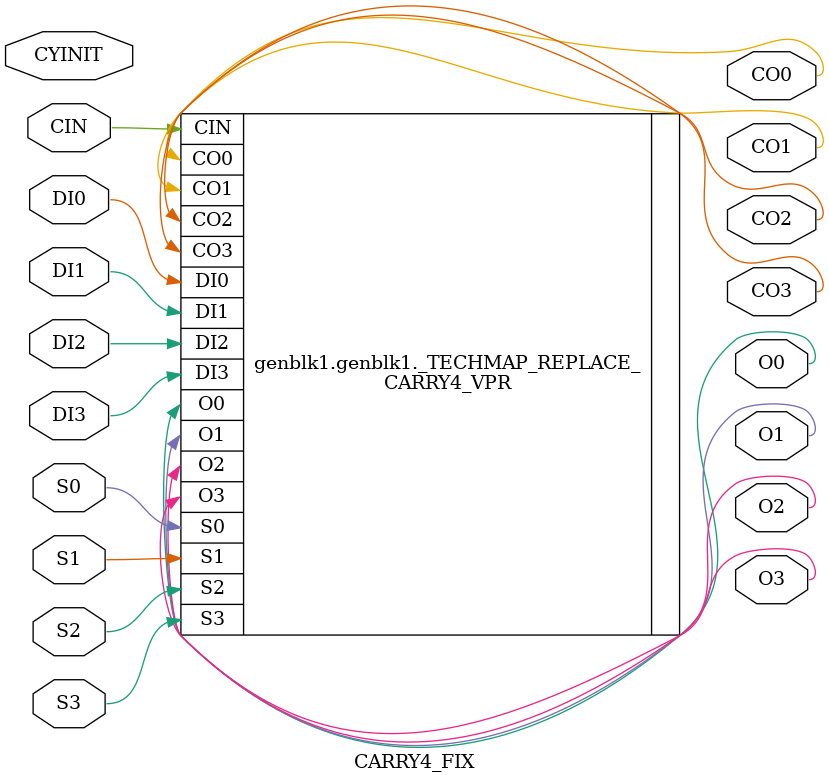
<source format=v>

module CESR_MUX(input CE, SR, output CE_OUT, SR_OUT);

parameter _TECHMAP_CONSTMSK_CE_ = 0;
parameter _TECHMAP_CONSTVAL_CE_ = 0;
parameter _TECHMAP_CONSTMSK_SR_ = 0;
parameter _TECHMAP_CONSTVAL_SR_ = 0;

localparam CEUSED = _TECHMAP_CONSTMSK_CE_ == 0 || _TECHMAP_CONSTVAL_CE_ == 0;
localparam SRUSED = _TECHMAP_CONSTMSK_SR_ == 0 || _TECHMAP_CONSTVAL_SR_ == 1;

if(CEUSED) begin
    assign CE_OUT = CE;
end else begin
    CE_VCC ce(
        .VCC(CE_OUT)
    );
end

if(SRUSED) begin
    assign SR_OUT = SR;
end else begin
    SR_GND sr(
        .GND(SR_OUT)
    );
end

endmodule

module FDRE (output reg Q, input C, CE, D, R);

parameter [0:0] INIT = 1'b0;

wire CE_SIG;
wire SR_SIG;

CESR_MUX cesr_mux(
    .CE(CE),
    .SR(R),
    .CE_OUT(CE_SIG),
    .SR_OUT(SR_SIG)
);

FDRE_ZINI #(.ZINI(!|INIT), .IS_C_INVERTED(|0))
  _TECHMAP_REPLACE_ (.D(D), .Q(Q), .C(C), .CE(CE_SIG), .R(SR_SIG));

endmodule

module FDSE (output reg Q, input C, CE, D, S);

parameter [0:0] INIT = 1'b1;

wire CE_SIG;
wire SR_SIG;

CESR_MUX cesr_mux(
    .CE(CE),
    .SR(S),
    .CE_OUT(CE_SIG),
    .SR_OUT(SR_SIG)
);

FDSE_ZINI #(.ZINI(!|INIT), .IS_C_INVERTED(|0))
  _TECHMAP_REPLACE_ (.D(D), .Q(Q), .C(C), .CE(CE_SIG), .S(SR_SIG));

endmodule

module FDCE (output reg Q, input C, CE, D, CLR);

parameter [0:0] INIT = 1'b0;

wire CE_SIG;
wire SR_SIG;

CESR_MUX cesr_mux(
    .CE(CE),
    .SR(CLR),
    .CE_OUT(CE_SIG),
    .SR_OUT(SR_SIG)
);

FDCE_ZINI #(.ZINI(!|INIT), .IS_C_INVERTED(|0))
  _TECHMAP_REPLACE_ (.D(D), .Q(Q), .C(C), .CE(CE_SIG), .CLR(SR_SIG));

endmodule

module FDPE (output reg Q, input C, CE, D, PRE);
parameter [0:0] INIT = 1'b1;

wire CE_SIG;
wire SR_SIG;

CESR_MUX cesr_mux(
    .CE(CE),
    .SR(PRE),
    .CE_OUT(CE_SIG),
    .SR_OUT(SR_SIG)
);

FDPE_ZINI #(.ZINI(!|INIT), .IS_C_INVERTED(|0))
  _TECHMAP_REPLACE_ (.D(D), .Q(Q), .C(C), .CE(CE_SIG), .PRE(SR_SIG));

endmodule


module FDRE_1 (output reg Q, input C, CE, D, R);

parameter [0:0] INIT = 1'b0;

wire CE_SIG;
wire SR_SIG;

CESR_MUX cesr_mux(
    .CE(CE),
    .SR(R),
    .CE_OUT(CE_SIG),
    .SR_OUT(SR_SIG)
);

FDRE_ZINI #(.ZINI(!|INIT), .IS_C_INVERTED(|1))
  _TECHMAP_REPLACE_ (.D(D), .Q(Q), .C(C), .CE(CE_SIG), .R(SR_SIG));

endmodule

module FDSE_1 (output reg Q, input C, CE, D, S);
parameter [0:0] INIT = 1'b1;

wire CE_SIG;
wire SR_SIG;

CESR_MUX cesr_mux(
    .CE(CE),
    .SR(S),
    .CE_OUT(CE_SIG),
    .SR_OUT(SR_SIG)
);

FDSE_ZINI #(.ZINI(!|INIT), .IS_C_INVERTED(|1))
  _TECHMAP_REPLACE_ (.D(D), .Q(Q), .C(C), .CE(CE_SIG), .S(SR_SIG));

endmodule

module FDCE_1 (output reg Q, input C, CE, D, CLR);
parameter [0:0] INIT = 1'b0;

wire CE_SIG;
wire SR_SIG;

CESR_MUX cesr_mux(
    .CE(CE),
    .SR(CLR),
    .CE_OUT(CE_SIG),
    .SR_OUT(SR_SIG)
);

FDCE_ZINI #(.ZINI(!|INIT), .IS_C_INVERTED(|1))
  _TECHMAP_REPLACE_ (.D(D), .Q(Q), .C(C), .CE(CE_SIG), .CLR(SR_SIG));

endmodule

module FDPE_1 (output reg Q, input C, CE, D, PRE);

parameter [0:0] INIT = 1'b1;

wire CE_SIG;
wire SR_SIG;

CESR_MUX cesr_mux(
    .CE(CE),
    .SR(PRE),
    .CE_OUT(CE_SIG),
    .SR_OUT(SR_SIG)
);

FDPE_ZINI #(.ZINI(!|INIT), .IS_C_INVERTED(|1))
  _TECHMAP_REPLACE_ (.D(D), .Q(Q), .C(C), .CE(CE_SIG), .PRE(SR_SIG));

endmodule

// ============================================================================
// LUTs

module LUT1(output O, input I0);
  parameter [1:0] INIT = 0;
  \$lut #(
    .WIDTH(1),
    .LUT(INIT)
  ) _TECHMAP_REPLACE_ (
    .A(I0),
    .Y(O)
  );
endmodule

module LUT2(output O, input I0, I1);
  parameter [3:0] INIT = 0;
  \$lut #(
    .WIDTH(2),
    .LUT(INIT)
  ) _TECHMAP_REPLACE_ (
    .A({I1, I0}),
    .Y(O)
  );
endmodule

module LUT3(output O, input I0, I1, I2);
  parameter [7:0] INIT = 0;
  \$lut #(
    .WIDTH(3),
    .LUT(INIT)
  ) _TECHMAP_REPLACE_ (
    .A({I2, I1, I0}),
    .Y(O)
  );
endmodule

module LUT4(output O, input I0, I1, I2, I3);
  parameter [15:0] INIT = 0;
  \$lut #(
    .WIDTH(4),
    .LUT(INIT)
  ) _TECHMAP_REPLACE_ (
    .A({I3, I2, I1, I0}),
    .Y(O)
  );
endmodule

module LUT5(output O, input I0, I1, I2, I3, I4);
  parameter [31:0] INIT = 0;
  \$lut #(
    .WIDTH(5),
    .LUT(INIT)
  ) _TECHMAP_REPLACE_ (
    .A({I4, I3, I2, I1, I0}),
    .Y(O)
  );
endmodule

module LUT6(output O, input I0, I1, I2, I3, I4, I5);
  parameter [63:0] INIT = 0;
  wire T0, T1;
  \$lut #(
    .WIDTH(5),
    .LUT(INIT[31:0])
  ) fpga_lut_0 (
    .A({I4, I3, I2, I1, I0}),
    .Y(T0)
  );
  \$lut #(
    .WIDTH(5),
    .LUT(INIT[63:32])
  ) fpga_lut_1 (
    .A({I4, I3, I2, I1, I0}),
    .Y(T1)
  );
  MUXF6 fpga_mux_0 (.O(O), .I0(T0), .I1(T1), .S(I5));
endmodule

// ============================================================================
// Distributed RAMs

module RAM128X1S (
  output       O,
  input        D, WCLK, WE,
  input        A6, A5, A4, A3, A2, A1, A0
);
    parameter [127:0] INIT = 128'bx;
    parameter IS_WCLK_INVERTED = 0;
    wire low_lut_o6;
    wire high_lut_o6;

    wire [5:0] A = {A5, A4, A3, A2, A1, A0};

    // DPRAM64_for_RAM128X1D is used here because RAM128X1S only consumes half of the
    // slice, but WA7USED is slice wide.  The packer should be able to pack two
    // RAM128X1S in a slice, but it should not be able to pack RAM128X1S and
    // a RAM64X1[SD]. It is unclear if RAM32X1[SD] or RAM32X2S can be packed
    // with a RAM128X1S, so for now it is forbidden.
    //
    // Note that a RAM128X1D does not require [SD]PRAM128 because it consumes
    // the entire slice.
    DPRAM64_for_RAM128X1D #(
        .INIT(INIT[63:0]),
        .IS_WCLK_INVERTED(IS_WCLK_INVERTED),
        .HIGH_WA7_SELECT(0)
    ) ram0 (
        .DI(D),
        .A(A),
        .WA(A),
        .WA7(A6),
        .CLK(WCLK),
        .WE(WE),
        .O(low_lut_o6)
    );

    DPRAM64_for_RAM128X1D #(
        .INIT(INIT[127:64]),
        .IS_WCLK_INVERTED(IS_WCLK_INVERTED),
        .HIGH_WA7_SELECT(1)
    ) ram1 (
        .DI(D),
        .A(A),
        .WA(A),
        .WA7(A6),
        .CLK(WCLK),
        .WE(WE),
        .O(high_lut_o6)
    );

    MUXF7 ram_f7_mux (.O(O), .I0(low_lut_o6), .I1(high_lut_o6), .S(A6));
endmodule

module RAM128X1D (
  output       DPO, SPO,
  input        D, WCLK, WE,
  input  [6:0] A, DPRA
);
    parameter [127:0] INIT = 128'bx;
    parameter IS_WCLK_INVERTED = 0;
    wire dlut_o6;
    wire clut_o6;
    wire blut_o6;
    wire alut_o6;

    DPRAM64_for_RAM128X1D #(
        .INIT(INIT[63:0]),
        .IS_WCLK_INVERTED(IS_WCLK_INVERTED),
        .HIGH_WA7_SELECT(0)
    ) ram0 (
        .DI(D),
        .A(A[5:0]),
        .WA(A[5:0]),
        .WA7(A[6]),
        .CLK(WCLK),
        .WE(WE),
        .O(dlut_o6)
    );

    DPRAM64_for_RAM128X1D #(
        .INIT(INIT[127:64]),
        .IS_WCLK_INVERTED(IS_WCLK_INVERTED),
        .HIGH_WA7_SELECT(1)
    ) ram1 (
        .DI(D),
        .A(A[5:0]),
        .WA(A[5:0]),
        .WA7(A[6]),
        .CLK(WCLK),
        .WE(WE),
        .O(clut_o6)
    );

    DPRAM64_for_RAM128X1D #(
        .INIT(INIT[63:0]),
        .IS_WCLK_INVERTED(IS_WCLK_INVERTED),
        .HIGH_WA7_SELECT(0)
    ) ram2 (
        .DI(D),
        .A(DPRA[5:0]),
        .WA(A[5:0]),
        .WA7(A[6]),
        .CLK(WCLK),
        .WE(WE),
        .O(blut_o6)
    );

    DPRAM64_for_RAM128X1D #(
        .INIT(INIT[127:64]),
        .IS_WCLK_INVERTED(IS_WCLK_INVERTED),
        .HIGH_WA7_SELECT(0)
    ) ram3 (
        .DI(D),
        .A(DPRA[5:0]),
        .WA(A[5:0]),
        .WA7(A[6]),
        .CLK(WCLK),
        .WE(WE),
        .O(alut_o6)
    );

    wire SPO_FORCE;
    wire DPO_FORCE;

    MUXF7 f7b_mux (.O(SPO_FORCE), .I0(dlut_o6), .I1(clut_o6), .S(A[6]));
    MUXF7 f7a_mux (.O(DPO_FORCE), .I0(blut_o6), .I1(alut_o6), .S(DPRA[6]));

    DRAM_2_OUTPUT_STUB stub (
        .SPO(SPO_FORCE), .DPO(DPO_FORCE),
        .SPO_OUT(SPO), .DPO_OUT(DPO));
endmodule

module RAM256X1S (
  output       O,
  input        D, WCLK, WE,
  input  [7:0] A
);
    parameter [256:0] INIT = 256'bx;
    parameter IS_WCLK_INVERTED = 0;
    wire dlut_o6;
    wire clut_o6;
    wire blut_o6;
    wire alut_o6;
    wire f7b_o;
    wire f7a_o;

    DPRAM64 #(
        .INIT(INIT[63:0]),
        .IS_WCLK_INVERTED(IS_WCLK_INVERTED),
        .WA7USED(1),
        .WA8USED(1),
        .HIGH_WA7_SELECT(0),
        .HIGH_WA8_SELECT(0)
    ) ram0 (
        .DI(D),
        .A(A[5:0]),
        .WA(A[5:0]),
        .WA7(A[6]),
        .WA8(A[7]),
        .CLK(WCLK),
        .WE(WE),
        .O(dlut_o6)
    );

    DPRAM64 #(
        .INIT(INIT[127:64]),
        .IS_WCLK_INVERTED(IS_WCLK_INVERTED),
        .WA7USED(1),
        .WA8USED(1),
        .HIGH_WA7_SELECT(1),
        .HIGH_WA8_SELECT(0)
    ) ram1 (
        .DI(D),
        .A(A[5:0]),
        .WA(A[5:0]),
        .WA7(A[6]),
        .WA8(A[7]),
        .CLK(WCLK),
        .WE(WE),
        .O(clut_o6)
    );

    DPRAM64 #(
        .INIT(INIT[191:128]),
        .IS_WCLK_INVERTED(IS_WCLK_INVERTED),
        .WA7USED(1),
        .WA8USED(1),
        .HIGH_WA7_SELECT(0),
        .HIGH_WA8_SELECT(1)
    ) ram2 (
        .DI(D),
        .A(A[5:0]),
        .WA(A[5:0]),
        .WA7(A[6]),
        .WA8(A[7]),
        .CLK(WCLK),
        .WE(WE),
        .O(blut_o6)
    );

    DPRAM64 #(
        .INIT(INIT[255:192]),
        .IS_WCLK_INVERTED(IS_WCLK_INVERTED),
        .WA7USED(1),
        .WA8USED(1),
        .HIGH_WA7_SELECT(1),
        .HIGH_WA8_SELECT(1)
    ) ram3 (
        .DI(D),
        .A(A[5:0]),
        .WA(A[5:0]),
        .WA7(A[6]),
        .WA8(A[7]),
        .CLK(WCLK),
        .WE(WE),
        .O(alut_o6)
    );

    MUXF7 f7b_mux (.O(f7b_o), .I0(dlut_o6), .I1(clut_o6), .S(A[6]));
    MUXF7 f7a_mux (.O(f7a_o), .I0(blut_o6), .I1(alut_o6), .S(A[6]));
    MUXF8 f8_mux (.O(O), .I0(f7b_o), .I1(f7a_o), .S(A[7]));
endmodule

module RAM32X1D (
  output DPO, SPO,
  input  D, WCLK, WE,
  input  A0, A1, A2, A3, A4,
  input  DPRA0, DPRA1, DPRA2, DPRA3, DPRA4
);
    parameter [31:0] INIT = 32'bx;
    parameter IS_WCLK_INVERTED = 0;

    wire [4:0] WA = {A4, A3, A2, A1, A0};
    wire [4:0] DPRA = {DPRA4, DPRA3, DPRA2, DPRA1, DPRA0};

    wire SPO_FORCE, DPO_FORCE;

    DPRAM32 #(
        .INIT_00(INIT),
        .IS_WCLK_INVERTED(IS_WCLK_INVERTED)
    ) ram0 (
        .DI(D),
        .A(WA),
        .WA(WA),
        .CLK(WCLK),
        .WE(WE),
        .O(SPO_FORCE)
    );
    DPRAM32 #(
        .INIT_00(INIT),
        .IS_WCLK_INVERTED(IS_WCLK_INVERTED)
    ) ram1 (
        .DI(D),
        .A(DPRA),
        .WA(WA),
        .CLK(WCLK),
        .WE(WE),
        .O(DPO_FORCE)
    );

    DRAM_2_OUTPUT_STUB stub (
        .SPO(SPO_FORCE), .DPO(DPO_FORCE),
        .SPO_OUT(SPO), .DPO_OUT(DPO));
endmodule

module RAM32X1S (
  output O,
  input  D, WCLK, WE,
  input  A0, A1, A2, A3, A4
);
    parameter [31:0] INIT = 32'bx;
    parameter IS_WCLK_INVERTED = 0;

    SPRAM32 #(
        .INIT_00(INIT),
        .IS_WCLK_INVERTED(IS_WCLK_INVERTED)
    ) dram_S (
        .DI(D),
        .A({A4, A3, A2, A1, A0}),
        .WA({A4, A3, A2, A1, A0}),
        .CLK(WCLK),
        .WE(WE),
        .O(O)
    );
endmodule

module RAM32X2S (
  output O0, O1,
  input  D0, D1, WCLK, WE,
  input  A0, A1, A2, A3, A4
);
    parameter [31:0] INIT_00 = 32'bx;
    parameter [31:0] INIT_01 = 32'bx;
    parameter IS_WCLK_INVERTED = 0;

    DPRAM32 #(
        .INIT_00(INIT_00),
        .IS_WCLK_INVERTED(IS_WCLK_INVERTED)
    ) ram0 (
        .DI(D0),
        .A({A4, A3, A2, A1, A0}),
        .WA({A4, A3, A2, A1, A0}),
        .CLK(WCLK),
        .WE(WE),
        .O(O0)
    );

    DPRAM32 #(
        .INIT_00(INIT_01),
        .IS_WCLK_INVERTED(IS_WCLK_INVERTED)
    ) ram1 (
        .DI(D1),
        .A({A4, A3, A2, A1, A0}),
        .WA({A4, A3, A2, A1, A0}),
        .CLK(WCLK),
        .WE(WE),
        .O(O1),
    );
endmodule

module RAM32M (
  output [1:0] DOA, DOB, DOC, DOD,
  input [1:0] DIA, DIB, DIC, DID,
  input [4:0] ADDRA, ADDRB, ADDRC, ADDRD,
  input WE, WCLK
);
    parameter [63:0] INIT_A = 64'bx;
    parameter [63:0] INIT_B = 64'bx;
    parameter [63:0] INIT_C = 64'bx;
    parameter [63:0] INIT_D = 64'bx;
    parameter IS_WCLK_INVERTED = 0;

    wire [1:0] DOD_TO_STUB;
    wire [1:0] DOC_TO_STUB;
    wire [1:0] DOB_TO_STUB;
    wire [1:0] DOA_TO_STUB;

function [31:0] every_other_bit_32;
   input [63:0] in;
   input         odd;
   integer       i;
   for (i = 0; i < 32; i = i + 1) begin
      every_other_bit_32[i] = in[i * 2 + odd];
   end
endfunction


    DPRAM32 #(
        .INIT_00(every_other_bit_32(INIT_A, 1'b1)),
        .IS_WCLK_INVERTED(IS_WCLK_INVERTED)
    ) ram_a1 (
         .DI(DIA[1]),
         .A(ADDRA),
         .WA(ADDRD),
         .CLK(WCLK),
         .WE(WE),
         .O(DOA_TO_STUB[1])
    );

    DPRAM32 #(
        .INIT_00(every_other_bit_32(INIT_A, 1'b0)),
        .IS_WCLK_INVERTED(IS_WCLK_INVERTED)
    ) ram_a0 (
         .DI(DIA[0]),
         .A(ADDRA),
         .WA(ADDRD),
         .CLK(WCLK),
         .WE(WE),
         .O(DOA_TO_STUB[0])
    );

    DPRAM32 #(
        .INIT_00(every_other_bit_32(INIT_B, 1'b1)),
        .IS_WCLK_INVERTED(IS_WCLK_INVERTED)
    ) ram_b1 (
         .DI(DIB[1]),
         .A(ADDRB),
         .WA(ADDRD),
         .CLK(WCLK),
         .WE(WE),
         .O(DOB_TO_STUB[1])
    );

    DPRAM32 #(
        .INIT_00(every_other_bit_32(INIT_B, 1'b0)),
        .IS_WCLK_INVERTED(IS_WCLK_INVERTED)
    ) ram_b0 (
         .DI(DIB[0]),
         .A(ADDRB),
         .WA(ADDRD),
         .CLK(WCLK),
         .WE(WE),
         .O(DOB_TO_STUB[0])
    );

    DPRAM32 #(
        .INIT_00(every_other_bit_32(INIT_C, 1'b1)),
        .IS_WCLK_INVERTED(IS_WCLK_INVERTED)
    ) ram_c1 (
         .DI(DIC[1]),
         .A(ADDRC),
         .WA(ADDRD),
         .CLK(WCLK),
         .WE(WE),
         .O(DOC_TO_STUB[1])
    );

    DPRAM32 #(
        .INIT_00(every_other_bit_32(INIT_C, 1'b0)),
        .IS_WCLK_INVERTED(IS_WCLK_INVERTED)
    ) ram_c0 (
         .DI(DIC[0]),
         .A(ADDRC),
         .WA(ADDRD),
         .CLK(WCLK),
         .WE(WE),
         .O(DOC_TO_STUB[0])
    );

    DPRAM32 #(
        .INIT_00(every_other_bit_32(INIT_D, 1'b1)),
        .IS_WCLK_INVERTED(IS_WCLK_INVERTED)
    ) ram_d1 (
         .DI(DID[1]),
         .A(ADDRD),
         .WA(ADDRD),
         .CLK(WCLK),
         .WE(WE),
         .O(DOD_TO_STUB[1])
    );

    DPRAM32 #(
        .INIT_00(every_other_bit_32(INIT_D, 0)),
        .IS_WCLK_INVERTED(IS_WCLK_INVERTED)
    ) ram_d0 (
         .DI(DID[0]),
         .A(ADDRD),
         .WA(ADDRD),
         .CLK(WCLK),
         .WE(WE),
         .O(DOD_TO_STUB[0])
    );

    DRAM_8_OUTPUT_STUB stub (
        .DOD1(DOD_TO_STUB[1]), .DOD1_OUT(DOD[1]),
        .DOC1(DOC_TO_STUB[1]), .DOC1_OUT(DOC[1]),
        .DOB1(DOB_TO_STUB[1]), .DOB1_OUT(DOB[1]),
        .DOA1(DOA_TO_STUB[1]), .DOA1_OUT(DOA[1]),
        .DOD0(DOD_TO_STUB[0]), .DOD0_OUT(DOD[0]),
        .DOC0(DOC_TO_STUB[0]), .DOC0_OUT(DOC[0]),
        .DOB0(DOB_TO_STUB[0]), .DOB0_OUT(DOB[0]),
        .DOA0(DOA_TO_STUB[0]), .DOA0_OUT(DOA[0])
    );

endmodule

module RAM64M (
  output DOA, DOB, DOC, DOD,
  input DIA, DIB, DIC, DID,
  input [5:0] ADDRA, ADDRB, ADDRC, ADDRD,
  input WE, WCLK
);
    parameter [63:0] INIT_A = 64'bx;
    parameter [63:0] INIT_B = 64'bx;
    parameter [63:0] INIT_C = 64'bx;
    parameter [63:0] INIT_D = 64'bx;
    parameter IS_WCLK_INVERTED = 0;

    wire DOD_TO_STUB;
    wire DOC_TO_STUB;
    wire DOB_TO_STUB;
    wire DOA_TO_STUB;

    DPRAM64 #(
        .INIT(INIT_D),
        .IS_WCLK_INVERTED(IS_WCLK_INVERTED)
    ) dram_d (
        .DI(DID),
        .A(ADDRD),
        .WA(ADDRD),
        .CLK(WCLK),
        .WE(WE),
        .O(DOD_TO_STUB)
    );

    DPRAM64 #(
        .INIT(INIT_C),
        .IS_WCLK_INVERTED(IS_WCLK_INVERTED)
    ) dram_c (
        .DI(DIC),
        .A(ADDRC),
        .WA(ADDRD),
        .CLK(WCLK),
        .WE(WE),
        .O(DOC_TO_STUB)
    );

    DPRAM64 #(
        .INIT(INIT_B),
        .IS_WCLK_INVERTED(IS_WCLK_INVERTED)
    ) dram_b (
        .DI(DIB),
        .A(ADDRB),
        .WA(ADDRD),
        .CLK(WCLK),
        .WE(WE),
        .O(DOB_TO_STUB)
    );

    DPRAM64 #(
        .INIT(INIT_A),
        .IS_WCLK_INVERTED(IS_WCLK_INVERTED)
    ) dram_a (
        .DI(DIA),
        .A(ADDRA),
        .WA(ADDRD),
        .CLK(WCLK),
        .WE(WE),
        .O(DOA_TO_STUB)
    );

    DRAM_4_OUTPUT_STUB stub (
        .DOD(DOD_TO_STUB), .DOD_OUT(DOD),
        .DOC(DOC_TO_STUB), .DOC_OUT(DOC),
        .DOB(DOB_TO_STUB), .DOB_OUT(DOB),
        .DOA(DOA_TO_STUB), .DOA_OUT(DOA)
    );
endmodule

module RAM64X1D (
  output DPO, SPO,
  input  D, WCLK, WE,
  input  A0, A1, A2, A3, A4, A5,
  input  DPRA0, DPRA1, DPRA2, DPRA3, DPRA4, DPRA5
);
    parameter [63:0] INIT = 64'bx;
    parameter IS_WCLK_INVERTED = 0;

    wire [5:0] WA = {A5, A4, A3, A2, A1, A0};
    wire [5:0] DPRA = {DPRA5, DPRA4, DPRA3, DPRA2, DPRA1, DPRA0};
    wire SPO_FORCE, DPO_FORCE;

    DPRAM64 #(
        .INIT(INIT),
        .IS_WCLK_INVERTED(IS_WCLK_INVERTED)
    ) dram1 (
        .DI(D),
        .A(WA),
        .WA(WA),
        .CLK(WCLK),
        .WE(WE),
        .O(SPO_FORCE)
    );

    wire Dstub;
    DI64_STUB stub1 (
        .DI(D),
        .DO(Dstub)
    );

    DPRAM64 #(
        .INIT(INIT),
        .IS_WCLK_INVERTED(IS_WCLK_INVERTED)
    ) dram0 (
        .DI(Dstub),
        .A(DPRA),
        .WA(WA),
        .CLK(WCLK),
        .WE(WE),
        .O(DPO_FORCE)
    );

    DRAM_2_OUTPUT_STUB stub (
        .SPO(SPO_FORCE), .DPO(DPO_FORCE),
        .SPO_OUT(SPO), .DPO_OUT(DPO));
endmodule

module RAM64X1S (
  output O,
  input  D, WCLK, WE,
  input  A0, A1, A2, A3, A4, A5
);
    parameter [63:0] INIT = 64'bx;
    parameter IS_WCLK_INVERTED = 0;

    DPRAM64 #(
        .INIT(INIT),
        .IS_WCLK_INVERTED(IS_WCLK_INVERTED)
    ) dram0 (
        .DI(D),
        .A({A5, A4, A3, A2, A1, A0}),
        .WA({A5, A4, A3, A2, A1, A0}),
        .CLK(WCLK),
        .WE(WE),
        .O(O)
    );
endmodule

// ============================================================================
// Block RAMs

module RAMB18E1 (
    input CLKARDCLK,
    input CLKBWRCLK,
    input ENARDEN,
    input ENBWREN,
    input REGCEAREGCE,
    input REGCEB,
    input RSTRAMARSTRAM,
    input RSTRAMB,
    input RSTREGARSTREG,
    input RSTREGB,

    input [13:0] ADDRARDADDR,
    input [13:0] ADDRBWRADDR,
    input [15:0] DIADI,
    input [15:0] DIBDI,
    input [1:0] DIPADIP,
    input [1:0] DIPBDIP,
    input [1:0] WEA,
    input [3:0] WEBWE,

    output [15:0] DOADO,
    output [15:0] DOBDO,
    output [1:0] DOPADOP,
    output [1:0] DOPBDOP
);
    parameter INIT_A = 18'h0;
    parameter INIT_B = 18'h0;

    parameter SRVAL_A = 18'h0;
    parameter SRVAL_B = 18'h0;

    parameter INITP_00 = 256'h0000000000000000000000000000000000000000000000000000000000000000;
    parameter INITP_01 = 256'h0000000000000000000000000000000000000000000000000000000000000000;
    parameter INITP_02 = 256'h0000000000000000000000000000000000000000000000000000000000000000;
    parameter INITP_03 = 256'h0000000000000000000000000000000000000000000000000000000000000000;
    parameter INITP_04 = 256'h0000000000000000000000000000000000000000000000000000000000000000;
    parameter INITP_05 = 256'h0000000000000000000000000000000000000000000000000000000000000000;
    parameter INITP_06 = 256'h0000000000000000000000000000000000000000000000000000000000000000;
    parameter INITP_07 = 256'h0000000000000000000000000000000000000000000000000000000000000000;

    parameter INIT_00 = 256'h0000000000000000000000000000000000000000000000000000000000000000;
    parameter INIT_01 = 256'h0000000000000000000000000000000000000000000000000000000000000000;
    parameter INIT_02 = 256'h0000000000000000000000000000000000000000000000000000000000000000;
    parameter INIT_03 = 256'h0000000000000000000000000000000000000000000000000000000000000000;
    parameter INIT_04 = 256'h0000000000000000000000000000000000000000000000000000000000000000;
    parameter INIT_05 = 256'h0000000000000000000000000000000000000000000000000000000000000000;
    parameter INIT_06 = 256'h0000000000000000000000000000000000000000000000000000000000000000;
    parameter INIT_07 = 256'h0000000000000000000000000000000000000000000000000000000000000000;
    parameter INIT_08 = 256'h0000000000000000000000000000000000000000000000000000000000000000;
    parameter INIT_09 = 256'h0000000000000000000000000000000000000000000000000000000000000000;
    parameter INIT_0A = 256'h0000000000000000000000000000000000000000000000000000000000000000;
    parameter INIT_0B = 256'h0000000000000000000000000000000000000000000000000000000000000000;
    parameter INIT_0C = 256'h0000000000000000000000000000000000000000000000000000000000000000;
    parameter INIT_0D = 256'h0000000000000000000000000000000000000000000000000000000000000000;
    parameter INIT_0E = 256'h0000000000000000000000000000000000000000000000000000000000000000;
    parameter INIT_0F = 256'h0000000000000000000000000000000000000000000000000000000000000000;
    parameter INIT_10 = 256'h0000000000000000000000000000000000000000000000000000000000000000;
    parameter INIT_11 = 256'h0000000000000000000000000000000000000000000000000000000000000000;
    parameter INIT_12 = 256'h0000000000000000000000000000000000000000000000000000000000000000;
    parameter INIT_13 = 256'h0000000000000000000000000000000000000000000000000000000000000000;
    parameter INIT_14 = 256'h0000000000000000000000000000000000000000000000000000000000000000;
    parameter INIT_15 = 256'h0000000000000000000000000000000000000000000000000000000000000000;
    parameter INIT_16 = 256'h0000000000000000000000000000000000000000000000000000000000000000;
    parameter INIT_17 = 256'h0000000000000000000000000000000000000000000000000000000000000000;
    parameter INIT_18 = 256'h0000000000000000000000000000000000000000000000000000000000000000;
    parameter INIT_19 = 256'h0000000000000000000000000000000000000000000000000000000000000000;
    parameter INIT_1A = 256'h0000000000000000000000000000000000000000000000000000000000000000;
    parameter INIT_1B = 256'h0000000000000000000000000000000000000000000000000000000000000000;
    parameter INIT_1C = 256'h0000000000000000000000000000000000000000000000000000000000000000;
    parameter INIT_1D = 256'h0000000000000000000000000000000000000000000000000000000000000000;
    parameter INIT_1E = 256'h0000000000000000000000000000000000000000000000000000000000000000;
    parameter INIT_1F = 256'h0000000000000000000000000000000000000000000000000000000000000000;
    parameter INIT_20 = 256'h0000000000000000000000000000000000000000000000000000000000000000;
    parameter INIT_21 = 256'h0000000000000000000000000000000000000000000000000000000000000000;
    parameter INIT_22 = 256'h0000000000000000000000000000000000000000000000000000000000000000;
    parameter INIT_23 = 256'h0000000000000000000000000000000000000000000000000000000000000000;
    parameter INIT_24 = 256'h0000000000000000000000000000000000000000000000000000000000000000;
    parameter INIT_25 = 256'h0000000000000000000000000000000000000000000000000000000000000000;
    parameter INIT_26 = 256'h0000000000000000000000000000000000000000000000000000000000000000;
    parameter INIT_27 = 256'h0000000000000000000000000000000000000000000000000000000000000000;
    parameter INIT_28 = 256'h0000000000000000000000000000000000000000000000000000000000000000;
    parameter INIT_29 = 256'h0000000000000000000000000000000000000000000000000000000000000000;
    parameter INIT_2A = 256'h0000000000000000000000000000000000000000000000000000000000000000;
    parameter INIT_2B = 256'h0000000000000000000000000000000000000000000000000000000000000000;
    parameter INIT_2C = 256'h0000000000000000000000000000000000000000000000000000000000000000;
    parameter INIT_2D = 256'h0000000000000000000000000000000000000000000000000000000000000000;
    parameter INIT_2E = 256'h0000000000000000000000000000000000000000000000000000000000000000;
    parameter INIT_2F = 256'h0000000000000000000000000000000000000000000000000000000000000000;
    parameter INIT_30 = 256'h0000000000000000000000000000000000000000000000000000000000000000;
    parameter INIT_31 = 256'h0000000000000000000000000000000000000000000000000000000000000000;
    parameter INIT_32 = 256'h0000000000000000000000000000000000000000000000000000000000000000;
    parameter INIT_33 = 256'h0000000000000000000000000000000000000000000000000000000000000000;
    parameter INIT_34 = 256'h0000000000000000000000000000000000000000000000000000000000000000;
    parameter INIT_35 = 256'h0000000000000000000000000000000000000000000000000000000000000000;
    parameter INIT_36 = 256'h0000000000000000000000000000000000000000000000000000000000000000;
    parameter INIT_37 = 256'h0000000000000000000000000000000000000000000000000000000000000000;
    parameter INIT_38 = 256'h0000000000000000000000000000000000000000000000000000000000000000;
    parameter INIT_39 = 256'h0000000000000000000000000000000000000000000000000000000000000000;
    parameter INIT_3A = 256'h0000000000000000000000000000000000000000000000000000000000000000;
    parameter INIT_3B = 256'h0000000000000000000000000000000000000000000000000000000000000000;
    parameter INIT_3C = 256'h0000000000000000000000000000000000000000000000000000000000000000;
    parameter INIT_3D = 256'h0000000000000000000000000000000000000000000000000000000000000000;
    parameter INIT_3E = 256'h0000000000000000000000000000000000000000000000000000000000000000;
    parameter INIT_3F = 256'h0000000000000000000000000000000000000000000000000000000000000000;

    parameter IS_CLKARDCLK_INVERTED = 1'b0;
    parameter IS_CLKBWRCLK_INVERTED = 1'b0;
    parameter IS_ENARDEN_INVERTED = 1'b0;
    parameter IS_ENBWREN_INVERTED = 1'b0;
    parameter IS_RSTRAMARSTRAM_INVERTED = 1'b0;
    parameter IS_RSTRAMB_INVERTED = 1'b0;
    parameter IS_RSTREGARSTREG_INVERTED = 1'b0;
    parameter IS_RSTREGB_INVERTED = 1'b0;

    parameter _TECHMAP_CONSTMSK_CLKARDCLK_ = 0;
    parameter _TECHMAP_CONSTVAL_CLKARDCLK_ = 0;
    parameter _TECHMAP_CONSTMSK_CLKBWRCLK_ = 0;
    parameter _TECHMAP_CONSTVAL_CLKBWRCLK_ = 0;
    parameter _TECHMAP_CONSTMSK_REGCLKARDRCLK_ = 0;
    parameter _TECHMAP_CONSTVAL_REGCLKARDRCLK_ = 0;
    parameter _TECHMAP_CONSTMSK_RSTRAMARSTRAM_ = 0;
    parameter _TECHMAP_CONSTVAL_RSTRAMARSTRAM_ = 0;
    parameter _TECHMAP_CONSTMSK_RSTRAMB_ = 0;
    parameter _TECHMAP_CONSTVAL_RSTRAMB_ = 0;
    parameter _TECHMAP_CONSTMSK_RSTREGARSTREG_ = 0;
    parameter _TECHMAP_CONSTVAL_RSTREGARSTREG_ = 0;
    parameter _TECHMAP_CONSTMSK_RSTREGB_ = 0;
    parameter _TECHMAP_CONSTVAL_RSTREGB_ = 0;

    parameter RAM_MODE = "TDP";
    parameter SIM_DEVICE = "7SERIES";
    parameter DOA_REG = 1'b0;
    parameter DOB_REG = 1'b0;

    parameter integer READ_WIDTH_A = 0;
    parameter integer READ_WIDTH_B = 0;
    parameter integer WRITE_WIDTH_A = 0;
    parameter integer WRITE_WIDTH_B = 0;

    parameter WRITE_MODE_A = "WRITE_FIRST";
    parameter WRITE_MODE_B = "WRITE_FIRST";

  reg _TECHMAP_FAIL_;
  reg GENERATE_ERROR;
  wire [1023:0] _TECHMAP_DO_ = "proc; clean";

  localparam INV_CLKARDCLK = (
      _TECHMAP_CONSTMSK_CLKARDCLK_ == 1 &&
      _TECHMAP_CONSTVAL_CLKARDCLK_ == 0 &&
      IS_CLKARDCLK_INVERTED == 0);
  localparam INV_CLKBWRCLK = (
      _TECHMAP_CONSTMSK_CLKBWRCLK_ == 1 &&
      _TECHMAP_CONSTVAL_CLKBWRCLK_ == 0 &&
      IS_CLKBWRCLK_INVERTED == 0);
  localparam INV_RSTRAMARSTRAM = (
      _TECHMAP_CONSTMSK_RSTRAMARSTRAM_ == 1 &&
      _TECHMAP_CONSTVAL_RSTRAMARSTRAM_ == 0 &&
      IS_RSTRAMARSTRAM_INVERTED == 0);
  localparam INV_RSTRAMB = (
      _TECHMAP_CONSTMSK_RSTRAMB_ == 1 &&
      _TECHMAP_CONSTVAL_RSTRAMB_ == 0 &&
      IS_RSTRAMB_INVERTED == 0);
  localparam INV_RSTREGARSTREG = (
      _TECHMAP_CONSTMSK_RSTREGARSTREG_ == 1 &&
      _TECHMAP_CONSTVAL_RSTREGARSTREG_ == 0 &&
      IS_RSTREGARSTREG_INVERTED == 0);
  localparam INV_RSTREGB = (
      _TECHMAP_CONSTMSK_RSTREGB_ == 1 &&
      _TECHMAP_CONSTVAL_RSTREGB_ == 0 &&
      IS_RSTREGB_INVERTED == 0);

  initial begin
    _TECHMAP_FAIL_ <= 0;
    if(READ_WIDTH_A != 0
        && READ_WIDTH_A != 1
        && READ_WIDTH_A != 2
        && READ_WIDTH_A != 4
        && READ_WIDTH_A != 9
        && READ_WIDTH_A != 18
        && READ_WIDTH_A != 36)
        _TECHMAP_FAIL_ <= GENERATE_ERROR;
    if(READ_WIDTH_B != 0
        && READ_WIDTH_B != 1
        && READ_WIDTH_B != 2
        && READ_WIDTH_B != 4
        && READ_WIDTH_B != 9
        && READ_WIDTH_B != 18)
         _TECHMAP_FAIL_ <= GENERATE_ERROR;
    if(WRITE_WIDTH_A != 0
        && WRITE_WIDTH_A != 1
        && WRITE_WIDTH_A != 2
        && WRITE_WIDTH_A != 4
        && WRITE_WIDTH_A != 9
        && WRITE_WIDTH_A != 18)
        _TECHMAP_FAIL_ <= GENERATE_ERROR;
    if(WRITE_WIDTH_B != 0
        && WRITE_WIDTH_B != 1
        && WRITE_WIDTH_B != 2
        && WRITE_WIDTH_B != 4
        && WRITE_WIDTH_B != 9
        && WRITE_WIDTH_B != 18
        && WRITE_WIDTH_B != 36)
        _TECHMAP_FAIL_ <= GENERATE_ERROR;

    if(READ_WIDTH_A > 18 && RAM_MODE != "SDP") begin
        _TECHMAP_FAIL_ <= GENERATE_ERROR;
    end

    if(WRITE_WIDTH_B > 18 && RAM_MODE != "SDP") begin
        _TECHMAP_FAIL_ <= GENERATE_ERROR;
    end

    if(WRITE_MODE_A != "WRITE_FIRST" && WRITE_MODE_A != "NO_CHANGE" && WRITE_MODE_A != "READ_FIRST")
        _TECHMAP_FAIL_ <= GENERATE_ERROR;
    if(WRITE_MODE_B != "WRITE_FIRST" && WRITE_MODE_B != "NO_CHANGE" && WRITE_MODE_B != "READ_FIRST")
        _TECHMAP_FAIL_ <= GENERATE_ERROR;

  end

  localparam EFF_READ_WIDTH_A = (RAM_MODE == "SDP" && READ_WIDTH_A == 36) ? 18 : READ_WIDTH_A;
  localparam EFF_READ_WIDTH_B = (RAM_MODE == "SDP" && READ_WIDTH_A == 36) ? 18 : READ_WIDTH_B;

  localparam EFF_WRITE_WIDTH_A = (RAM_MODE == "SDP" && WRITE_WIDTH_B == 36) ? 18 : WRITE_WIDTH_A;
  localparam EFF_WRITE_WIDTH_B = (RAM_MODE == "SDP" && WRITE_WIDTH_B == 36) ? 18 : WRITE_WIDTH_B;

  wire REGCLKA;
  wire REGCLKB;

  wire [7:0] WEBWE_WIDE;
  wire [3:0] WEA_WIDE;

  if(WRITE_WIDTH_A < 18) begin
      assign WEA_WIDE[3] = WEA[0];
      assign WEA_WIDE[2] = WEA[0];
      assign WEA_WIDE[1] = WEA[0];
      assign WEA_WIDE[0] = WEA[0];
  end else if(WRITE_WIDTH_A == 18) begin
      assign WEA_WIDE[3] = WEA[1];
      assign WEA_WIDE[2] = WEA[1];
      assign WEA_WIDE[1] = WEA[0];
      assign WEA_WIDE[0] = WEA[0];
  end

  if(WRITE_WIDTH_B < 18) begin
      assign WEBWE_WIDE[7:4] = 4'b0;
      assign WEBWE_WIDE[3] = WEBWE[0];
      assign WEBWE_WIDE[2] = WEBWE[0];
      assign WEBWE_WIDE[1] = WEBWE[0];
      assign WEBWE_WIDE[0] = WEBWE[0];
  end else if(WRITE_WIDTH_B == 18) begin
      assign WEBWE_WIDE[7:4] = 4'b0;
      assign WEBWE_WIDE[3] = WEBWE[1];
      assign WEBWE_WIDE[2] = WEBWE[1];
      assign WEBWE_WIDE[1] = WEBWE[0];
      assign WEBWE_WIDE[0] = WEBWE[0];
  end else begin
      assign WEA_WIDE[3:0] = 4'b0;
      assign WEBWE_WIDE[7] = WEBWE[3];
      assign WEBWE_WIDE[6] = WEBWE[3];
      assign WEBWE_WIDE[5] = WEBWE[2];
      assign WEBWE_WIDE[4] = WEBWE[2];
      assign WEBWE_WIDE[3] = WEBWE[1];
      assign WEBWE_WIDE[2] = WEBWE[1];
      assign WEBWE_WIDE[1] = WEBWE[0];
      assign WEBWE_WIDE[0] = WEBWE[0];
  end

  assign REGCLKA = DOA_REG ? CLKARDCLK : 1'b1;
  localparam ZINV_REGCLKARDRCLK = (DOA_REG && !IS_CLKARDCLK_INVERTED);

  assign REGCLKB = DOB_REG ? CLKBWRCLK : 1'b1;
  localparam ZINV_REGCLKB = (DOB_REG && !IS_CLKBWRCLK_INVERTED);

  RAMB18E1_VPR #(
      .IN_USE(READ_WIDTH_A != 0 || READ_WIDTH_B != 0 || WRITE_WIDTH_A != 0 || WRITE_WIDTH_B != 0),

      .ZINIT_A(INIT_A ^ {18{1'b1}}),
      .ZINIT_B(INIT_B ^ {18{1'b1}}),

      .ZSRVAL_A(SRVAL_A ^ {18{1'b1}}),
      .ZSRVAL_B(SRVAL_B ^ {18{1'b1}}),

      .INITP_00(INITP_00),
      .INITP_01(INITP_01),
      .INITP_02(INITP_02),
      .INITP_03(INITP_03),
      .INITP_04(INITP_04),
      .INITP_05(INITP_05),
      .INITP_06(INITP_06),
      .INITP_07(INITP_07),

      .INIT_00(INIT_00),
      .INIT_01(INIT_01),
      .INIT_02(INIT_02),
      .INIT_03(INIT_03),
      .INIT_04(INIT_04),
      .INIT_05(INIT_05),
      .INIT_06(INIT_06),
      .INIT_07(INIT_07),
      .INIT_08(INIT_08),
      .INIT_09(INIT_09),
      .INIT_0A(INIT_0A),
      .INIT_0B(INIT_0B),
      .INIT_0C(INIT_0C),
      .INIT_0D(INIT_0D),
      .INIT_0E(INIT_0E),
      .INIT_0F(INIT_0F),
      .INIT_10(INIT_10),
      .INIT_11(INIT_11),
      .INIT_12(INIT_12),
      .INIT_13(INIT_13),
      .INIT_14(INIT_14),
      .INIT_15(INIT_15),
      .INIT_16(INIT_16),
      .INIT_17(INIT_17),
      .INIT_18(INIT_18),
      .INIT_19(INIT_19),
      .INIT_1A(INIT_1A),
      .INIT_1B(INIT_1B),
      .INIT_1C(INIT_1C),
      .INIT_1D(INIT_1D),
      .INIT_1E(INIT_1E),
      .INIT_1F(INIT_1F),
      .INIT_20(INIT_20),
      .INIT_21(INIT_21),
      .INIT_22(INIT_22),
      .INIT_23(INIT_23),
      .INIT_24(INIT_24),
      .INIT_25(INIT_25),
      .INIT_26(INIT_26),
      .INIT_27(INIT_27),
      .INIT_28(INIT_28),
      .INIT_29(INIT_29),
      .INIT_2A(INIT_2A),
      .INIT_2B(INIT_2B),
      .INIT_2C(INIT_2C),
      .INIT_2D(INIT_2D),
      .INIT_2E(INIT_2E),
      .INIT_2F(INIT_2F),
      .INIT_30(INIT_30),
      .INIT_31(INIT_31),
      .INIT_32(INIT_32),
      .INIT_33(INIT_33),
      .INIT_34(INIT_34),
      .INIT_35(INIT_35),
      .INIT_36(INIT_36),
      .INIT_37(INIT_37),
      .INIT_38(INIT_38),
      .INIT_39(INIT_39),
      .INIT_3A(INIT_3A),
      .INIT_3B(INIT_3B),
      .INIT_3C(INIT_3C),
      .INIT_3D(INIT_3D),
      .INIT_3E(INIT_3E),
      .INIT_3F(INIT_3F),

      .ZINV_CLKARDCLK(!IS_CLKARDCLK_INVERTED ^ INV_CLKARDCLK),
      .ZINV_CLKBWRCLK(!IS_CLKBWRCLK_INVERTED ^ INV_CLKBWRCLK),
      .ZINV_ENARDEN(!IS_ENARDEN_INVERTED),
      .ZINV_ENBWREN(!IS_ENBWREN_INVERTED),
      .ZINV_RSTRAMARSTRAM(!IS_RSTRAMARSTRAM_INVERTED ^ INV_RSTRAMARSTRAM),
      .ZINV_RSTRAMB(!IS_RSTRAMB_INVERTED ^ INV_RSTRAMB),
      .ZINV_RSTREGARSTREG(!IS_RSTREGARSTREG_INVERTED ^ INV_RSTREGARSTREG),
      .ZINV_RSTREGB(!IS_RSTREGB_INVERTED ^ INV_RSTREGB),
      .ZINV_REGCLKARDRCLK(ZINV_REGCLKARDRCLK),
      .ZINV_REGCLKB(ZINV_REGCLKB),

      .DOA_REG(DOA_REG),
      .DOB_REG(DOB_REG),

      // Assign special parameters relative to the RAMB site location.
      // These is needed after the findings gathered with https://github.com/SymbiFlow/prjxray/pull/1263
      // The rules to assign the correct READ_WIDTH_A parameter are the following:
      //   - Y0 RAMB18 and SDP mode: READ_WIDTH_A must be 1
      //   - Y1 RAMB18 and SDP mode: READ_WIDTH_A must be 18
      //   - No SDP: READ_WIDTH_A assumes the right value based on EFF_READ_WIDTH_A
      .Y0_READ_WIDTH_A_1(READ_WIDTH_A == 36 || EFF_READ_WIDTH_A == 1 || EFF_READ_WIDTH_A == 0),
      .Y1_READ_WIDTH_A_1(READ_WIDTH_A != 36 && (EFF_READ_WIDTH_A == 1 || EFF_READ_WIDTH_A == 0)),
      .Y0_READ_WIDTH_A_18(READ_WIDTH_A != 36 && EFF_READ_WIDTH_A == 18),
      .Y1_READ_WIDTH_A_18(READ_WIDTH_A == 36 || EFF_READ_WIDTH_A == 18),

      .READ_WIDTH_A_1(EFF_READ_WIDTH_A == 1 || EFF_READ_WIDTH_A == 0),
      .READ_WIDTH_A_2(EFF_READ_WIDTH_A == 2),
      .READ_WIDTH_A_4(EFF_READ_WIDTH_A == 4),
      .READ_WIDTH_A_9(EFF_READ_WIDTH_A == 9),
      .READ_WIDTH_A_18(EFF_READ_WIDTH_A == 18),
      .SDP_READ_WIDTH_36(READ_WIDTH_A == 36),
      .READ_WIDTH_B_1(EFF_READ_WIDTH_B == 1 || EFF_READ_WIDTH_B == 0),
      .READ_WIDTH_B_2(EFF_READ_WIDTH_B == 2),
      .READ_WIDTH_B_4(EFF_READ_WIDTH_B == 4),
      .READ_WIDTH_B_9(EFF_READ_WIDTH_B == 9),
      .READ_WIDTH_B_18(EFF_READ_WIDTH_B == 18),
      .WRITE_WIDTH_A_1(EFF_WRITE_WIDTH_A == 1 || EFF_WRITE_WIDTH_A == 0),
      .WRITE_WIDTH_A_2(EFF_WRITE_WIDTH_A == 2),
      .WRITE_WIDTH_A_4(EFF_WRITE_WIDTH_A == 4),
      .WRITE_WIDTH_A_9(EFF_WRITE_WIDTH_A == 9),
      .WRITE_WIDTH_A_18(EFF_WRITE_WIDTH_A == 18),
      .WRITE_WIDTH_B_1(EFF_WRITE_WIDTH_B == 1 || EFF_WRITE_WIDTH_B == 0),
      .WRITE_WIDTH_B_2(EFF_WRITE_WIDTH_B == 2),
      .WRITE_WIDTH_B_4(EFF_WRITE_WIDTH_B == 4),
      .WRITE_WIDTH_B_9(EFF_WRITE_WIDTH_B == 9),
      .WRITE_WIDTH_B_18(EFF_WRITE_WIDTH_B == 18 || EFF_WRITE_WIDTH_B == 36),
      .SDP_WRITE_WIDTH_36(WRITE_WIDTH_B == 36),
      .WRITE_MODE_A_NO_CHANGE(WRITE_MODE_A == "NO_CHANGE" || (WRITE_MODE_A == "WRITE_FIRST" && RAM_MODE == "SDP")),
      .WRITE_MODE_A_READ_FIRST(WRITE_MODE_A == "READ_FIRST"),
      .WRITE_MODE_B_NO_CHANGE(WRITE_MODE_B == "NO_CHANGE" || (WRITE_MODE_B == "WRITE_FIRST" && RAM_MODE == "SDP")),
      .WRITE_MODE_B_READ_FIRST(WRITE_MODE_B == "READ_FIRST")
  ) _TECHMAP_REPLACE_ (
    .CLKARDCLK(CLKARDCLK ^ INV_CLKARDCLK),
    .REGCLKARDRCLK(REGCLKA),
    .CLKBWRCLK(CLKBWRCLK ^ INV_CLKBWRCLK),
    .REGCLKB(REGCLKB),
    .ENARDEN(ENARDEN),
    .ENBWREN(ENBWREN),
    .REGCEAREGCE(REGCEAREGCE),
    .REGCEB(REGCEB),
    .RSTRAMARSTRAM(RSTRAMARSTRAM ^ INV_RSTRAMARSTRAM),
    .RSTRAMB(RSTRAMB ^ INV_RSTRAMB),
    .RSTREGARSTREG(RSTREGARSTREG ^ INV_RSTREGARSTREG),
    .RSTREGB(RSTREGB ^ INV_RSTREGB),

    .ADDRATIEHIGH(2'b11),
    .ADDRARDADDR(ADDRARDADDR),
    .ADDRBTIEHIGH(2'b11),
    .ADDRBWRADDR(ADDRBWRADDR),
    .DIADI(DIADI),
    .DIBDI(DIBDI),
    .DIPADIP(DIPADIP),
    .DIPBDIP(DIPBDIP),
    .WEA(WEA_WIDE),
    .WEBWE(WEBWE_WIDE),

    .DOADO(DOADO),
    .DOBDO(DOBDO),
    .DOPADOP(DOPADOP),
    .DOPBDOP(DOPBDOP)
  );
endmodule

function [255:0] every_other_bit_256;
   input [511:0] in;
   input         odd;
   integer       i;
   for (i = 0; i < 256; i = i + 1) begin
      every_other_bit_256[i] = in[i * 2 + odd];
   end
endfunction

module RAMB36E1 (
    input CLKARDCLK,
    input CLKBWRCLK,
    input ENARDEN,
    input ENBWREN,
    input REGCEAREGCE,
    input REGCEB,
    input RSTRAMARSTRAM,
    input RSTRAMB,
    input RSTREGARSTREG,
    input RSTREGB,

    input [14:0] ADDRARDADDR,
    input [14:0] ADDRBWRADDR,
    input [31:0] DIADI,
    input [31:0] DIBDI,
    input [3:0] DIPADIP,
    input [3:0] DIPBDIP,
    input [3:0] WEA,
    input [7:0] WEBWE,

    output [31:0] DOADO,
    output [31:0] DOBDO,
    output [3:0] DOPADOP,
    output [3:0] DOPBDOP
);
    parameter INIT_A = 36'h0;
    parameter INIT_B = 36'h0;

    parameter SRVAL_A = 36'h0;
    parameter SRVAL_B = 36'h0;

   `define INIT_BLOCK(pre) \
    parameter ``pre``0 = 256'h0000000000000000000000000000000000000000000000000000000000000000; \
    parameter ``pre``1 = 256'h0000000000000000000000000000000000000000000000000000000000000000; \
    parameter ``pre``2 = 256'h0000000000000000000000000000000000000000000000000000000000000000; \
    parameter ``pre``3 = 256'h0000000000000000000000000000000000000000000000000000000000000000; \
    parameter ``pre``4 = 256'h0000000000000000000000000000000000000000000000000000000000000000; \
    parameter ``pre``5 = 256'h0000000000000000000000000000000000000000000000000000000000000000; \
    parameter ``pre``6 = 256'h0000000000000000000000000000000000000000000000000000000000000000; \
    parameter ``pre``7 = 256'h0000000000000000000000000000000000000000000000000000000000000000; \
    parameter ``pre``8 = 256'h0000000000000000000000000000000000000000000000000000000000000000; \
    parameter ``pre``9 = 256'h0000000000000000000000000000000000000000000000000000000000000000; \
    parameter ``pre``A = 256'h0000000000000000000000000000000000000000000000000000000000000000; \
    parameter ``pre``B = 256'h0000000000000000000000000000000000000000000000000000000000000000; \
    parameter ``pre``C = 256'h0000000000000000000000000000000000000000000000000000000000000000; \
    parameter ``pre``D = 256'h0000000000000000000000000000000000000000000000000000000000000000; \
    parameter ``pre``E = 256'h0000000000000000000000000000000000000000000000000000000000000000; \
    parameter ``pre``F = 256'h0000000000000000000000000000000000000000000000000000000000000000

    `INIT_BLOCK(INITP_0);
    `INIT_BLOCK(INIT_0);
    `INIT_BLOCK(INIT_1);
    `INIT_BLOCK(INIT_2);
    `INIT_BLOCK(INIT_3);
    `INIT_BLOCK(INIT_4);
    `INIT_BLOCK(INIT_5);
    `INIT_BLOCK(INIT_6);
    `INIT_BLOCK(INIT_7);

    `undef INIT_BLOCK

    parameter IS_CLKARDCLK_INVERTED = 1'b0;
    parameter IS_CLKBWRCLK_INVERTED = 1'b0;
    parameter IS_ENARDEN_INVERTED = 1'b0;
    parameter IS_ENBWREN_INVERTED = 1'b0;
    parameter IS_RSTRAMARSTRAM_INVERTED = 1'b0;
    parameter IS_RSTRAMB_INVERTED = 1'b0;
    parameter IS_RSTREGARSTREG_INVERTED = 1'b0;
    parameter IS_RSTREGB_INVERTED = 1'b0;

    parameter _TECHMAP_CONSTMSK_CLKARDCLK_ = 0;
    parameter _TECHMAP_CONSTVAL_CLKARDCLK_ = 0;
    parameter _TECHMAP_CONSTMSK_CLKBWRCLK_ = 0;
    parameter _TECHMAP_CONSTVAL_CLKBWRCLK_ = 0;
    parameter _TECHMAP_CONSTMSK_REGCLKARDRCLK_ = 0;
    parameter _TECHMAP_CONSTVAL_REGCLKARDRCLK_ = 0;
    parameter _TECHMAP_CONSTMSK_RSTRAMARSTRAM_ = 0;
    parameter _TECHMAP_CONSTVAL_RSTRAMARSTRAM_ = 0;
    parameter _TECHMAP_CONSTMSK_RSTRAMB_ = 0;
    parameter _TECHMAP_CONSTVAL_RSTRAMB_ = 0;
    parameter _TECHMAP_CONSTMSK_RSTREGARSTREG_ = 0;
    parameter _TECHMAP_CONSTVAL_RSTREGARSTREG_ = 0;
    parameter _TECHMAP_CONSTMSK_RSTREGB_ = 0;
    parameter _TECHMAP_CONSTVAL_RSTREGB_ = 0;

    parameter RAM_MODE = "TDP";
    parameter SIM_DEVICE = "7SERIES";
    parameter DOA_REG = 1'b0;
    parameter DOB_REG = 1'b0;

    parameter integer READ_WIDTH_A = 0;
    parameter integer READ_WIDTH_B = 0;
    parameter integer WRITE_WIDTH_A = 0;
    parameter integer WRITE_WIDTH_B = 0;

    parameter WRITE_MODE_A = "WRITE_FIRST";
    parameter WRITE_MODE_B = "WRITE_FIRST";

  reg _TECHMAP_FAIL_;
  wire [1023:0] _TECHMAP_DO_ = "proc; clean";

  localparam INV_CLKARDCLK = (
      _TECHMAP_CONSTMSK_CLKARDCLK_ == 1 &&
      _TECHMAP_CONSTVAL_CLKARDCLK_ == 0 &&
      IS_CLKARDCLK_INVERTED == 0);
  localparam INV_CLKBWRCLK = (
      _TECHMAP_CONSTMSK_CLKBWRCLK_ == 1 &&
      _TECHMAP_CONSTVAL_CLKBWRCLK_ == 0 &&
      IS_CLKBWRCLK_INVERTED == 0);
  localparam INV_RSTRAMARSTRAM = (
      _TECHMAP_CONSTMSK_RSTRAMARSTRAM_ == 1 &&
      _TECHMAP_CONSTVAL_RSTRAMARSTRAM_ == 0 &&
      IS_RSTRAMARSTRAM_INVERTED == 0);
  localparam INV_RSTRAMB = (
      _TECHMAP_CONSTMSK_RSTRAMB_ == 1 &&
      _TECHMAP_CONSTVAL_RSTRAMB_ == 0 &&
      IS_RSTRAMB_INVERTED == 0);
  localparam INV_RSTREGARSTREG = (
      _TECHMAP_CONSTMSK_RSTREGARSTREG_ == 1 &&
      _TECHMAP_CONSTVAL_RSTREGARSTREG_ == 0 &&
      IS_RSTREGARSTREG_INVERTED == 0);
  localparam INV_RSTREGB = (
      _TECHMAP_CONSTMSK_RSTREGB_ == 1 &&
      _TECHMAP_CONSTVAL_RSTREGB_ == 0 &&
      IS_RSTREGB_INVERTED == 0);

  initial begin
    _TECHMAP_FAIL_ <= 0;

  `define INVALID_WIDTH(x) \
          ((x) != 0 \
        && (x) != 1 \
        && (x) != 2 \
        && (x) != 4 \
        && (x) != 9 \
        && (x) != 18 \
        && (x) != 36)
  `define INVALID_WIDTH_WIDE(x) \
     (`INVALID_WIDTH(x) \
        && (x) != 72)

    if(`INVALID_WIDTH_WIDE(READ_WIDTH_A))
        _TECHMAP_FAIL_ <= GENERATE_ERROR;
    if(`INVALID_WIDTH(READ_WIDTH_B))
        _TECHMAP_FAIL_ <= GENERATE_ERROR;
    if(`INVALID_WIDTH(WRITE_WIDTH_A))
        _TECHMAP_FAIL_ <= GENERATE_ERROR;
    if(`INVALID_WIDTH_WIDE(WRITE_WIDTH_B))
        _TECHMAP_FAIL_ <= GENERATE_ERROR;

    `undef INVALID_WIDTH
    `undef INVALID_WIDTH_WIDE

    if(READ_WIDTH_A > 36 && RAM_MODE != "SDP") begin
        _TECHMAP_FAIL_ <= GENERATE_ERROR;
    end

    if(WRITE_WIDTH_B > 36 && RAM_MODE != "SDP") begin
        _TECHMAP_FAIL_ <= GENERATE_ERROR;
    end

    if(WRITE_MODE_A != "WRITE_FIRST" && WRITE_MODE_A != "NO_CHANGE" && WRITE_MODE_A != "READ_FIRST")
        _TECHMAP_FAIL_ <= GENERATE_ERROR;
    if(WRITE_MODE_B != "WRITE_FIRST" && WRITE_MODE_B != "NO_CHANGE" && WRITE_MODE_B != "READ_FIRST")
        _TECHMAP_FAIL_ <= GENERATE_ERROR;

  end

  localparam EFF_READ_WIDTH_A = (RAM_MODE == "SDP" && READ_WIDTH_A > 36) ? 36 : READ_WIDTH_A;
  localparam EFF_READ_WIDTH_B = (RAM_MODE == "SDP" && READ_WIDTH_A > 36) ? 36 : READ_WIDTH_B;

  localparam EFF_WRITE_WIDTH_A = (RAM_MODE == "SDP" && WRITE_WIDTH_B > 36) ? 36 : WRITE_WIDTH_A;
  localparam EFF_WRITE_WIDTH_B = (RAM_MODE == "SDP" && WRITE_WIDTH_B > 36) ? 36 : WRITE_WIDTH_B;

  wire REGCLKA;
  wire REGCLKB;

  assign REGCLKA = DOA_REG ? CLKARDCLK : 1'b1;
  localparam ZINV_REGCLKARDRCLK = (DOA_REG && !IS_CLKARDCLK_INVERTED);

  assign REGCLKB = DOB_REG ? CLKBWRCLK : 1'b1;
  localparam ZINV_REGCLKB = (DOB_REG && !IS_CLKBWRCLK_INVERTED);

  wire [7:0] WEBWE_WIDE;
  wire [3:0] WEA_WIDE;
  wire [3:0] DIPADIP_MAPPED;
  wire [3:0] DIPBDIP_MAPPED;
  wire [31:0] DIADI_MAPPED;
  wire [31:0] DIBDI_MAPPED;

  if(WRITE_WIDTH_A == 1) begin
      assign DIADI_MAPPED[31:2] = DIADI[31:2];
      assign DIADI_MAPPED[1] = DIADI[0];
      assign DIADI_MAPPED[0] = DIADI[0];
  end else begin
      assign DIADI_MAPPED = DIADI;
  end

  if(WRITE_WIDTH_B == 1) begin
      assign DIBDI_MAPPED[31:2] = DIBDI[31:2];
      assign DIBDI_MAPPED[1] = DIBDI[0];
      assign DIBDI_MAPPED[0] = DIBDI[0];
  end else begin
      assign DIBDI_MAPPED = DIBDI;
  end

  if(WRITE_WIDTH_A < 18) begin
      assign WEA_WIDE = {4{WEA[0]}};

      assign DIPADIP_MAPPED[3:2] = DIPADIP[3:2];
      assign DIPADIP_MAPPED[1] = DIPADIP[0];
      assign DIPADIP_MAPPED[0] = DIPADIP[0];
  end else if(WRITE_WIDTH_A == 18) begin
      assign WEA_WIDE[3] = WEA[1];
      assign WEA_WIDE[1] = WEA[1];
      assign WEA_WIDE[2] = WEA[0];
      assign WEA_WIDE[0] = WEA[0];

      assign DIPADIP_MAPPED = DIPADIP;
  end else if(WRITE_WIDTH_A == 36) begin
      assign WEA_WIDE = WEA;
      assign DIPADIP_MAPPED = DIPADIP;
  end

  if(WRITE_WIDTH_B < 18) begin
      assign WEBWE_WIDE[7:4] = 4'b0;
      assign WEBWE_WIDE[3:0] = {4{WEBWE[0]}};

      assign DIPBDIP_MAPPED[3:2] = DIPBDIP[3:2];
      assign DIPBDIP_MAPPED[1] = DIPBDIP[0];
      assign DIPBDIP_MAPPED[0] = DIPBDIP[0];
  end else if(WRITE_WIDTH_B == 18) begin
      assign WEBWE_WIDE[7:4] = 4'b0;
      assign WEBWE_WIDE[3] = WEBWE[1];
      assign WEBWE_WIDE[1] = WEBWE[1];
      assign WEBWE_WIDE[2] = WEBWE[0];
      assign WEBWE_WIDE[0] = WEBWE[0];

      assign DIPBDIP_MAPPED = DIPBDIP;
  end else if(WRITE_WIDTH_B == 36) begin
      assign WEBWE_WIDE = WEBWE;
      assign DIPBDIP_MAPPED = DIPBDIP;
  end else if(WRITE_WIDTH_B == 72) begin
      assign WEA_WIDE = 4'b0;
      assign WEBWE_WIDE = WEBWE;
      assign DIPBDIP_MAPPED = DIPBDIP;
  end

  RAMB36E1_PRIM #(
      .IN_USE(READ_WIDTH_A != 0 || READ_WIDTH_B != 0 || WRITE_WIDTH_A != 0 || WRITE_WIDTH_B != 0),

      .ZINIT_A(INIT_A ^ {36{1'b1}}),
      .ZINIT_B(INIT_B ^ {36{1'b1}}),

      .ZSRVAL_A(SRVAL_A ^ {36{1'b1}}),
      .ZSRVAL_B(SRVAL_B ^ {36{1'b1}}),

      `define INIT_PARAM_BLOCK_L(pre, n, d, upper) \
      .``pre``_``n``0(every_other_bit_256({``pre``_``d``1, ``pre``_``d``0}, upper)), \
      .``pre``_``n``1(every_other_bit_256({``pre``_``d``3, ``pre``_``d``2}, upper)), \
      .``pre``_``n``2(every_other_bit_256({``pre``_``d``5, ``pre``_``d``4}, upper)), \
      .``pre``_``n``3(every_other_bit_256({``pre``_``d``7, ``pre``_``d``6}, upper)), \
      .``pre``_``n``4(every_other_bit_256({``pre``_``d``9, ``pre``_``d``8}, upper)), \
      .``pre``_``n``5(every_other_bit_256({``pre``_``d``B, ``pre``_``d``A}, upper)), \
      .``pre``_``n``6(every_other_bit_256({``pre``_``d``D, ``pre``_``d``C}, upper)), \
      .``pre``_``n``7(every_other_bit_256({``pre``_``d``F, ``pre``_``d``E}, upper))

      `define INIT_PARAM_BLOCK_H(pre, n, d, upper) \
      .``pre``_``n``8(every_other_bit_256({``pre``_``d``1, ``pre``_``d``0}, upper)), \
      .``pre``_``n``9(every_other_bit_256({``pre``_``d``3, ``pre``_``d``2}, upper)), \
      .``pre``_``n``A(every_other_bit_256({``pre``_``d``5, ``pre``_``d``4}, upper)), \
      .``pre``_``n``B(every_other_bit_256({``pre``_``d``7, ``pre``_``d``6}, upper)), \
      .``pre``_``n``C(every_other_bit_256({``pre``_``d``9, ``pre``_``d``8}, upper)), \
      .``pre``_``n``D(every_other_bit_256({``pre``_``d``B, ``pre``_``d``A}, upper)), \
      .``pre``_``n``E(every_other_bit_256({``pre``_``d``D, ``pre``_``d``C}, upper)), \
      .``pre``_``n``F(every_other_bit_256({``pre``_``d``F, ``pre``_``d``E}, upper))

      `define INIT_PARAM_BLOCK(pre, n, lo, hi, upper) \
      `INIT_PARAM_BLOCK_L(pre, n, lo, upper), \
      `INIT_PARAM_BLOCK_H(pre, n, hi, upper)

      `INIT_PARAM_BLOCK_L(INITP, 0, 0, 0),
      `INIT_PARAM_BLOCK_H(INITP, 0, 0, 1),
      `INIT_PARAM_BLOCK(INIT, 0, 0, 1, 0),
      `INIT_PARAM_BLOCK(INIT, 1, 2, 3, 0),
      `INIT_PARAM_BLOCK(INIT, 2, 4, 5, 0),
      `INIT_PARAM_BLOCK(INIT, 3, 6, 7, 0),
      `INIT_PARAM_BLOCK(INIT, 4, 0, 1, 1),
      `INIT_PARAM_BLOCK(INIT, 5, 2, 3, 1),
      `INIT_PARAM_BLOCK(INIT, 6, 4, 5, 1),
      `INIT_PARAM_BLOCK(INIT, 7, 6, 7, 1),

      `undef INIT_PARAM_BLOCK_L
      `undef INIT_PARAM_BLOCK_H
      `undef INIT_PARAM_BLOCK

      .ZINV_CLKARDCLK(!IS_CLKARDCLK_INVERTED ^ INV_CLKARDCLK),
      .ZINV_CLKBWRCLK(!IS_CLKBWRCLK_INVERTED ^ INV_CLKBWRCLK),
      .ZINV_ENARDEN(!IS_ENARDEN_INVERTED),
      .ZINV_ENBWREN(!IS_ENBWREN_INVERTED),
      .ZINV_RSTRAMARSTRAM(!IS_RSTRAMARSTRAM_INVERTED ^ INV_RSTRAMARSTRAM),
      .ZINV_RSTRAMB(!IS_RSTRAMB_INVERTED ^ INV_RSTRAMB),
      .ZINV_RSTREGARSTREG(!IS_RSTREGARSTREG_INVERTED ^ INV_RSTREGARSTREG),
      .ZINV_RSTREGB(!IS_RSTREGB_INVERTED ^ INV_RSTREGB),
      .ZINV_REGCLKARDRCLK(ZINV_REGCLKARDRCLK),
      .ZINV_REGCLKB(ZINV_REGCLKB),

      .DOA_REG(DOA_REG),
      .DOB_REG(DOB_REG),

      `define WIDTH_PARAM(name) \
      .``name``_1(EFF_``name`` == 2 || EFF_``name`` == 1 || EFF_``name`` == 0), \
      .``name``_2(EFF_``name`` == 4), \
      .``name``_4(EFF_``name`` == 9), \
      .``name``_9(EFF_``name`` == 18), \
      .``name``_18(EFF_``name`` == 36)

      `WIDTH_PARAM(READ_WIDTH_A),
      .SDP_READ_WIDTH_36(READ_WIDTH_A > 36),
      `WIDTH_PARAM(READ_WIDTH_B),
      `WIDTH_PARAM(WRITE_WIDTH_A),
      `WIDTH_PARAM(WRITE_WIDTH_B),
      `undef WIDTH_PARAM

      .BRAM36_READ_WIDTH_A_1(EFF_READ_WIDTH_A == 1 || EFF_READ_WIDTH_A == 9),
      .BRAM36_READ_WIDTH_B_1(EFF_READ_WIDTH_B == 1 || EFF_READ_WIDTH_B == 9),
      .BRAM36_WRITE_WIDTH_A_1(EFF_WRITE_WIDTH_A == 1 || EFF_WRITE_WIDTH_A == 9),
      .BRAM36_WRITE_WIDTH_B_1(EFF_WRITE_WIDTH_B == 1 || EFF_WRITE_WIDTH_B == 9),

      .SDP_WRITE_WIDTH_36(WRITE_WIDTH_B > 36),
      .WRITE_MODE_A_NO_CHANGE(WRITE_MODE_A == "NO_CHANGE" || (WRITE_MODE_A == "WRITE_FIRST" && RAM_MODE == "SDP")),
      .WRITE_MODE_A_READ_FIRST(WRITE_MODE_A == "READ_FIRST"),
      .WRITE_MODE_B_NO_CHANGE(WRITE_MODE_B == "NO_CHANGE" || (WRITE_MODE_B == "WRITE_FIRST" && RAM_MODE == "SDP")),
      .WRITE_MODE_B_READ_FIRST(WRITE_MODE_B == "READ_FIRST"),
      .RSTREG_PRIORITY_A_RSTREG(1'b1),
      .RSTREG_PRIORITY_B_RSTREG(1'b1),
      .RAM_EXTENSION_A_NONE_OR_UPPER(1'b1),
      .RAM_EXTENSION_B_NONE_OR_UPPER(1'b1),
      .RDADDR_COLLISION_HWCONFIG_DELAYED_WRITE(1'b1),
      .ZALMOST_EMPTY_OFFSET(13'b1111111111111),
      .ZALMOST_FULL_OFFSET(13'b1111111111111)
  ) _TECHMAP_REPLACE_ (
    `define DUP(pre, in) .``pre``U(in), .``pre``L(in)
    `DUP(CLKARDCLK, CLKARDCLK ^ INV_CLKARDCLK),
    `DUP(REGCLKARDRCLK, REGCLKA),
    `DUP(CLKBWRCLK, CLKBWRCLK ^ INV_CLKBWRCLK),
    `DUP(REGCLKB, REGCLKB),
    `DUP(ENARDEN, ENARDEN),
    `DUP(ENBWREN, ENBWREN),
    `DUP(REGCEAREGCE, REGCEAREGCE),
    `DUP(REGCEB, REGCEB),
    .RSTRAMARSTRAMU(RSTRAMARSTRAM ^ INV_RSTRAMARSTRAM),
    .RSTRAMARSTRAMLRST(RSTRAMARSTRAM ^ INV_RSTRAMARSTRAM),
    `DUP(RSTRAMB, RSTRAMB ^ INV_RSTRAMB),
    `DUP(RSTREGARSTREG, RSTREGARSTREG ^ INV_RSTREGARSTREG),
    `DUP(RSTREGB, RSTREGB ^ INV_RSTREGB),
    .ADDRARDADDRU(ADDRARDADDR),
    .ADDRARDADDRL({1'b1, ADDRARDADDR}),
    .ADDRBWRADDRU(ADDRBWRADDR),
    .ADDRBWRADDRL({1'b1, ADDRBWRADDR}),
    .DIADI(DIADI_MAPPED),
    .DIBDI(DIBDI_MAPPED),
    .DIPADIP(DIPADIP_MAPPED),
    .DIPBDIP(DIPBDIP_MAPPED),
    `DUP(WEA, WEA_WIDE),
    `DUP(WEBWE, WEBWE_WIDE),

    .DOADO(DOADO),
    .DOBDO(DOBDO),
    .DOPADOP(DOPADOP),
    .DOPBDOP(DOPBDOP)
    `undef DUP
  );
endmodule // RAMB36E1

// ============================================================================
// SRLs

// The following three techmaps map SRLC32E, SRLC16E and SRL16E to their VPR
// counterparts.
//
// The initialization data for VPR SRLs need to have each bit duplicated and
// this is what these techmaps do. For now there is no support for CLK inversion
// as it is slice wide so the parameters is only there for compatibility.
//
// SRLC32E and SRLC16E are mapped directly to SRLC32E_VPR and SRLC16E_VPR
// respectively. Both of those primitives have Q31 (or Q15) outputs which
// correspond to the MC31 output of the physical bel. SRL16E does not
// provide that output hence it is mapped to SRLC16E with Q15 disconnected.
// It is then mapped to SRLC16E_VPR later on.

module SRLC32E (
  output Q,
  output Q31,
  input [4:0] A,
  input CE, CLK, D
);
  parameter [31:0] INIT = 32'h00000000;
  parameter [0:0] IS_CLK_INVERTED = 1'b0;

  // Duplicate bits of the init parameter to match the actual INIT data
  // representation.
  function [63:0] duplicate_bits;
    input [31:0] bits;
    integer i;
    begin
      for (i=0; i<32; i=i+1) begin
        duplicate_bits[2*i+0] = bits[i];
        duplicate_bits[2*i+1] = bits[i];
      end
    end
  endfunction

  localparam [63:0] INIT_VPR = duplicate_bits(INIT);

  // Substitute
  SRLC32E_VPR #
  (
  .INIT(INIT_VPR)
  )
  _TECHMAP_REPLACE_
  (
  .CLK(CLK),
  .CE(CE),
  .A(A),
  .D(D),
  .Q(Q),
  .Q31(Q31)
  );

endmodule

module SRLC16E (
  output Q, Q15,
  input A0, A1, A2, A3,
  input CE, CLK, D
);
  parameter [15:0] INIT = 16'h0000;
  parameter [ 0:0] IS_CLK_INVERTED = 1'b0;

  // Duplicate bits of the init parameter to match the actual INIT data
  // representation.
  function [31:0] duplicate_bits;
    input [15:0] bits;
    integer i;
    begin
      for (i=0; i<15; i=i+1) begin
        duplicate_bits[2*i+0] = bits[i];
        duplicate_bits[2*i+1] = bits[i];
      end
    end
  endfunction

  localparam [31:0] INIT_VPR = duplicate_bits(INIT);

  // Substitute
  SRLC16E_VPR #
  (
  .INIT(INIT_VPR)
  )
  _TECHMAP_REPLACE_
  (
  .CLK(CLK),
  .CE(CE),
  .A0(A0),
  .A1(A1),
  .A2(A2),
  .A3(A3),
  .D(D),
  .Q(Q),
  .Q15(Q15)
  );

endmodule

module SRL16E (
  output Q,
  input A0, A1, A2, A3,
  input CE, CLK, D
);
  parameter [15:0] INIT = 16'h0000;
  parameter [ 0:0] IS_CLK_INVERTED = 1'b0;

  // Substitute with Q15 disconnected.
  SRLC16E #
  (
  .INIT(INIT),
  .IS_CLK_INVERTED(IS_CLK_INVERTED)
  )
  _TECHMAP_REPLACE_
  (
  .CLK(CLK),
  .CE(CE),
  .A0(A0),
  .A1(A1),
  .A2(A2),
  .A3(A3),
  .D(D),
  .Q(Q),
  .Q15()
  );

endmodule

// ============================================================================
// IO

module IBUF (
  input I,
  output O
  );

  parameter IOSTANDARD = "LVCMOS33";
  parameter IBUF_LOW_PWR = 0;   // TODO: Map this to fasm
  parameter IN_TERM = "NONE";   // Not supported by Vivado ?
  parameter PULLTYPE = "NONE";  // Not supported by Vivado ?
  parameter IO_LOC_PAIRS = "NONE";

  IBUF_VPR # (
    .LVCMOS12_LVCMOS15_LVCMOS18_IN(
      (IOSTANDARD == "LVCMOS12") ||
      (IOSTANDARD == "LVCMOS15") ||
      (IOSTANDARD == "LVCMOS18")
    ),
    .LVCMOS12_LVCMOS15_LVCMOS18_LVCMOS25_LVCMOS33_LVTTL_SLEW_FAST(
      (IOSTANDARD == "LVCMOS12") ||
      (IOSTANDARD == "LVCMOS15") ||
      (IOSTANDARD == "LVCMOS18") ||
      (IOSTANDARD == "LVCMOS25") ||
      (IOSTANDARD == "LVCMOS33") ||
      (IOSTANDARD == "LVTTL") ||
      (IOSTANDARD == "SSTL135") ||
      (IOSTANDARD == "SSTL15")
    ),
    .LVCMOS12_LVCMOS15_LVCMOS18_LVCMOS25_LVCMOS33_LVDS_25_LVTTL_SSTL135_SSTL15_TMDS_33_IN_ONLY(
      (IOSTANDARD == "LVCMOS12") ||
      (IOSTANDARD == "LVCMOS15") ||
      (IOSTANDARD == "LVCMOS18") ||
      (IOSTANDARD == "LVCMOS25") ||
      (IOSTANDARD == "LVCMOS33") ||
      (IOSTANDARD == "LVTTL") ||
      (IOSTANDARD == "SSTL135") ||
      (IOSTANDARD == "SSTL15")
    ),
    .LVCMOS12_LVCMOS15_LVCMOS18_SSTL135_SSTL15_STEPDOWN(
      (IOSTANDARD == "LVCMOS12") ||
      (IOSTANDARD == "LVCMOS15") ||
      (IOSTANDARD == "LVCMOS18") ||
      (IOSTANDARD == "SSTL135") ||
      (IOSTANDARD == "SSTL15")
    ),
    .LVCMOS25_LVCMOS33_LVTTL_IN(
      (IOSTANDARD == "LVCMOS25") ||
      (IOSTANDARD == "LVCMOS33") ||
      (IOSTANDARD == "LVTTL")
    ),
    .SSTL135_SSTL15_IN(
      (IOSTANDARD == "SSTL135") ||
      (IOSTANDARD == "SSTL15")
    ),

    .IN_TERM_UNTUNED_SPLIT_40 (IN_TERM == "UNTUNED_SPLIT_40"),
    .IN_TERM_UNTUNED_SPLIT_50 (IN_TERM == "UNTUNED_SPLIT_50"),
    .IN_TERM_UNTUNED_SPLIT_60 (IN_TERM == "UNTUNED_SPLIT_60"),

    .IBUF_LOW_PWR(IBUF_LOW_PWR),

    .PULLTYPE_PULLUP(PULLTYPE == "PULLUP"),
    .PULLTYPE_PULLDOWN(PULLTYPE == "PULLDOWN"),
    .PULLTYPE_NONE(PULLTYPE == "NONE"),
    .PULLTYPE_KEEPER(PULLTYPE == "KEEPER"),

    .PULLTYPE(PULLTYPE),
    .IOSTANDARD(IOSTANDARD),
    .IO_LOC_PAIRS(IO_LOC_PAIRS)
  ) _TECHMAP_REPLACE_ (
    .I(I),
    .O(O)
  );

endmodule

module OBUF (
  input I,
  output O
  );

  parameter IOSTANDARD = "LVCMOS33";
  parameter DRIVE = 12;
  parameter SLEW = "SLOW";
  parameter PULLTYPE = "NONE";  // Not supported by Vivado ?
  parameter IO_LOC_PAIRS = "NONE";

  OBUFT # (
    .PULLTYPE(PULLTYPE),
    .IOSTANDARD(IOSTANDARD),
    .DRIVE(DRIVE),
    .SLEW(SLEW),
    .IO_LOC_PAIRS(IO_LOC_PAIRS)
  ) _TECHMAP_REPLACE_ (
    .I(I),
    .T(1'b0),
    .O(O)
  );

endmodule

module OBUFT (
  input  I,
  input  T,
  output O
  );

  parameter IOSTANDARD = "LVCMOS33";
  parameter DRIVE = 12;
  parameter SLEW = "SLOW";
  parameter PULLTYPE = "NONE";  // Not supported by Vivado ?
  parameter IO_LOC_PAIRS = "NONE";

  parameter _TECHMAP_CONSTMSK_T_ = 1'bx;
  parameter _TECHMAP_CONSTVAL_T_ = 1'bx;

  wire t;

  // When T=1'b0 Vivado routes it to const1 and enables an inverter in OLOGIC.
  // To mimic this behavior insert a specialized inverter that will go to the
  // OLOGIC site.
  generate if (_TECHMAP_CONSTMSK_T_ == 1'b1 && _TECHMAP_CONSTVAL_T_ == 1'b0) begin
    T_INV t_inv (
    .TI (1'b1),
    .TO (t)
    );

  end else begin
    assign t = T;

  end endgenerate

  OBUFT_VPR # (
    .LVCMOS12_DRIVE_I12(
      (IOSTANDARD == "LVCMOS12" && DRIVE == 12)
    ),
    .LVCMOS12_DRIVE_I4(
      (IOSTANDARD == "LVCMOS12" && DRIVE == 4)
    ),
    .LVCMOS12_LVCMOS15_LVCMOS18_LVCMOS25_LVCMOS33_LVTTL_SLEW_FAST(
      (IOSTANDARD == "LVCMOS12" && SLEW == "FAST") ||
      (IOSTANDARD == "LVCMOS15" && SLEW == "FAST") ||
      (IOSTANDARD == "LVCMOS18" && SLEW == "FAST") ||
      (IOSTANDARD == "LVCMOS25" && SLEW == "FAST") ||
      (IOSTANDARD == "LVCMOS33" && SLEW == "FAST") ||
      (IOSTANDARD == "LVTTL" && SLEW == "FAST")
    ),
    .LVCMOS12_LVCMOS15_LVCMOS18_LVCMOS25_LVCMOS33_LVTTL_SSTL135_SSTL15_SLEW_SLOW(
      (IOSTANDARD == "LVCMOS12" && SLEW == "SLOW") ||
      (IOSTANDARD == "LVCMOS15" && SLEW == "SLOW") ||
      (IOSTANDARD == "LVCMOS18" && SLEW == "SLOW") ||
      (IOSTANDARD == "LVCMOS25" && SLEW == "SLOW") ||
      (IOSTANDARD == "LVCMOS33" && SLEW == "SLOW") ||
      (IOSTANDARD == "LVTTL" && SLEW == "SLOW") ||
      (IOSTANDARD == "SSTL135" && SLEW == "SLOW") ||
      (IOSTANDARD == "SSTL15" && SLEW == "SLOW")
    ),
    .LVCMOS12_LVCMOS15_LVCMOS18_SSTL135_SSTL15_STEPDOWN(
      (IOSTANDARD == "LVCMOS12") ||
      (IOSTANDARD == "LVCMOS15") ||
      (IOSTANDARD == "LVCMOS18") ||
      (IOSTANDARD == "SSTL135") ||
      (IOSTANDARD == "SSTL15")
    ),
    .LVCMOS12_LVCMOS25_DRIVE_I8(
      (IOSTANDARD == "LVCMOS12" && DRIVE == 8) ||
      (IOSTANDARD == "LVCMOS25" && DRIVE == 8)
    ),
    .LVCMOS15_DRIVE_I12(
      (IOSTANDARD == "LVCMOS15" && DRIVE == 12)
    ),
    .LVCMOS15_DRIVE_I8(
      (IOSTANDARD == "LVCMOS15" && DRIVE == 8)
    ),
    .LVCMOS15_LVCMOS18_LVCMOS25_DRIVE_I4(
      (IOSTANDARD == "LVCMOS15" && DRIVE == 4) ||
      (IOSTANDARD == "LVCMOS18" && DRIVE == 4) ||
      (IOSTANDARD == "LVCMOS25" && DRIVE == 4)
    ),
    .LVCMOS15_SSTL15_DRIVE_I16_I_FIXED(
      (IOSTANDARD == "LVCMOS15" && DRIVE == 16) ||
      (IOSTANDARD == "SSTL15")
    ),
    .LVCMOS18_DRIVE_I12_I8(
      (IOSTANDARD == "LVCMOS18" && DRIVE == 12) ||
      (IOSTANDARD == "LVCMOS18" && DRIVE == 8)
    ),
    .LVCMOS18_DRIVE_I16(
      (IOSTANDARD == "LVCMOS18" && DRIVE == 16)
    ),
    .LVCMOS18_DRIVE_I24(
      (IOSTANDARD == "LVCMOS18" && DRIVE == 24)
    ),
    .LVCMOS25_DRIVE_I12(
      (IOSTANDARD == "LVCMOS25" && DRIVE == 12)
    ),
    .LVCMOS25_DRIVE_I16(
      (IOSTANDARD == "LVCMOS25" && DRIVE == 16)
    ),
    .LVCMOS33_DRIVE_I16(
      (IOSTANDARD == "LVCMOS33" && DRIVE == 16)
    ),
    .LVCMOS33_LVTTL_DRIVE_I12_I16(
      (IOSTANDARD == "LVCMOS33" && DRIVE == 12) ||
      (IOSTANDARD == "LVTTL" && DRIVE == 16)
    ),
    .LVCMOS33_LVTTL_DRIVE_I12_I8(
      (IOSTANDARD == "LVCMOS33" && DRIVE == 8) ||
      (IOSTANDARD == "LVTTL" && DRIVE == 12) ||
      (IOSTANDARD == "LVTTL" && DRIVE == 8)
    ),
    .LVCMOS33_LVTTL_DRIVE_I4(
      (IOSTANDARD == "LVCMOS33" && DRIVE == 4) ||
      (IOSTANDARD == "LVTTL" && DRIVE == 4)
    ),
    .LVTTL_DRIVE_I24(
      (IOSTANDARD == "LVTTL" && DRIVE == 24)
    ),
    .SSTL135_DRIVE_I_FIXED(
      (IOSTANDARD == "SSTL135")
    ),
    .SSTL135_SSTL15_SLEW_FAST(
      (IOSTANDARD == "SSTL135" && SLEW == "FAST") ||
      (IOSTANDARD == "SSTL15" && SLEW == "FAST")
    ),

    .PULLTYPE_PULLUP(PULLTYPE == "PULLUP"),
    .PULLTYPE_PULLDOWN(PULLTYPE == "PULLDOWN"),
    .PULLTYPE_NONE(PULLTYPE == "NONE"),
    .PULLTYPE_KEEPER(PULLTYPE == "KEEPER"),

    .PULLTYPE(PULLTYPE),
    .IOSTANDARD(IOSTANDARD),
    .DRIVE(DRIVE),
    .SLEW(SLEW),
    .IO_LOC_PAIRS(IO_LOC_PAIRS)
  ) obuft (
    .I(I),
    .T(t),
    .O(O)
  );

endmodule

module IOBUF (
  input  I,
  input  T,
  output O,
  inout  IO
);

  parameter IOSTANDARD = "LVCMOS33";
  parameter DRIVE = 12;
  parameter SLEW = "SLOW";
  parameter IBUF_LOW_PWR = 0;  // TODO: Map this to fasm
  parameter IN_TERM = "NONE";  // Not supported by Vivado ?
  parameter PULLTYPE = "NONE"; // Not supported by Vivado ?
  parameter IO_LOC_PAIRS = "NONE";

  IOBUF_VPR # (
    .LVCMOS12_DRIVE_I12(
      (IOSTANDARD == "LVCMOS12" && DRIVE == 12)
    ),
    .LVCMOS12_DRIVE_I4(
      (IOSTANDARD == "LVCMOS12" && DRIVE == 4)
    ),
    .LVCMOS12_LVCMOS15_LVCMOS18_IN(
      (IOSTANDARD == "LVCMOS12") ||
      (IOSTANDARD == "LVCMOS15") ||
      (IOSTANDARD == "LVCMOS18")
    ),
    .LVCMOS12_LVCMOS15_LVCMOS18_LVCMOS25_LVCMOS33_LVTTL_SLEW_FAST(
      (IOSTANDARD == "LVCMOS12" && SLEW == "FAST") ||
      (IOSTANDARD == "LVCMOS15" && SLEW == "FAST") ||
      (IOSTANDARD == "LVCMOS18" && SLEW == "FAST") ||
      (IOSTANDARD == "LVCMOS25" && SLEW == "FAST") ||
      (IOSTANDARD == "LVCMOS33" && SLEW == "FAST") ||
      (IOSTANDARD == "LVTTL" && SLEW == "FAST")
    ),
    .LVCMOS12_LVCMOS15_LVCMOS18_LVCMOS25_LVCMOS33_LVTTL_SSTL135_SSTL15_SLEW_SLOW(
      (IOSTANDARD == "LVCMOS12" && SLEW == "SLOW") ||
      (IOSTANDARD == "LVCMOS15" && SLEW == "SLOW") ||
      (IOSTANDARD == "LVCMOS18" && SLEW == "SLOW") ||
      (IOSTANDARD == "LVCMOS25" && SLEW == "SLOW") ||
      (IOSTANDARD == "LVCMOS33" && SLEW == "SLOW") ||
      (IOSTANDARD == "LVTTL" && SLEW == "SLOW") ||
      (IOSTANDARD == "SSTL135" && SLEW == "SLOW") ||
      (IOSTANDARD == "SSTL15" && SLEW == "SLOW")
    ),
    .LVCMOS12_LVCMOS15_LVCMOS18_SSTL135_SSTL15_STEPDOWN(
      (IOSTANDARD == "LVCMOS12") ||
      (IOSTANDARD == "LVCMOS15") ||
      (IOSTANDARD == "LVCMOS18") ||
      (IOSTANDARD == "SSTL135") ||
      (IOSTANDARD == "SSTL15")
    ),
    .LVCMOS12_LVCMOS25_DRIVE_I8(
      (IOSTANDARD == "LVCMOS12" && DRIVE == 8) ||
      (IOSTANDARD == "LVCMOS25" && DRIVE == 8)
    ),
    .LVCMOS15_DRIVE_I12(
      (IOSTANDARD == "LVCMOS15" && DRIVE == 12)
    ),
    .LVCMOS15_DRIVE_I8(
      (IOSTANDARD == "LVCMOS15" && DRIVE == 8)
    ),
    .LVCMOS15_LVCMOS18_LVCMOS25_DRIVE_I4(
      (IOSTANDARD == "LVCMOS15" && DRIVE == 4) ||
      (IOSTANDARD == "LVCMOS18" && DRIVE == 4) ||
      (IOSTANDARD == "LVCMOS25" && DRIVE == 4)
    ),
    .LVCMOS15_SSTL15_DRIVE_I16_I_FIXED(
      (IOSTANDARD == "LVCMOS15" && DRIVE == 16) ||
      (IOSTANDARD == "SSTL15")
    ),
    .LVCMOS18_DRIVE_I12_I8(
      (IOSTANDARD == "LVCMOS18" && DRIVE == 12) ||
      (IOSTANDARD == "LVCMOS18" && DRIVE == 8)
    ),
    .LVCMOS18_DRIVE_I16(
      (IOSTANDARD == "LVCMOS18" && DRIVE == 16)
    ),
    .LVCMOS18_DRIVE_I24(
      (IOSTANDARD == "LVCMOS18" && DRIVE == 24)
    ),
    .LVCMOS25_DRIVE_I12(
      (IOSTANDARD == "LVCMOS25" && DRIVE == 12)
    ),
    .LVCMOS25_DRIVE_I16(
      (IOSTANDARD == "LVCMOS25" && DRIVE == 16)
    ),
    .LVCMOS25_LVCMOS33_LVTTL_IN(
      (IOSTANDARD == "LVCMOS25") ||
      (IOSTANDARD == "LVCMOS33") ||
      (IOSTANDARD == "LVTTL")
    ),
    .LVCMOS33_DRIVE_I16(
      (IOSTANDARD == "LVCMOS33" && DRIVE == 16)
    ),
    .LVCMOS33_LVTTL_DRIVE_I12_I16(
      (IOSTANDARD == "LVCMOS33" && DRIVE == 12) ||
      (IOSTANDARD == "LVTTL" && DRIVE == 16)
    ),
    .LVCMOS33_LVTTL_DRIVE_I12_I8(
      (IOSTANDARD == "LVCMOS33" && DRIVE == 8) ||
      (IOSTANDARD == "LVTTL" && DRIVE == 12) ||
      (IOSTANDARD == "LVTTL" && DRIVE == 8)
    ),
    .LVCMOS33_LVTTL_DRIVE_I4(
      (IOSTANDARD == "LVCMOS33" && DRIVE == 4) ||
      (IOSTANDARD == "LVTTL" && DRIVE == 4)
    ),
    .LVTTL_DRIVE_I24(
      (IOSTANDARD == "LVTTL" && DRIVE == 24)
    ),
    .SSTL135_DRIVE_I_FIXED(
      (IOSTANDARD == "SSTL135")
    ),
    .SSTL135_SSTL15_IN(
      (IOSTANDARD == "SSTL135") ||
      (IOSTANDARD == "SSTL15")
    ),
    .SSTL135_SSTL15_SLEW_FAST(
      (IOSTANDARD == "SSTL135" && SLEW == "FAST") ||
      (IOSTANDARD == "SSTL15" && SLEW == "FAST")
    ),

    .IN_TERM_UNTUNED_SPLIT_40 (IN_TERM == "UNTUNED_SPLIT_40"),
    .IN_TERM_UNTUNED_SPLIT_50 (IN_TERM == "UNTUNED_SPLIT_50"),
    .IN_TERM_UNTUNED_SPLIT_60 (IN_TERM == "UNTUNED_SPLIT_60"),

    .IBUF_LOW_PWR(IBUF_LOW_PWR),

    .PULLTYPE_PULLUP(PULLTYPE == "PULLUP"),
    .PULLTYPE_PULLDOWN(PULLTYPE == "PULLDOWN"),
    .PULLTYPE_NONE(PULLTYPE == "NONE"),
    .PULLTYPE_KEEPER(PULLTYPE == "KEEPER"),

    .PULLTYPE(PULLTYPE),
    .IOSTANDARD(IOSTANDARD),
    .DRIVE(DRIVE),
    .SLEW(SLEW),
    .IO_LOC_PAIRS(IO_LOC_PAIRS)
  ) _TECHMAP_REPLACE_ (
    .I(I),
    .T(T),
    .O(O),
    .IOPAD_$inp(IO),
    .IOPAD_$out(IO)
  );

endmodule


module OBUFTDS (
    input  I,
    input  T,
    output O,
    output OB
);

  parameter IOSTANDARD = "DIFF_SSTL135";  // TODO: Is this the default ?
  parameter SLEW = "FAST";
  parameter IN_TERM = "NONE";  // Not supported by Vivado ?
  parameter PULLTYPE = "NONE"; // Not supported by Vivado ?
  parameter IO_LOC_PAIRS = "NONE";

  parameter HAS_OSERDES = 0; // Set inside yosys/synth.tcl

  parameter _TECHMAP_CONSTMSK_T_ = 1'bx;
  parameter _TECHMAP_CONSTVAL_T_ = 1'bx;

  wire t;

  // When T=1'b0 Vivado routes it to const1 and enables an inverter in OLOGIC.
  // BUT, that happens only when there is an OSERDES with "TQ.BUF" mode.
  //
  // Presence of an OSERDES is detected in the sytnesis script and the parameter
  // HAS_OSERDES is set.
  generate if (_TECHMAP_CONSTMSK_T_ == 1'b1 && _TECHMAP_CONSTVAL_T_ == 1'b0 && HAS_OSERDES == 1) begin
    T_INV t_inv (
    .TI (1'b1),
    .TO (t)
    );

  end else begin
    assign t = T;

  end endgenerate

  wire complementary;

  OBUFTDS_M_VPR # (
    .LVCMOS12_LVCMOS15_LVCMOS18_LVCMOS25_LVCMOS33_LVTTL_SSTL135_SSTL15_SLEW_SLOW(
      (IOSTANDARD == "DIFF_SSTL135" && SLEW == "SLOW") ||
      (IOSTANDARD == "DIFF_SSTL15" && SLEW == "SLOW")
    ),
    .LVCMOS12_LVCMOS15_LVCMOS18_SSTL135_SSTL15_STEPDOWN(
      (IOSTANDARD == "DIFF_SSTL135") ||
      (IOSTANDARD == "DIFF_SSTL15")
    ),
    .LVCMOS15_SSTL15_DRIVE_I16_I_FIXED(
      (IOSTANDARD == "DIFF_SSTL15")
    ),
    .LVDS_25_DRIVE_I_FIXED(
      (IOSTANDARD == "LVDS_25")
    ),
    .LVDS_25_OUT(
      (IOSTANDARD == "LVDS_25")
    ),
    .SSTL135_DRIVE_I_FIXED(
      (IOSTANDARD == "DIFF_SSTL135")
    ),
    .SSTL135_SSTL15_SLEW_FAST(
      (IOSTANDARD == "DIFF_SSTL135" && SLEW == "FAST") ||
      (IOSTANDARD == "DIFF_SSTL15" && SLEW == "FAST")
    ),
    .TMDS_33_DRIVE_I_FIXED(
      (IOSTANDARD == "TMDS_33")
    ),
    .TMDS_33_OUT(
      (IOSTANDARD == "TMDS_33")
    ),

    .IN_TERM_UNTUNED_SPLIT_40 (IN_TERM == "UNTUNED_SPLIT_40"),
    .IN_TERM_UNTUNED_SPLIT_50 (IN_TERM == "UNTUNED_SPLIT_50"),
    .IN_TERM_UNTUNED_SPLIT_60 (IN_TERM == "UNTUNED_SPLIT_60"),

    .PULLTYPE_PULLUP(PULLTYPE == "PULLUP"),
    .PULLTYPE_PULLDOWN(PULLTYPE == "PULLDOWN"),
    .PULLTYPE_NONE(PULLTYPE == "NONE"),
    .PULLTYPE_KEEPER(PULLTYPE == "KEEPER"),

    .PULLTYPE(PULLTYPE),
    .IOSTANDARD(IOSTANDARD),
    .SLEW(SLEW),
    .IO_LOC_PAIRS(IO_LOC_PAIRS)
  ) obuftds_m (
  .I(I),
  .T(t),
  .O(O),
  .OB(complementary)
  );

  OBUFTDS_S_VPR # (
    .LVCMOS12_LVCMOS15_LVCMOS18_LVCMOS25_LVCMOS33_LVTTL_SSTL135_SSTL15_SLEW_SLOW(
      (IOSTANDARD == "DIFF_SSTL135" && SLEW == "SLOW") ||
      (IOSTANDARD == "DIFF_SSTL15" && SLEW == "SLOW")
    ),
    .LVCMOS12_LVCMOS15_LVCMOS18_SSTL135_SSTL15_STEPDOWN(
      (IOSTANDARD == "DIFF_SSTL135") ||
      (IOSTANDARD == "DIFF_SSTL15")
    ),
    .LVCMOS15_SSTL15_DRIVE_I16_I_FIXED(
      (IOSTANDARD == "DIFF_SSTL15")
    ),
    .SSTL135_DRIVE_I_FIXED(
      (IOSTANDARD == "DIFF_SSTL135")
    ),
    .SSTL135_SSTL15_SLEW_FAST(
      (IOSTANDARD == "DIFF_SSTL135" && SLEW == "FAST") ||
      (IOSTANDARD == "DIFF_SSTL15" && SLEW == "FAST")
    ),

    .IN_TERM_UNTUNED_SPLIT_40 (IN_TERM == "UNTUNED_SPLIT_40"),
    .IN_TERM_UNTUNED_SPLIT_50 (IN_TERM == "UNTUNED_SPLIT_50"),
    .IN_TERM_UNTUNED_SPLIT_60 (IN_TERM == "UNTUNED_SPLIT_60"),

    .PULLTYPE_PULLUP(PULLTYPE == "PULLUP"),
    .PULLTYPE_PULLDOWN(PULLTYPE == "PULLDOWN"),
    .PULLTYPE_NONE(PULLTYPE == "NONE"),
    .PULLTYPE_KEEPER(PULLTYPE == "KEEPER"),

    .PULLTYPE(PULLTYPE),
    .IOSTANDARD(IOSTANDARD),
    .SLEW(SLEW),
    .IO_LOC_PAIRS(IO_LOC_PAIRS)
  ) obuftds_s (
  .IB(complementary),
  .OB(OB)
  );

endmodule


module OBUFDS (
    input  I,
    output O,
    output OB
);

  parameter IOSTANDARD = "DIFF_SSTL135";  // TODO: Is this the default ?
  parameter SLEW = "FAST";
  parameter PULLTYPE = "NONE";  // Not supported by Vivado ?
  parameter IO_LOC_PAIRS = "NONE";

  parameter HAS_OSERDES = 0; // Set inside yosys/synth.tcl

  OBUFTDS # (
  .PULLTYPE(PULLTYPE),
  .IOSTANDARD(IOSTANDARD),
  .SLEW(SLEW),
  .HAS_OSERDES(HAS_OSERDES),
  .IO_LOC_PAIRS(IO_LOC_PAIRS)
  ) _TECHMAP_REPLACE_ (
  .I(I),
  .T(1'b0),
  .O(O),
  .OB(OB)
  );

endmodule


module IOBUFDS (
  input  I,
  input  T,
  output O,
  inout  IO,
  inout  IOB
);

  parameter IOSTANDARD = "DIFF_SSTL135";  // TODO: Is this the default ?
  parameter SLEW = "SLOW";
  parameter IN_TERM = "NONE";  // Not supported by Vivado ?
  parameter PULLTYPE = "NONE"; // Not supported by Vivado ?
  parameter IO_LOC_PAIRS = "NONE";

  wire complementary_o;
  wire complementary_i;

  IOBUFDS_M_VPR # (
    .LVCMOS12_LVCMOS15_LVCMOS18_LVCMOS25_LVCMOS33_LVTTL_SSTL135_SSTL15_SLEW_SLOW(
      (IOSTANDARD == "DIFF_SSTL135" && SLEW == "SLOW") ||
      (IOSTANDARD == "DIFF_SSTL15" && SLEW == "SLOW")
    ),
    .LVCMOS12_LVCMOS15_LVCMOS18_SSTL135_SSTL15_STEPDOWN(
      (IOSTANDARD == "DIFF_SSTL135") ||
      (IOSTANDARD == "DIFF_SSTL15")
    ),
    .LVCMOS15_SSTL15_DRIVE_I16_I_FIXED(
      (IOSTANDARD == "DIFF_SSTL15")
    ),
    .LVDS_25_DRIVE_I_FIXED(
      (IOSTANDARD == "LVDS_25")
    ),
    .LVDS_25_OUT(
      (IOSTANDARD == "LVDS_25")
    ),
    .SSTL135_DRIVE_I_FIXED(
      (IOSTANDARD == "DIFF_SSTL135")
    ),
    .LVDS_25_SSTL135_SSTL15_IN_DIFF(
      (IOSTANDARD == "DIFF_SSTL135") ||
      (IOSTANDARD == "DIFF_SSTL15") ||
      (IOSTANDARD == "LVDS_25")
    ),
    .SSTL135_SSTL15_SLEW_FAST(
      (IOSTANDARD == "DIFF_SSTL135" && SLEW == "FAST") ||
      (IOSTANDARD == "DIFF_SSTL15" && SLEW == "FAST")
    ),
    .TMDS_33_IN_DIFF(
      (IOSTANDARD == "TMDS_33")
    ),
    .TMDS_33_DRIVE_I_FIXED(
      (IOSTANDARD == "TMDS_33")
    ),
    .TMDS_33_OUT(
      (IOSTANDARD == "TMDS_33")
    ),

    .IN_TERM_UNTUNED_SPLIT_40 (IN_TERM == "UNTUNED_SPLIT_40"),
    .IN_TERM_UNTUNED_SPLIT_50 (IN_TERM == "UNTUNED_SPLIT_50"),
    .IN_TERM_UNTUNED_SPLIT_60 (IN_TERM == "UNTUNED_SPLIT_60"),

    .PULLTYPE_PULLUP(PULLTYPE == "PULLUP"),
    .PULLTYPE_PULLDOWN(PULLTYPE == "PULLDOWN"),
    .PULLTYPE_NONE(PULLTYPE == "NONE"),
    .PULLTYPE_KEEPER(PULLTYPE == "KEEPER"),

    .PULLTYPE(PULLTYPE),
    .IOSTANDARD(IOSTANDARD),
    .SLEW(SLEW),
    .IO_LOC_PAIRS(IO_LOC_PAIRS)
  ) iobufds_m (
    .I(I),
    .T(T),
    .O(O),
    .IOPAD_$inp(IO),
    .IOPAD_$out(IO),
    .IB(complementary_i),
    .OB(complementary_o)
  );

  IOBUFDS_S_VPR # (
    .LVCMOS12_LVCMOS15_LVCMOS18_LVCMOS25_LVCMOS33_LVTTL_SSTL135_SSTL15_SLEW_SLOW(
      (IOSTANDARD == "DIFF_SSTL135" && SLEW == "SLOW") ||
      (IOSTANDARD == "DIFF_SSTL15" && SLEW == "SLOW")
    ),
    .LVCMOS12_LVCMOS15_LVCMOS18_SSTL135_SSTL15_STEPDOWN(
      (IOSTANDARD == "DIFF_SSTL135") ||
      (IOSTANDARD == "DIFF_SSTL15")
    ),
    .LVCMOS15_SSTL15_DRIVE_I16_I_FIXED(
      (IOSTANDARD == "DIFF_SSTL15")
    ),
    .SSTL135_DRIVE_I_FIXED(
      (IOSTANDARD == "DIFF_SSTL135")
    ),
    .LVDS_25_SSTL135_SSTL15_IN_DIFF(
      (IOSTANDARD == "DIFF_SSTL135") ||
      (IOSTANDARD == "DIFF_SSTL15") ||
      (IOSTANDARD == "LVDS_25")
    ),
    .SSTL135_SSTL15_SLEW_FAST(
      (IOSTANDARD == "DIFF_SSTL135" && SLEW == "FAST") ||
      (IOSTANDARD == "DIFF_SSTL15" && SLEW == "FAST")
    ),

    .IN_TERM_UNTUNED_SPLIT_40 (IN_TERM == "UNTUNED_SPLIT_40"),
    .IN_TERM_UNTUNED_SPLIT_50 (IN_TERM == "UNTUNED_SPLIT_50"),
    .IN_TERM_UNTUNED_SPLIT_60 (IN_TERM == "UNTUNED_SPLIT_60"),

    .PULLTYPE_PULLUP(PULLTYPE == "PULLUP"),
    .PULLTYPE_PULLDOWN(PULLTYPE == "PULLDOWN"),
    .PULLTYPE_NONE(PULLTYPE == "NONE"),
    .PULLTYPE_KEEPER(PULLTYPE == "KEEPER"),

    .PULLTYPE(PULLTYPE),
    .IOSTANDARD(IOSTANDARD),
    .SLEW(SLEW),
    .IO_LOC_PAIRS(IO_LOC_PAIRS)
  ) iobufds_s (
    .IB(complementary_o),
    .OB(complementary_i),
    .IOPAD_$inp(IOB),
    .IOPAD_$out(IOB)
  );

endmodule

// ============================================================================
// I/OSERDES

module OSERDESE2 (
  input CLK,
  input CLKDIV,
  input D1,
  input D2,
  input D3,
  input D4,
  input D5,
  input D6,
  input D7,
  input D8,
  input OCE,
  input RST,
  input T1,
  input T2,
  input T3,
  input T4,
  input TCE,
  output OFB,
  output OQ,
  output TFB,
  output TQ
  );

  parameter DATA_RATE_OQ = "DDR";
  parameter DATA_RATE_TQ = "DDR";
  parameter DATA_WIDTH = 4;
  parameter SERDES_MODE = "MASTER";
  parameter TRISTATE_WIDTH = 4;
  parameter IO_LOC_PAIRS = "NONE";

  if (DATA_RATE_OQ == "DDR" &&
      !(DATA_WIDTH == 4 || DATA_WIDTH == 6 || DATA_WIDTH == 8)) begin
    wire _TECHMAP_FAIL_;
  end

  if (DATA_RATE_OQ == "SDR" &&
      !(DATA_WIDTH >= 2 || DATA_WIDTH <= 8)) begin
    wire _TECHMAP_FAIL_;
  end

  if ((DATA_RATE_TQ == "SDR" || DATA_RATE_TQ == "BUF") &&
      TRISTATE_WIDTH != 1) begin
    wire _TECHMAP_FAIL_;
  end

  if (DATA_RATE_OQ == "SDR" && DATA_RATE_TQ == "DDR") begin
    wire _TECHMAP_FAIL_;
  end

  if (TRISTATE_WIDTH != 1 && TRISTATE_WIDTH != 4) begin
    wire _TECHMAP_FAIL_;
  end

  // Inverter parameters
  parameter [0:0] IS_D1_INVERTED = 1'b0;
  parameter [0:0] IS_D2_INVERTED = 1'b0;
  parameter [0:0] IS_D3_INVERTED = 1'b0;
  parameter [0:0] IS_D4_INVERTED = 1'b0;
  parameter [0:0] IS_D5_INVERTED = 1'b0;
  parameter [0:0] IS_D6_INVERTED = 1'b0;
  parameter [0:0] IS_D7_INVERTED = 1'b0;
  parameter [0:0] IS_D8_INVERTED = 1'b0;
  parameter [0:0] IS_CLKDIV_INVERTED = 1'b0;

  parameter [0:0] IS_CLK_INVERTED = 1'b0;
  parameter [0:0] IS_T1_INVERTED = 1'b0;
  parameter [0:0] IS_T2_INVERTED = 1'b0;
  parameter [0:0] IS_T3_INVERTED = 1'b0;
  parameter [0:0] IS_T4_INVERTED = 1'b0;

  localparam [0:0] INIT_OQ = 1'b0;
  localparam [0:0] INIT_TQ = 1'b0;
  localparam [0:0] SRVAL_OQ = 1'b0;
  localparam [0:0] SRVAL_TQ = 1'b0;

  parameter _TECHMAP_CONSTMSK_D1_ = 0;
  parameter _TECHMAP_CONSTVAL_D1_ = 0;
  parameter _TECHMAP_CONSTMSK_D2_ = 0;
  parameter _TECHMAP_CONSTVAL_D2_ = 0;
  parameter _TECHMAP_CONSTMSK_D3_ = 0;
  parameter _TECHMAP_CONSTVAL_D3_ = 0;
  parameter _TECHMAP_CONSTMSK_D4_ = 0;
  parameter _TECHMAP_CONSTVAL_D4_ = 0;
  parameter _TECHMAP_CONSTMSK_D5_ = 0;
  parameter _TECHMAP_CONSTVAL_D5_ = 0;
  parameter _TECHMAP_CONSTMSK_D6_ = 0;
  parameter _TECHMAP_CONSTVAL_D6_ = 0;
  parameter _TECHMAP_CONSTMSK_D7_ = 0;
  parameter _TECHMAP_CONSTVAL_D7_ = 0;
  parameter _TECHMAP_CONSTMSK_D8_ = 0;
  parameter _TECHMAP_CONSTVAL_D8_ = 0;
  parameter _TECHMAP_CONSTMSK_TQ_ = 1'bx;
  parameter _TECHMAP_CONSTVAL_TQ_ = 1'bx;

  localparam INV_D1 = (_TECHMAP_CONSTMSK_D1_ == 1)  ? !_TECHMAP_CONSTVAL_D1_ ^ IS_D1_INVERTED :
                      (_TECHMAP_CONSTVAL_D1_ === 0) ? ~IS_D1_INVERTED : IS_D1_INVERTED;
  wire d1 = (_TECHMAP_CONSTMSK_D1_ == 1)  ? 1'b1 :
            (_TECHMAP_CONSTVAL_D1_ === 0) ? 1'b1 : D1;

  localparam INV_D2 = (_TECHMAP_CONSTMSK_D2_ == 1)  ? !_TECHMAP_CONSTVAL_D2_ ^ IS_D2_INVERTED :
                      (_TECHMAP_CONSTVAL_D2_ === 0) ? ~IS_D2_INVERTED : IS_D2_INVERTED;
  wire d2 = (_TECHMAP_CONSTMSK_D2_ == 1)  ? 1'b1 :
            (_TECHMAP_CONSTVAL_D2_ === 0) ? 1'b1 : D2;

  localparam INV_D3 = (_TECHMAP_CONSTMSK_D3_ == 1)  ? !_TECHMAP_CONSTVAL_D3_ ^ IS_D3_INVERTED :
                      (_TECHMAP_CONSTVAL_D3_ === 0) ? ~IS_D3_INVERTED : IS_D3_INVERTED;
  wire d3 = (_TECHMAP_CONSTMSK_D3_ == 1)  ? 1'b1 :
            (_TECHMAP_CONSTVAL_D3_ === 0) ? 1'b1 : D3;

  localparam INV_D4 = (_TECHMAP_CONSTMSK_D4_ == 1)  ? !_TECHMAP_CONSTVAL_D4_ ^ IS_D4_INVERTED :
                      (_TECHMAP_CONSTVAL_D4_ === 0) ? ~IS_D4_INVERTED : IS_D4_INVERTED;
  wire d4 = (_TECHMAP_CONSTMSK_D4_ == 1)  ? 1'b1 :
            (_TECHMAP_CONSTVAL_D4_ === 0) ? 1'b1 : D4;

  localparam INV_D5 = (_TECHMAP_CONSTMSK_D5_ == 1)  ? !_TECHMAP_CONSTVAL_D5_ ^ IS_D5_INVERTED :
                      (_TECHMAP_CONSTVAL_D5_ === 0) ? ~IS_D5_INVERTED : IS_D5_INVERTED;
  wire d5 = (_TECHMAP_CONSTMSK_D5_ == 1)  ? 1'b1 :
            (_TECHMAP_CONSTVAL_D5_ === 0) ? 1'b1 : D5;

  localparam INV_D6 = (_TECHMAP_CONSTMSK_D6_ == 1)  ? !_TECHMAP_CONSTVAL_D6_ ^ IS_D6_INVERTED :
                      (_TECHMAP_CONSTVAL_D6_ === 0) ? ~IS_D6_INVERTED : IS_D6_INVERTED;
  wire d6 = (_TECHMAP_CONSTMSK_D6_ == 1)  ? 1'b1 :
            (_TECHMAP_CONSTVAL_D6_ === 0) ? 1'b1 : D6;

  localparam INV_D7 = (_TECHMAP_CONSTMSK_D7_ == 1)  ? !_TECHMAP_CONSTVAL_D7_ ^ IS_D7_INVERTED :
                      (_TECHMAP_CONSTVAL_D7_ === 0) ? ~IS_D7_INVERTED : IS_D7_INVERTED;
  wire d7 = (_TECHMAP_CONSTMSK_D7_ == 1)  ? 1'b1 :
            (_TECHMAP_CONSTVAL_D7_ === 0) ? 1'b1 : D7;

  localparam INV_D8 = (_TECHMAP_CONSTMSK_D8_ == 1)  ? !_TECHMAP_CONSTVAL_D8_ ^ IS_D8_INVERTED :
                      (_TECHMAP_CONSTVAL_D8_ === 0) ? ~IS_D8_INVERTED : IS_D8_INVERTED;
  wire d8 = (_TECHMAP_CONSTMSK_D8_ == 1)  ? 1'b1 :
            (_TECHMAP_CONSTVAL_D8_ === 0) ? 1'b1 : D8;

  localparam TQ_USED = (_TECHMAP_CONSTVAL_TQ_ === 1'bx && (DATA_RATE_TQ == "DDR" || DATA_RATE_TQ == "SDR")) ? 1'b1 : 1'b0;

  parameter _TECHMAP_CONSTMSK_T1_ = 0;
  parameter _TECHMAP_CONSTVAL_T1_ = 0;
  parameter _TECHMAP_CONSTMSK_T2_ = 0;
  parameter _TECHMAP_CONSTVAL_T2_ = 0;
  parameter _TECHMAP_CONSTMSK_T3_ = 0;
  parameter _TECHMAP_CONSTVAL_T3_ = 0;
  parameter _TECHMAP_CONSTMSK_T4_ = 0;
  parameter _TECHMAP_CONSTVAL_T4_ = 0;

  localparam INV_T1 = (_TECHMAP_CONSTMSK_T1_ == 1)  ? !_TECHMAP_CONSTVAL_T1_ ^ IS_T1_INVERTED :
                      (_TECHMAP_CONSTVAL_T1_ === 0) ? ~IS_T1_INVERTED : IS_T1_INVERTED;
  wire t1 = (_TECHMAP_CONSTMSK_T1_ == 1)  ? 1'b1 :
            (_TECHMAP_CONSTVAL_T1_ === 0) ? 1'b1 : T1;

  localparam INV_T2 = (_TECHMAP_CONSTMSK_T2_ == 1)  ? !_TECHMAP_CONSTVAL_T2_ ^ IS_T2_INVERTED :
                      (_TECHMAP_CONSTVAL_T2_ === 0) ? ~IS_T2_INVERTED : IS_T2_INVERTED;
  wire t2 = (_TECHMAP_CONSTMSK_T2_ == 1)  ? 1'b1 :
            (_TECHMAP_CONSTVAL_T2_ === 0) ? 1'b1 : T2;

  localparam INV_T3 = (_TECHMAP_CONSTMSK_T3_ == 1)  ? !_TECHMAP_CONSTVAL_T3_ ^ IS_T3_INVERTED :
                      (_TECHMAP_CONSTVAL_T3_ === 0) ? ~IS_T3_INVERTED : IS_T3_INVERTED;
  wire t3 = (_TECHMAP_CONSTMSK_T3_ == 1)  ? 1'b1 :
            (_TECHMAP_CONSTVAL_T3_ === 0) ? 1'b1 : T3;

  localparam INV_T4 = (_TECHMAP_CONSTMSK_T4_ == 1)  ? !_TECHMAP_CONSTVAL_T4_ ^ IS_T4_INVERTED :
                      (_TECHMAP_CONSTVAL_T4_ === 0) ? ~IS_T4_INVERTED : IS_T4_INVERTED;
  wire t4 = (_TECHMAP_CONSTMSK_T4_ == 1)  ? 1'b1 :
            (_TECHMAP_CONSTVAL_T4_ === 0) ? 1'b1 : T4;

  OSERDESE2_VPR #(
      .SERDES_MODE_SLAVE            (SERDES_MODE == "SLAVE"),
      .TRISTATE_WIDTH_W4            (TRISTATE_WIDTH == 4),
      .DATA_RATE_OQ_DDR             (DATA_RATE_OQ == "DDR"),
      .DATA_RATE_OQ_SDR             (DATA_RATE_OQ == "SDR"),
      .DATA_RATE_TQ_BUF             (DATA_RATE_TQ == "BUF"),
      .DATA_RATE_TQ_DDR             (DATA_RATE_TQ == "DDR"),
      .DATA_RATE_TQ_SDR             (DATA_RATE_TQ == "SDR"),
      .DATA_WIDTH_DDR_W4            (DATA_RATE_OQ == "DDR" && DATA_WIDTH == 4),
      .DATA_WIDTH_DDR_W6            (DATA_RATE_OQ == "DDR" && DATA_WIDTH == 6),
      .DATA_WIDTH_DDR_W8            (DATA_RATE_OQ == "DDR" && DATA_WIDTH == 8),
      .DATA_WIDTH_SDR_W2            (DATA_RATE_OQ == "SDR" && DATA_WIDTH == 2),
      .DATA_WIDTH_SDR_W3            (DATA_RATE_OQ == "SDR" && DATA_WIDTH == 3),
      .DATA_WIDTH_SDR_W4            (DATA_RATE_OQ == "SDR" && DATA_WIDTH == 4),
      .DATA_WIDTH_SDR_W5            (DATA_RATE_OQ == "SDR" && DATA_WIDTH == 5),
      .DATA_WIDTH_SDR_W6            (DATA_RATE_OQ == "SDR" && DATA_WIDTH == 6),
      .DATA_WIDTH_SDR_W7            (DATA_RATE_OQ == "SDR" && DATA_WIDTH == 7),
      .DATA_WIDTH_SDR_W8            (DATA_RATE_OQ == "SDR" && DATA_WIDTH == 8),
      .ZINIT_OQ                     (!INIT_OQ),
      .ZINIT_TQ                     (!INIT_TQ),
      .ZSRVAL_OQ                    (!SRVAL_OQ),
      .ZSRVAL_TQ                    (!SRVAL_TQ),
      .IS_CLKDIV_INVERTED           (IS_CLKDIV_INVERTED),
      .IS_D1_INVERTED               (INV_D1),
      .IS_D2_INVERTED               (INV_D2),
      .IS_D3_INVERTED               (INV_D3),
      .IS_D4_INVERTED               (INV_D4),
      .IS_D5_INVERTED               (INV_D5),
      .IS_D6_INVERTED               (INV_D6),
      .IS_D7_INVERTED               (INV_D7),
      .IS_D8_INVERTED               (INV_D8),
      .ZINV_CLK                     (!IS_CLK_INVERTED),
      .ZINV_T1                      (!INV_T1),
      .ZINV_T2                      (!INV_T2),
      .ZINV_T3                      (!INV_T3),
      .ZINV_T4                      (!INV_T4),
      .TQ_USED                      (TQ_USED)
  ) _TECHMAP_REPLACE_ (
    .CLK    (CLK),
    .CLKDIV (CLKDIV),
    .D1     (d1),
    .D2     (d2),
    .D3     (d3),
    .D4     (d4),
    .D5     (d5),
    .D6     (d6),
    .D7     (d7),
    .D8     (d8),
    .OCE    (OCE),
    .RST    (RST),
    .T1     (t1),
    .T2     (t2),
    .T3     (t3),
    .T4     (t4),
    .TCE    (TCE),
    .OFB    (OFB),
    .OQ     (OQ),
    .TFB    (TFB),
    .TQ     (TQ)
  );

endmodule

module ISERDESE2 (
  input  BITSLIP,
  input  CE1,
  input  CE2,
  input  CLK,
  input  CLKB,
  input  CLKDIV,
  input  RST,
  input  D,
  input  DDLY,
  output Q1,
  output Q2,
  output Q3,
  output Q4,
  output Q5,
  output Q6,
  output Q7,
  output Q8
  );

  parameter DATA_RATE = "DDR";
  parameter DATA_WIDTH = 4;

  parameter NUM_CE = 2;

  parameter DYN_CLKDIV_INV_EN = "FALSE";
  parameter DYN_CLK_INV_EN = "FALSE";

  parameter INTERFACE_TYPE = "MEMORY";

  parameter IOBDELAY = "NONE";
  parameter SERDES_MODE = "MASTER";

  parameter [0:0] INIT_Q1 = 1'b0;
  parameter [0:0] INIT_Q2 = 1'b0;
  parameter [0:0] INIT_Q3 = 1'b0;
  parameter [0:0] INIT_Q4 = 1'b0;

  parameter [0:0] SRVAL_Q1 = 1'b0;
  parameter [0:0] SRVAL_Q2 = 1'b0;
  parameter [0:0] SRVAL_Q3 = 1'b0;
  parameter [0:0] SRVAL_Q4 = 1'b0;

  parameter [0:0] IS_D_INVERTED = 1'b0;
  parameter [0:0] IS_CLK_INVERTED = 1'b0;

  if (INTERFACE_TYPE == "NETWORKING") begin
    if (DATA_RATE == "DDR" &&
          (DATA_WIDTH != 4 &&
           DATA_WIDTH != 6 &&
           DATA_WIDTH != 8)) begin
      wire _TECHMAP_FAIL_;
    end

    if (DATA_RATE == "SDR" &&
        (DATA_WIDTH < 2 ||
         DATA_WIDTH > 8)) begin
      wire _TECHMAP_FAIL_;
    end
  end

  if (INTERFACE_TYPE == "MEMORY"      ||
      INTERFACE_TYPE == "MEMORY_DDR3" ||
      INTERFACE_TYPE == "MEMORY_QDR") begin

    if (DATA_RATE == "SDR") begin
      wire _TECHMAP_FAIL_;
    end

    if (DATA_RATE == "DDR" &&
        (DATA_WIDTH != 4 &&
         DATA_WIDTH != 6 &&
         DATA_WIDTH != 8)) begin
      wire _TECHMAP_FAIL_;
    end
  end

  if (NUM_CE != 1 && NUM_CE != 2) begin
    wire _TECHMAP_FAIL_ = 1'b1;
  end

  parameter _TECHMAP_CONSTMSK_D_ = 1'b1;
  parameter _TECHMAP_CONSTVAL_D_ = 1'bx;
  parameter _TECHMAP_CONSTMSK_DDLY_ = 1'b1;
  parameter _TECHMAP_CONSTVAL_DDLY_ = 1'bx;

  localparam [0:0] MEMORY_DDR3_4     = (INTERFACE_TYPE == "MEMORY_DDR3" && DATA_RATE == "DDR" && DATA_WIDTH == 4);
  localparam [0:0] MEMORY_DDR_4      = (INTERFACE_TYPE == "MEMORY"      && DATA_RATE == "DDR" && DATA_WIDTH == 4);
  localparam [0:0] MEMORY_QDR_4      = (INTERFACE_TYPE == "MEMORY_QDR"  && DATA_RATE == "DDR" && DATA_WIDTH == 4);

  localparam [0:0] NETWORKING_SDR_2  = (INTERFACE_TYPE == "NETWORKING"  && DATA_RATE == "SDR" && DATA_WIDTH == 2);
  localparam [0:0] NETWORKING_SDR_3  = (INTERFACE_TYPE == "NETWORKING"  && DATA_RATE == "SDR" && DATA_WIDTH == 3);
  localparam [0:0] NETWORKING_SDR_4  = (INTERFACE_TYPE == "NETWORKING"  && DATA_RATE == "SDR" && DATA_WIDTH == 4);
  localparam [0:0] NETWORKING_SDR_5  = (INTERFACE_TYPE == "NETWORKING"  && DATA_RATE == "SDR" && DATA_WIDTH == 5);
  localparam [0:0] NETWORKING_SDR_6  = (INTERFACE_TYPE == "NETWORKING"  && DATA_RATE == "SDR" && DATA_WIDTH == 6);
  localparam [0:0] NETWORKING_SDR_7  = (INTERFACE_TYPE == "NETWORKING"  && DATA_RATE == "SDR" && DATA_WIDTH == 7);
  localparam [0:0] NETWORKING_SDR_8  = (INTERFACE_TYPE == "NETWORKING"  && DATA_RATE == "SDR" && DATA_WIDTH == 8);

  localparam [0:0] NETWORKING_DDR_4  = (INTERFACE_TYPE == "NETWORKING"  && DATA_RATE == "DDR" && DATA_WIDTH == 4);
  localparam [0:0] NETWORKING_DDR_6  = (INTERFACE_TYPE == "NETWORKING"  && DATA_RATE == "DDR" && DATA_WIDTH == 6);
  localparam [0:0] NETWORKING_DDR_8  = (INTERFACE_TYPE == "NETWORKING"  && DATA_RATE == "DDR" && DATA_WIDTH == 8);
  localparam [0:0] NETWORKING_DDR_10 = (INTERFACE_TYPE == "NETWORKING"  && DATA_RATE == "DDR" && DATA_WIDTH == 10);
  localparam [0:0] NETWORKING_DDR_14 = (INTERFACE_TYPE == "NETWORKING"  && DATA_RATE == "DDR" && DATA_WIDTH == 14);

  localparam [0:0] OVERSAMPLE_DDR_4  = (INTERFACE_TYPE == "OVERSAMPLE"  && DATA_RATE == "DDR" && DATA_WIDTH == 4);

  if (_TECHMAP_CONSTMSK_D_ == 1'b1) begin
      ISERDESE2_IDELAY_VPR #(

          .MEMORY_DDR3_4                (MEMORY_DDR3_4),
          .MEMORY_DDR_4                 (MEMORY_DDR_4),
          .MEMORY_QDR_4                 (MEMORY_QDR_4),

          .NETWORKING_SDR_2             (NETWORKING_SDR_2),
          .NETWORKING_SDR_3             (NETWORKING_SDR_3),
          .NETWORKING_SDR_4             (NETWORKING_SDR_4),
          .NETWORKING_SDR_5             (NETWORKING_SDR_5),
          .NETWORKING_SDR_6             (NETWORKING_SDR_6),
          .NETWORKING_SDR_7             (NETWORKING_SDR_7),
          .NETWORKING_SDR_8             (NETWORKING_SDR_8),

          .NETWORKING_DDR_4             (NETWORKING_DDR_4),
          .NETWORKING_DDR_6             (NETWORKING_DDR_6),
          .NETWORKING_DDR_8             (NETWORKING_DDR_8),
          .NETWORKING_DDR_10            (NETWORKING_DDR_10),
          .NETWORKING_DDR_14            (NETWORKING_DDR_14),

          .OVERSAMPLE_DDR_4             (OVERSAMPLE_DDR_4),

          .NUM_CE_N1                    (NUM_CE == 1),
          .NUM_CE_N2                    (NUM_CE == 2),

          .IOBDELAY_IFD                 (IOBDELAY == "IFD" || IOBDELAY == "BOTH"),
          .IOBDELAY_IBUF                (IOBDELAY == "IBUF" || IOBDELAY == "BOTH"),

          // Inverters
          .ZINIT_Q1                     (!INIT_Q1),
          .ZINIT_Q2                     (!INIT_Q2),
          .ZINIT_Q3                     (!INIT_Q3),
          .ZINIT_Q4                     (!INIT_Q4),
          .ZSRVAL_Q1                    (!SRVAL_Q1),
          .ZSRVAL_Q2                    (!SRVAL_Q2),
          .ZSRVAL_Q3                    (!SRVAL_Q3),
          .ZSRVAL_Q4                    (!SRVAL_Q4),

          .ZINV_C                       (!IS_CLK_INVERTED)
      ) _TECHMAP_REPLACE_ (
       .BITSLIP     (BITSLIP),
       .CE1         (CE1),
       .CE2         (CE2),
       .CLK         (CLK),
       .CLKB        (CLKB),
       .CLKDIV      (CLKDIV),
       .RST         (RST),
       .DDLY        (DDLY),
       .Q1          (Q1),
       .Q2          (Q2),
       .Q3          (Q3),
       .Q4          (Q4),
       .Q5          (Q5),
       .Q6          (Q6),
       .Q7          (Q7),
       .Q8          (Q8)
      );
    end else if (_TECHMAP_CONSTMSK_DDLY_ == 1'b1) begin
      ISERDESE2_NO_IDELAY_VPR #(

          .MEMORY_DDR3_4                (MEMORY_DDR3_4),
          .MEMORY_DDR_4                 (MEMORY_DDR_4),
          .MEMORY_QDR_4                 (MEMORY_QDR_4),

          .NETWORKING_SDR_2             (NETWORKING_SDR_2),
          .NETWORKING_SDR_3             (NETWORKING_SDR_3),
          .NETWORKING_SDR_4             (NETWORKING_SDR_4),
          .NETWORKING_SDR_5             (NETWORKING_SDR_5),
          .NETWORKING_SDR_6             (NETWORKING_SDR_6),
          .NETWORKING_SDR_7             (NETWORKING_SDR_7),
          .NETWORKING_SDR_8             (NETWORKING_SDR_8),

          .NETWORKING_DDR_4             (NETWORKING_DDR_4),
          .NETWORKING_DDR_6             (NETWORKING_DDR_6),
          .NETWORKING_DDR_8             (NETWORKING_DDR_8),
          .NETWORKING_DDR_10            (NETWORKING_DDR_10),
          .NETWORKING_DDR_14            (NETWORKING_DDR_14),

          .OVERSAMPLE_DDR_4             (OVERSAMPLE_DDR_4),

          .NUM_CE_N1                    (NUM_CE == 1),
          .NUM_CE_N2                    (NUM_CE == 2),

          .IOBDELAY_IFD                 (IOBDELAY == "IFD" || IOBDELAY == "BOTH"),
          .IOBDELAY_IBUF                (IOBDELAY == "IBUF" || IOBDELAY == "BOTH"),

          // Inverters
          .ZINIT_Q1                     (!INIT_Q1),
          .ZINIT_Q2                     (!INIT_Q2),
          .ZINIT_Q3                     (!INIT_Q3),
          .ZINIT_Q4                     (!INIT_Q4),
          .ZSRVAL_Q1                    (!SRVAL_Q1),
          .ZSRVAL_Q2                    (!SRVAL_Q2),
          .ZSRVAL_Q3                    (!SRVAL_Q3),
          .ZSRVAL_Q4                    (!SRVAL_Q4),

          .ZINV_D                       (!IS_D_INVERTED),

          .ZINV_C                       (!IS_CLK_INVERTED)
      ) _TECHMAP_REPLACE_ (
       .BITSLIP     (BITSLIP),
       .CE1         (CE1),
       .CE2         (CE2),
       .CLK         (CLK),
       .CLKB        (CLKB),
       .CLKDIV      (CLKDIV),
       .RST         (RST),
       .D           (D),
       .Q1          (Q1),
       .Q2          (Q2),
       .Q3          (Q3),
       .Q4          (Q4),
       .Q5          (Q5),
       .Q6          (Q6),
       .Q7          (Q7),
       .Q8          (Q8)
      );
    end else begin
        wire _TECHMAP_FAIL_;
    end


endmodule

// ============================================================================
// IDDR/ODDR

module IDDR_2CLK (
  output Q1,
  output Q2,
  input  C,
  input  CB,
  input  CE,
  input  D,
  input  R,
  input  S,
);

  parameter DDR_CLK_EDGE = "OPPOSITE_EDGE";
  parameter INIT_Q1 = 1'b0;
  parameter INIT_Q2 = 1'b0;
  parameter [0:0] IS_C_INVERTED  = 1'b0;
  parameter [0:0] IS_CB_INVERTED = 1'b0;
  parameter [0:0] IS_D_INVERTED  = 1'b0;
  parameter SRTYPE = "SYNC";

  parameter _TECHMAP_CONSTMSK_R_ = 1'b1;
  parameter _TECHMAP_CONSTVAL_R_ = 1'bx;
  parameter _TECHMAP_CONSTMSK_S_ = 1'b1;
  parameter _TECHMAP_CONSTVAL_S_ = 1'bx;

  localparam [0:0] R_USED = (_TECHMAP_CONSTMSK_R_ != 1'b1);
  localparam [0:0] S_USED = (_TECHMAP_CONSTMSK_S_ != 1'b1);

  wire SR;

  localparam SRVAL = (!R_USED) ? 1'b1 : 1'b0;
  localparam SRUSED = 1'b1;

  generate if (!R_USED && !S_USED) begin
    assign SR = 1'b0;
  end else if (R_USED && !S_USED) begin
    assign SR = R;
  end else if (!R_USED && S_USED) begin
    assign SR = S;
  end else begin
    assign SR = 1'bx;
    $error("Both S and R cannot be used simultaneously");
  end endgenerate

  localparam INIT_Q3 = (DDR_CLK_EDGE != "OPPOSITE_EDGE") ? INIT_Q1 : 1'b1;
  localparam INIT_Q4 = (DDR_CLK_EDGE != "OPPOSITE_EDGE") ? INIT_Q2 : 1'b1;
  localparam SRVAL34 = (DDR_CLK_EDGE != "OPPOSITE_EDGE") ? SRVAL : 1'b1;

  IDDR_VPR #(
    .ZINV_D         (!IS_D_INVERTED),
    .ZINV_C         (!IS_C_INVERTED),
    .SRTYPE_SYNC    (SRTYPE == "SYNC"),
    .SAME_EDGE      (DDR_CLK_EDGE == "SAME_EDGE"),
    .OPPOSITE_EDGE  (DDR_CLK_EDGE == "OPPOSITE_EDGE"),
    .ZINIT_Q1       (!INIT_Q1),
    .ZINIT_Q2       (!INIT_Q2),
    .ZINIT_Q3       (!INIT_Q3),
    .ZINIT_Q4       (!INIT_Q4),
    .ZSRVAL_Q12     (!SRVAL),
    .ZSRVAL_Q34     (!SRVAL34)

  ) _TECHMAP_REPLACE_ (
    .CK  (C),
    .CKB (CB),
    .CE  (CE),
    .SR  (SR),
    .D   (D),
    .Q1  (Q1),
    .Q2  (Q2)
  );

endmodule

module IDDR (
  output Q1,
  output Q2,
  input  C,
  input  CE,
  input  D,
  input  R,
  input  S,
);

  parameter DDR_CLK_EDGE = "OPPOSITE_EDGE";
  parameter INIT_Q1 = 1'b0;
  parameter INIT_Q2 = 1'b0;
  parameter [0:0] IS_C_INVERTED = 1'b0;
  parameter [0:0] IS_D_INVERTED = 1'b0;
  parameter SRTYPE = "SYNC";

  IDDR_2CLK # (
    .DDR_CLK_EDGE   (DDR_CLK_EDGE),
    .SRTYPE         (SRTYPE),
    .INIT_Q1        (INIT_Q1),
    .INIT_Q2        (INIT_Q2),
    .IS_C_INVERTED  (IS_C_INVERTED),
    .IS_CB_INVERTED (!IS_C_INVERTED),
    .IS_D_INVERTED  (IS_D_INVERTED)

  ) _TECHMAP_REPLACE_ (
    .C  (C),
    .CB (C),
    .CE (CE),
    .S  (S),
    .R  (R),
    .D  (D),
    .Q1 (Q1),
    .Q2 (Q2)
  );

endmodule

module ODDR (
  input  C,
  input  CE,
  input  R,
  input  S,
  input  D1,
  input  D2,
  output Q
);

  parameter DDR_CLK_EDGE = "OPPOSITE_EDGE";
  parameter INIT = 1'b0;
  parameter [0:0] IS_C_INVERTED = 1'b0;
  parameter [0:0] IS_D1_INVERTED = 1'b0;
  parameter [0:0] IS_D2_INVERTED = 1'b0;
  parameter SRTYPE = "SYNC";

  parameter _TECHMAP_CONSTMSK_R_ = 1'b1;
  parameter _TECHMAP_CONSTVAL_R_ = 1'bx;
  parameter _TECHMAP_CONSTMSK_S_ = 1'b1;
  parameter _TECHMAP_CONSTVAL_S_ = 1'bx;

  localparam [0:0] R_USED = (_TECHMAP_CONSTMSK_R_ != 1'b1);
  localparam [0:0] S_USED = (_TECHMAP_CONSTMSK_S_ != 1'b1);

  wire SR;

  localparam SRVAL = (!R_USED) ? 1'b1 : 1'b0;

  generate if (!R_USED && !S_USED) begin
    assign SR = 1'b0;
  end else if (R_USED && !S_USED) begin
    assign SR = R;
  end else if (!R_USED && S_USED) begin
    assign SR = S;
  end else begin
    assign SR = 1'bx;
    $error("Both S and R cannot be used simultaneously");
  end endgenerate

  parameter _TECHMAP_CONSTMSK_D1_ = 0;
  parameter _TECHMAP_CONSTVAL_D1_ = 0;
  parameter _TECHMAP_CONSTMSK_D2_ = 0;
  parameter _TECHMAP_CONSTVAL_D2_ = 0;

  localparam INV_D1 = (_TECHMAP_CONSTMSK_D1_ ==  1) ? !_TECHMAP_CONSTVAL_D1_ ^ IS_D1_INVERTED :
                       (_TECHMAP_CONSTVAL_D1_ === 0) ? IS_D1_INVERTED : !IS_D1_INVERTED;
  wire d1 = (_TECHMAP_CONSTMSK_D1_ ==  1) ? 1'b1 :
            (_TECHMAP_CONSTVAL_D1_ === 0) ? 1'b1 : D1;

  localparam INV_D2 = (_TECHMAP_CONSTMSK_D2_ ==  1) ? !_TECHMAP_CONSTVAL_D2_ ^ IS_D2_INVERTED :
                       (_TECHMAP_CONSTVAL_D2_ === 0) ? IS_D2_INVERTED : !IS_D2_INVERTED;
  wire d2 = (_TECHMAP_CONSTMSK_D2_ ==  1) ? 1'b1 :
            (_TECHMAP_CONSTVAL_D2_ === 0) ? 1'b1 : D2;

  ODDR_VPR # (
    .ZINV_CLK       (!IS_C_INVERTED),
    .INV_D1         (INV_D1),
    .INV_D2         (INV_D2),
    .ZINV_D1        (!INV_D1),
    .ZINV_D2        (!INV_D2),
    .SRTYPE_SYNC    ( SRTYPE == "SYNC"),
    .SAME_EDGE      ( (DDR_CLK_EDGE != "OPPOSITE_EDGE") ^ IS_C_INVERTED),
    .ZINIT_Q        (!INIT),
    .ZSRVAL_Q       (!SRVAL)
  ) _TECHMAP_REPLACE_ (
    .CK (C),
    .CE (CE),
    .SR (SR),
    .D1 (d1),
    .D2 (d2),
    .Q  (Q)
  );

endmodule


// ============================================================================
// IDELAYE2

module IDELAYE2 (
  input C,
  input CE,
  input CINVCTRL,
  input CNTVALUEIN0,
  input CNTVALUEIN1,
  input CNTVALUEIN2,
  input CNTVALUEIN3,
  input CNTVALUEIN4,
  input DATAIN,
  input IDATAIN,
  input INC,
  input LD,
  input LDPIPEEN,
  input REGRST,

  output CNTVALUEOUT0,
  output CNTVALUEOUT1,
  output CNTVALUEOUT2,
  output CNTVALUEOUT3,
  output CNTVALUEOUT4,
  output DATAOUT
  );

  parameter CINVCTRL_SEL = "FALSE";
  parameter DELAY_SRC = "IDATAIN";
  parameter HIGH_PERFORMANCE_MODE = "FALSE";
  parameter IDELAY_TYPE = "FIXED";
  parameter PIPE_SEL = "FALSE";

  parameter REFCLK_FREQUENCY = 200.0;
  parameter SIGNAL_PATTERN = "DATA";

  parameter [4:0] IDELAY_VALUE = 5'b00000;

  parameter [0:0] IS_DATAIN_INVERTED = 1'b0;
  parameter [0:0] IS_IDATAIN_INVERTED = 1'b0;

  localparam [4:0] ZIDELAY_VALUE = ~IDELAY_VALUE;
  localparam [0:0] NOT_USING_CNTVALUEIN = (IDELAY_TYPE == "FIXED" || IDELAY_TYPE == "VARIABLE");

  parameter _TECHMAP_CONSTMSK_IDATAIN_ = 1'b1;
  parameter _TECHMAP_CONSTVAL_IDATAIN_ = 1'bx;
  parameter _TECHMAP_CONSTMSK_DATAIN_ = 1'b1;
  parameter _TECHMAP_CONSTVAL_DATAIN_ = 1'bx;

  localparam [0:0] IDATAIN_USED = _TECHMAP_CONSTMSK_IDATAIN_ == 1'b0;
  localparam [0:0] DATAIN_USED = _TECHMAP_CONSTMSK_DATAIN_ == 1'b0;

  IDELAYE2_VPR #(
    .IN_USE                 (IDATAIN_USED | DATAIN_USED),
    .IDELAY_VALUE           (IDELAY_VALUE),
    .ZIDELAY_VALUE          (ZIDELAY_VALUE),

    .PIPE_SEL               (PIPE_SEL == "TRUE"),
    .CINVCTRL_SEL           (CINVCTRL_SEL == "TRUE"),
    .DELAY_SRC_DATAIN       (DELAY_SRC == "DATAIN"),
    .DELAY_SRC_IDATAIN      (DELAY_SRC == "IDATAIN"),
    .HIGH_PERFORMANCE_MODE  (HIGH_PERFORMANCE_MODE == "TRUE"),

    .IDELAY_TYPE_FIXED      (IDELAY_TYPE == "FIXED"),
    .IDELAY_TYPE_VAR_LOAD   (IDELAY_TYPE == "VAR_LOAD"),
    .IDELAY_TYPE_VARIABLE   (IDELAY_TYPE == "VARIABLE"),

    // Inverters
    .IS_DATAIN_INVERTED     (IS_DATAIN_INVERTED),
    .IS_IDATAIN_INVERTED    (IS_IDATAIN_INVERTED)
  ) _TECHMAP_REPLACE_ (
      .C                (C),
      .CE               (CE),
      .CINVCTRL         (CINVCTRL),
      // CNTVALUEIN0-4 should be 1 if unused
      .CNTVALUEIN0      (CNTVALUEIN0 | NOT_USING_CNTVALUEIN),
      .CNTVALUEIN1      (CNTVALUEIN1 | NOT_USING_CNTVALUEIN),
      .CNTVALUEIN2      (CNTVALUEIN2 | NOT_USING_CNTVALUEIN),
      .CNTVALUEIN3      (CNTVALUEIN3 | NOT_USING_CNTVALUEIN),
      .CNTVALUEIN4      (CNTVALUEIN4 | NOT_USING_CNTVALUEIN),
      .DATAIN           (DATAIN | ~DATAIN_USED),
      .IDATAIN          (IDATAIN | ~IDATAIN_USED),
      .INC              (INC),
      .LD               (LD),
      .LDPIPEEN         (LDPIPEEN),
      .REGRST           (REGRST),

      .CNTVALUEOUT0     (CNTVALUEOUT0),
      .CNTVALUEOUT1     (CNTVALUEOUT1),
      .CNTVALUEOUT2     (CNTVALUEOUT2),
      .CNTVALUEOUT3     (CNTVALUEOUT3),
      .CNTVALUEOUT4     (CNTVALUEOUT4),
      .DATAOUT          (DATAOUT)
  );

endmodule

// ============================================================================
// Clock Buffers

module BUFG (
  input I,
  output O
  );

  BUFGCTRL _TECHMAP_REPLACE_ (
    .O(O),
    .CE0(1'b1),
    .CE1(1'b0),
    .I0(I),
    .I1(1'b1),
    .IGNORE0(1'b0),
    .IGNORE1(1'b1),
    .S0(1'b1),
    .S1(1'b0)
  );
endmodule

module BUFGCE (
  input I,
  input CE,
  output O,
  );

  BUFGCTRL _TECHMAP_REPLACE_ (
    .O(O),
    .CE0(CE),
    .CE1(1'b0),
    .I0(I),
    .I1(1'b1),
    .IGNORE0(1'b0),
    .IGNORE1(1'b1),
    .S0(1'b1),
    .S1(1'b0)
  );
endmodule

module BUFGMUX (
  input I0,
  input I1,
  input S,
  output O
  );

  BUFGCTRL #(
    .IS_CE0_INVERTED(1'b1)
  )_TECHMAP_REPLACE_ (
    .O(O),
    .CE0(S),
    .CE1(S),
    .I0(I0),
    .I1(I1),
    .IGNORE0(1'b0),
    .IGNORE1(1'b0),
    .S0(1'b1),
    .S1(1'b1)
  );
endmodule

module BUFGCTRL (
output O,
input I0, input I1,
input S0, input S1,
input CE0, input CE1,
input IGNORE0, input IGNORE1
);

  parameter [0:0] INIT_OUT = 1'b0;
  parameter [0:0] PRESELECT_I0 = 1'b0;
  parameter [0:0] PRESELECT_I1 = 1'b0;
  parameter [0:0] IS_IGNORE0_INVERTED = 1'b0;
  parameter [0:0] IS_IGNORE1_INVERTED = 1'b0;
  parameter [0:0] IS_CE0_INVERTED = 1'b0;
  parameter [0:0] IS_CE1_INVERTED = 1'b0;
  parameter [0:0] IS_S0_INVERTED = 1'b0;
  parameter [0:0] IS_S1_INVERTED = 1'b0;

  parameter _TECHMAP_CONSTMSK_IGNORE0_ = 0;
  parameter _TECHMAP_CONSTVAL_IGNORE0_ = 0;
  parameter _TECHMAP_CONSTMSK_IGNORE1_ = 0;
  parameter _TECHMAP_CONSTVAL_IGNORE1_ = 0;
  parameter _TECHMAP_CONSTMSK_CE0_ = 0;
  parameter _TECHMAP_CONSTVAL_CE0_ = 0;
  parameter _TECHMAP_CONSTMSK_CE1_ = 0;
  parameter _TECHMAP_CONSTVAL_CE1_ = 0;
  parameter _TECHMAP_CONSTMSK_S0_ = 0;
  parameter _TECHMAP_CONSTVAL_S0_ = 0;
  parameter _TECHMAP_CONSTMSK_S1_ = 0;
  parameter _TECHMAP_CONSTVAL_S1_ = 0;

  localparam [0:0] INV_IGNORE0 = (
      _TECHMAP_CONSTMSK_IGNORE0_ == 1 &&
      _TECHMAP_CONSTVAL_IGNORE0_ == 0 &&
      IS_IGNORE0_INVERTED == 0);
  localparam [0:0] INV_IGNORE1 = (
      _TECHMAP_CONSTMSK_IGNORE1_ == 1 &&
      _TECHMAP_CONSTVAL_IGNORE1_ == 0 &&
      IS_IGNORE1_INVERTED == 0);
  localparam [0:0] INV_CE0 = (
      _TECHMAP_CONSTMSK_CE0_ == 1 &&
      _TECHMAP_CONSTVAL_CE0_ == 0 &&
      IS_CE0_INVERTED == 0);
  localparam [0:0] INV_CE1 = (
      _TECHMAP_CONSTMSK_CE1_ == 1 &&
      _TECHMAP_CONSTVAL_CE1_ == 0 &&
      IS_CE1_INVERTED == 0);
  localparam [0:0] INV_S0 = (
      _TECHMAP_CONSTMSK_S0_ == 1 &&
      _TECHMAP_CONSTVAL_S0_ == 0 &&
      IS_S0_INVERTED == 0);
  localparam [0:0] INV_S1 = (
      _TECHMAP_CONSTMSK_S1_ == 1 &&
      _TECHMAP_CONSTVAL_S1_ == 0 &&
      IS_S1_INVERTED == 0);

  BUFGCTRL_VPR #(
      .INIT_OUT(INIT_OUT),
      .ZPRESELECT_I0(PRESELECT_I0),
      .ZPRESELECT_I1(PRESELECT_I1),
      .IS_IGNORE0_INVERTED(!IS_IGNORE0_INVERTED ^ INV_IGNORE0),
      .IS_IGNORE1_INVERTED(!IS_IGNORE1_INVERTED ^ INV_IGNORE1),
      .ZINV_CE0(!IS_CE0_INVERTED ^ INV_CE0),
      .ZINV_CE1(!IS_CE1_INVERTED ^ INV_CE1),
      .ZINV_S0(!IS_S0_INVERTED ^ INV_S0),
      .ZINV_S1(!IS_S1_INVERTED ^ INV_S1)
  ) _TECHMAP_REPLACE_ (
    .O(O),
    .CE0(CE0 ^ INV_CE0),
    .CE1(CE1 ^ INV_CE1),
    .I0(I0),
    .I1(I1),
    .IGNORE0(IGNORE0 ^ INV_IGNORE0),
    .IGNORE1(IGNORE1 ^ INV_IGNORE1),
    .S0(S0 ^ INV_S0),
    .S1(S1 ^ INV_S1)
  );

endmodule

module BUFH (
  input I,
  output O
  );

  BUFHCE _TECHMAP_REPLACE_ (
    .O(O),
    .I(I),
    .CE(1)
  );
endmodule

module BUFHCE (
  input I,
  input CE,
  output O
  );

  parameter [0:0] INIT_OUT = 1'b0;
  parameter [0:0] IS_CE_INVERTED = 1'b0;

  parameter [0:0] _TECHMAP_CONSTMSK_CE_ = 0;
  parameter [0:0] _TECHMAP_CONSTVAL_CE_ = 0;

  localparam [0:0] INV_CE = (
      _TECHMAP_CONSTMSK_CE_ == 1 &&
      _TECHMAP_CONSTVAL_CE_ == 0 &&
      IS_CE_INVERTED == 0);

  BUFHCE_VPR #(
      .INIT_OUT(INIT_OUT),
      .ZINV_CE(!IS_CE_INVERTED ^ INV_CE)
  ) _TECHMAP_REPLACE_ (
  .O(O),
  .I(I),
  .CE(CE)
  );

endmodule

// ============================================================================
// CMT

`define PLL_FRAC_PRECISION  10
`define PLL_FIXED_WIDTH     32

// Rounds a fixed point number to a given precision
function [`PLL_FIXED_WIDTH:1] pll_round_frac
(
input [`PLL_FIXED_WIDTH:1] decimal,
input [`PLL_FIXED_WIDTH:1] precision
);

 if (decimal[(`PLL_FRAC_PRECISION - precision)] == 1'b1) begin
   pll_round_frac = decimal + (1'b1 << (`PLL_FRAC_PRECISION - precision));
 end else begin
   pll_round_frac = decimal;
 end

endfunction

// Computes content of the PLLs divider registers
function [13:0] pll_divider_regs
(
input [ 7:0] divide,      // Max divide is 128
input [31:0] duty_cycle   // Duty cycle is multiplied by 100,000
);

  reg [`PLL_FIXED_WIDTH:1] duty_cycle_fix;
  reg [`PLL_FIXED_WIDTH:1] duty_cycle_min;
  reg [`PLL_FIXED_WIDTH:1] duty_cycle_max;

  reg [6:0] high_time;
  reg [6:0] low_time;
  reg       w_edge;
  reg       no_count;

  reg [`PLL_FIXED_WIDTH:1] temp;

  if (divide >= 64) begin
      duty_cycle_min = ((divide - 64) * 100_000) / divide;
      duty_cycle_max = (645 / divide) * 100_00;
      if (duty_cycle > duty_cycle_max)
        duty_cycle = duty_cycle_max;
      if (duty_cycle < duty_cycle_min)
        duty_cycle = duty_cycle_min;
  end

  duty_cycle_fix = (duty_cycle << `PLL_FRAC_PRECISION) / 100_000;

  if (divide == 7'h01) begin
      high_time = 7'h01;
      w_edge    = 1'b0;
      low_time  = 7'h01;
      no_count  = 1'b1;

  end else begin
      temp = pll_round_frac(duty_cycle_fix*divide, 1);

      high_time = temp[`PLL_FRAC_PRECISION+7:`PLL_FRAC_PRECISION+1];
      w_edge    = temp[`PLL_FRAC_PRECISION];

      if (high_time == 7'h00) begin
         high_time = 7'h01;
         w_edge    = 1'b0;
      end

      if (high_time == divide) begin
         high_time = divide - 1;
         w_edge    = 1'b1;
      end

      low_time = divide - high_time;
      no_count = 1'b0;
  end

  pll_divider_regs = {w_edge, no_count, high_time[5:0], low_time[5:0]};
endfunction

// Computes the PLLs phase shift registers
function [10:0] pll_phase_regs
(
input        [ 7:0] divide,
input signed [31:0] phase
);

  reg [`PLL_FIXED_WIDTH:1] phase_in_cycles;
  reg [`PLL_FIXED_WIDTH:1] phase_fixed;
  reg [1:0] mx;
  reg [5:0] delay_time;
  reg [2:0] phase_mux;

  reg [`PLL_FIXED_WIDTH:1] temp;

  if(phase < 0) begin
      phase_fixed = ((phase + 360000) << `PLL_FRAC_PRECISION) / 1000;
  end else begin
      phase_fixed = (phase << `PLL_FRAC_PRECISION) / 1000;
  end

 phase_in_cycles = (phase_fixed * divide) / 360;
 temp = pll_round_frac(phase_in_cycles, 3);

 mx         =  2'b00;
 phase_mux  =  temp[`PLL_FRAC_PRECISION:`PLL_FRAC_PRECISION-2];
 delay_time =  temp[`PLL_FRAC_PRECISION+6:`PLL_FRAC_PRECISION+1];

 pll_phase_regs = {mx, phase_mux, delay_time};
endfunction


// Given PLL/MMCM divide, duty_cycle and phase calculates content of the
// CLKREG1 and CLKREG2.
function [37:0] pll_clkregs
(
input [7:0]         divide,     // Max divide is 128
input [31:0]        duty_cycle, // Multiplied by 100,000
input signed [31:0] phase       // Phase is given in degrees (-360,000 to 360,000)
);

  reg [13:0] pll_div;   // EDGE, NO_COUNT, HIGH_TIME[5:0], LOW_TIME[5:0]
  reg [10:0] pll_phase; // MX, PHASE_MUX[2:0], DELAY_TIME[5:0]

  pll_div = pll_divider_regs(divide, duty_cycle);
  pll_phase = pll_phase_regs(divide, phase);

  pll_clkregs = {
    // CLKREG2: RESERVED[6:0], MX[1:0], EDGE, NO_COUNT, DELAY_TIME[5:0]
    6'h00, pll_phase[10:9], pll_div[13:12], pll_phase[5:0],
    // CLKREG1: PHASE_MUX[3:0], RESERVED, HIGH_TIME[5:0], LOW_TIME[5:0]
    pll_phase[8:6], 1'b0, pll_div[11:0]
  };

endfunction

// This function takes the divide value and outputs the necessary lock values
function [39:0] pll_lktable_lookup
(
input [6:0] divide // Max divide is 64
);

  reg [2559:0] lookup;

  lookup = {
    // This table is composed of:
    // LockRefDly_LockFBDly_LockCnt_LockSatHigh_UnlockCnt
    40'b00110_00110_1111101000_1111101001_0000000001,
    40'b00110_00110_1111101000_1111101001_0000000001,
    40'b01000_01000_1111101000_1111101001_0000000001,
    40'b01011_01011_1111101000_1111101001_0000000001,
    40'b01110_01110_1111101000_1111101001_0000000001,
    40'b10001_10001_1111101000_1111101001_0000000001,
    40'b10011_10011_1111101000_1111101001_0000000001,
    40'b10110_10110_1111101000_1111101001_0000000001,
    40'b11001_11001_1111101000_1111101001_0000000001,
    40'b11100_11100_1111101000_1111101001_0000000001,
    40'b11111_11111_1110000100_1111101001_0000000001,
    40'b11111_11111_1100111001_1111101001_0000000001,
    40'b11111_11111_1011101110_1111101001_0000000001,
    40'b11111_11111_1010111100_1111101001_0000000001,
    40'b11111_11111_1010001010_1111101001_0000000001,
    40'b11111_11111_1001110001_1111101001_0000000001,
    40'b11111_11111_1000111111_1111101001_0000000001,
    40'b11111_11111_1000100110_1111101001_0000000001,
    40'b11111_11111_1000001101_1111101001_0000000001,
    40'b11111_11111_0111110100_1111101001_0000000001,
    40'b11111_11111_0111011011_1111101001_0000000001,
    40'b11111_11111_0111000010_1111101001_0000000001,
    40'b11111_11111_0110101001_1111101001_0000000001,
    40'b11111_11111_0110010000_1111101001_0000000001,
    40'b11111_11111_0110010000_1111101001_0000000001,
    40'b11111_11111_0101110111_1111101001_0000000001,
    40'b11111_11111_0101011110_1111101001_0000000001,
    40'b11111_11111_0101011110_1111101001_0000000001,
    40'b11111_11111_0101000101_1111101001_0000000001,
    40'b11111_11111_0101000101_1111101001_0000000001,
    40'b11111_11111_0100101100_1111101001_0000000001,
    40'b11111_11111_0100101100_1111101001_0000000001,
    40'b11111_11111_0100101100_1111101001_0000000001,
    40'b11111_11111_0100010011_1111101001_0000000001,
    40'b11111_11111_0100010011_1111101001_0000000001,
    40'b11111_11111_0100010011_1111101001_0000000001,
    40'b11111_11111_0011111010_1111101001_0000000001,
    40'b11111_11111_0011111010_1111101001_0000000001,
    40'b11111_11111_0011111010_1111101001_0000000001,
    40'b11111_11111_0011111010_1111101001_0000000001,
    40'b11111_11111_0011111010_1111101001_0000000001,
    40'b11111_11111_0011111010_1111101001_0000000001,
    40'b11111_11111_0011111010_1111101001_0000000001,
    40'b11111_11111_0011111010_1111101001_0000000001,
    40'b11111_11111_0011111010_1111101001_0000000001,
    40'b11111_11111_0011111010_1111101001_0000000001,
    40'b11111_11111_0011111010_1111101001_0000000001,
    40'b11111_11111_0011111010_1111101001_0000000001,
    40'b11111_11111_0011111010_1111101001_0000000001,
    40'b11111_11111_0011111010_1111101001_0000000001,
    40'b11111_11111_0011111010_1111101001_0000000001,
    40'b11111_11111_0011111010_1111101001_0000000001,
    40'b11111_11111_0011111010_1111101001_0000000001,
    40'b11111_11111_0011111010_1111101001_0000000001,
    40'b11111_11111_0011111010_1111101001_0000000001,
    40'b11111_11111_0011111010_1111101001_0000000001,
    40'b11111_11111_0011111010_1111101001_0000000001,
    40'b11111_11111_0011111010_1111101001_0000000001,
    40'b11111_11111_0011111010_1111101001_0000000001,
    40'b11111_11111_0011111010_1111101001_0000000001,
    40'b11111_11111_0011111010_1111101001_0000000001,
    40'b11111_11111_0011111010_1111101001_0000000001,
    40'b11111_11111_0011111010_1111101001_0000000001,
    40'b11111_11111_0011111010_1111101001_0000000001
    };

  pll_lktable_lookup = lookup[ ((64-divide)*40) +: 40];
endfunction

// This function takes the divide value and the bandwidth setting of the PLL
// and outputs the digital filter settings necessary.
function [9:0] pll_table_lookup
(
input [6:0]   divide, // Max divide is 64
input [8*9:0] BANDWIDTH
);

  reg [639:0] lookup_low;
  reg [639:0] lookup_high;
  reg [639:0] lookup_optimized;

  reg [9:0] lookup_entry;

  lookup_low = {
    // CP_RES_LFHF
    10'b0010_1111_00,
    10'b0010_1111_00,
    10'b0010_0111_00,
    10'b0010_1101_00,
    10'b0010_0101_00,
    10'b0010_0101_00,
    10'b0010_1001_00,
    10'b0010_1110_00,
    10'b0010_1110_00,
    10'b0010_0001_00,
    10'b0010_0001_00,
    10'b0010_0110_00,
    10'b0010_0110_00,
    10'b0010_0110_00,
    10'b0010_0110_00,
    10'b0010_1010_00,
    10'b0010_1010_00,
    10'b0010_1010_00,
    10'b0010_1010_00,
    10'b0010_1100_00,
    10'b0010_1100_00,
    10'b0010_1100_00,
    10'b0010_1100_00,
    10'b0010_1100_00,
    10'b0010_1100_00,
    10'b0010_1100_00,
    10'b0010_1100_00,
    10'b0010_1100_00,
    10'b0010_1100_00,
    10'b0010_1100_00,
    10'b0010_0010_00,
    10'b0010_0010_00,
    10'b0010_0010_00,
    10'b0010_0010_00,
    10'b0010_0010_00,
    10'b0010_0010_00,
    10'b0010_0010_00,
    10'b0010_0010_00,
    10'b0010_0010_00,
    10'b0010_0010_00,
    10'b0011_1100_00,
    10'b0011_1100_00,
    10'b0011_1100_00,
    10'b0011_1100_00,
    10'b0011_1100_00,
    10'b0011_1100_00,
    10'b0011_1100_00,
    10'b0010_0100_00,
    10'b0010_0100_00,
    10'b0010_0100_00,
    10'b0010_0100_00,
    10'b0010_0100_00,
    10'b0010_0100_00,
    10'b0010_0100_00,
    10'b0010_0100_00,
    10'b0010_0100_00,
    10'b0010_0100_00,
    10'b0010_0100_00,
    10'b0010_0100_00,
    10'b0010_0100_00,
    10'b0010_0100_00,
    10'b0010_0100_00,
    10'b0010_0100_00,
    10'b0010_0100_00
  };

  lookup_high = {
    // CP_RES_LFHF
    10'b0011_0111_00,
    10'b0011_0111_00,
    10'b0101_1111_00,
    10'b0111_1111_00,
    10'b0111_1011_00,
    10'b1101_0111_00,
    10'b1110_1011_00,
    10'b1110_1101_00,
    10'b1111_1101_00,
    10'b1111_0111_00,
    10'b1111_1011_00,
    10'b1111_1101_00,
    10'b1111_0011_00,
    10'b1110_0101_00,
    10'b1111_0101_00,
    10'b1111_0101_00,
    10'b1111_0101_00,
    10'b1111_0101_00,
    10'b0111_0110_00,
    10'b0111_0110_00,
    10'b0111_0110_00,
    10'b0111_0110_00,
    10'b0101_1100_00,
    10'b0101_1100_00,
    10'b0101_1100_00,
    10'b1100_0001_00,
    10'b1100_0001_00,
    10'b1100_0001_00,
    10'b1100_0001_00,
    10'b1100_0001_00,
    10'b1100_0001_00,
    10'b1100_0001_00,
    10'b1100_0001_00,
    10'b0100_0010_00,
    10'b0100_0010_00,
    10'b0100_0010_00,
    10'b0010_1000_00,
    10'b0010_1000_00,
    10'b0010_1000_00,
    10'b0011_0100_00,
    10'b0010_1000_00,
    10'b0010_1000_00,
    10'b0010_1000_00,
    10'b0010_1000_00,
    10'b0010_1000_00,
    10'b0010_1000_00,
    10'b0010_1000_00,
    10'b0010_1000_00,
    10'b0010_1000_00,
    10'b0010_1000_00,
    10'b0010_1000_00,
    10'b0010_1000_00,
    10'b0010_1000_00,
    10'b0100_1100_00,
    10'b0100_1100_00,
    10'b0100_1100_00,
    10'b0100_1100_00,
    10'b0100_1100_00,
    10'b0100_1100_00,
    10'b0100_1100_00,
    10'b0010_0100_00,
    10'b0010_0100_00,
    10'b0010_0100_00,
    10'b0010_0100_00
  };

  lookup_optimized = {
    // CP_RES_LFHF
    10'b0011_0111_00,
    10'b0011_0111_00,
    10'b0101_1111_00,
    10'b0111_1111_00,
    10'b0111_1011_00,
    10'b1101_0111_00,
    10'b1110_1011_00,
    10'b1110_1101_00,
    10'b1111_1101_00,
    10'b1111_0111_00,
    10'b1111_1011_00,
    10'b1111_1101_00,
    10'b1111_0011_00,
    10'b1110_0101_00,
    10'b1111_0101_00,
    10'b1111_0101_00,
    10'b1111_0101_00,
    10'b1111_0101_00,
    10'b0111_0110_00,
    10'b0111_0110_00,
    10'b0111_0110_00,
    10'b0111_0110_00,
    10'b0101_1100_00,
    10'b0101_1100_00,
    10'b0101_1100_00,
    10'b1100_0001_00,
    10'b1100_0001_00,
    10'b1100_0001_00,
    10'b1100_0001_00,
    10'b1100_0001_00,
    10'b1100_0001_00,
    10'b1100_0001_00,
    10'b1100_0001_00,
    10'b0100_0010_00,
    10'b0100_0010_00,
    10'b0100_0010_00,
    10'b0010_1000_00,
    10'b0010_1000_00,
    10'b0010_1000_00,
    10'b0011_0100_00,
    10'b0010_1000_00,
    10'b0010_1000_00,
    10'b0010_1000_00,
    10'b0010_1000_00,
    10'b0010_1000_00,
    10'b0010_1000_00,
    10'b0010_1000_00,
    10'b0010_1000_00,
    10'b0010_1000_00,
    10'b0010_1000_00,
    10'b0010_1000_00,
    10'b0010_1000_00,
    10'b0010_1000_00,
    10'b0100_1100_00,
    10'b0100_1100_00,
    10'b0100_1100_00,
    10'b0100_1100_00,
    10'b0100_1100_00,
    10'b0100_1100_00,
    10'b0100_1100_00,
    10'b0010_0100_00,
    10'b0010_0100_00,
    10'b0010_0100_00,
    10'b0010_0100_00
  };

  if (BANDWIDTH == "LOW") begin
    pll_table_lookup = lookup_low[((64-divide)*10) +: 10];
  end else if (BANDWIDTH == "HIGH") begin
    pll_table_lookup = lookup_high[((64-divide)*10) +: 10];
  end else if (BANDWIDTH == "OPTIMIZED") begin
    pll_table_lookup = lookup_optimized[((64-divide)*10) +: 10];
  end

endfunction

// ............................................................................
// IMPORTANT NOTE: Due to lack of support for real type parameters in Yosys
// the PLL parameters that define duty cycles and phase shifts have to be
// provided as integers! The DUTY_CYCLE is expressed as % of high time times
// 1000 whereas the PHASE is expressed in degrees times 1000.

// PLLE2_ADV
module PLLE2_ADV
(
input         CLKFBIN,
input         CLKIN1,
input         CLKIN2,
input         CLKINSEL,

output        CLKFBOUT,
output        CLKOUT0,
output        CLKOUT1,
output        CLKOUT2,
output        CLKOUT3,
output        CLKOUT4,
output        CLKOUT5,

input         PWRDWN,
input         RST,
output        LOCKED,

input         DCLK,
input         DEN,
input         DWE,
output        DRDY,
input  [ 6:0] DADDR,
input  [15:0] DI,
output [15:0] DO
);

  parameter _TECHMAP_CONSTMSK_CLKINSEL_ = 0;
  parameter _TECHMAP_CONSTVAL_CLKINSEL_ = 0;

  parameter _TECHMAP_CONSTMSK_RST_      = 0;
  parameter _TECHMAP_CONSTVAL_RST_      = 0;
  parameter _TECHMAP_CONSTMSK_PWRDWN_   = 0;
  parameter _TECHMAP_CONSTVAL_PWRDWN_   = 0;

  parameter _TECHMAP_CONSTMSK_CLKFBOUT_ = 0;
  parameter _TECHMAP_CONSTVAL_CLKFBOUT_ = 0;
  parameter _TECHMAP_CONSTMSK_CLKOUT0_  = 0;
  parameter _TECHMAP_CONSTVAL_CLKOUT0_  = 0;
  parameter _TECHMAP_CONSTMSK_CLKOUT1_  = 0;
  parameter _TECHMAP_CONSTVAL_CLKOUT1_  = 0;
  parameter _TECHMAP_CONSTMSK_CLKOUT2_  = 0;
  parameter _TECHMAP_CONSTVAL_CLKOUT2_  = 0;
  parameter _TECHMAP_CONSTMSK_CLKOUT3_  = 0;
  parameter _TECHMAP_CONSTVAL_CLKOUT3_  = 0;
  parameter _TECHMAP_CONSTMSK_CLKOUT4_  = 0;
  parameter _TECHMAP_CONSTVAL_CLKOUT4_  = 0;
  parameter _TECHMAP_CONSTMSK_CLKOUT5_  = 0;
  parameter _TECHMAP_CONSTVAL_CLKOUT5_  = 0;

  parameter _TECHMAP_CONSTMSK_DCLK_     = 0;
  parameter _TECHMAP_CONSTVAL_DCLK_     = 0;
  parameter _TECHMAP_CONSTMSK_DEN_      = 0;
  parameter _TECHMAP_CONSTVAL_DEN_      = 0;
  parameter _TECHMAP_CONSTMSK_DWE_      = 0;
  parameter _TECHMAP_CONSTVAL_DWE_      = 0;

  parameter IS_CLKINSEL_INVERTED = 1'b0;
  parameter IS_RST_INVERTED = 1'b0;
  parameter IS_PWRDWN_INVERTED = 1'b0;

  parameter BANDWIDTH = "OPTIMIZED";
  parameter STARTUP_WAIT = "FALSE";
  parameter COMPENSATION = "ZHOLD";

  parameter CLKIN1_PERIOD = 0.0;
  parameter REF_JITTER1 = 0.01;
  parameter CLKIN2_PERIOD = 0.0;
  parameter REF_JITTER2 = 0.01;

  parameter [5:0] DIVCLK_DIVIDE = 1;

  parameter [5:0] CLKFBOUT_MULT = 1;
  parameter CLKFBOUT_PHASE = 0;

  parameter [6:0] CLKOUT0_DIVIDE = 1;
  parameter CLKOUT0_DUTY_CYCLE = 50000;
  parameter signed CLKOUT0_PHASE = 0;

  parameter [6:0] CLKOUT1_DIVIDE = 1;
  parameter CLKOUT1_DUTY_CYCLE = 50000;
  parameter signed CLKOUT1_PHASE = 0;

  parameter [6:0] CLKOUT2_DIVIDE = 1;
  parameter CLKOUT2_DUTY_CYCLE = 50000;
  parameter signed CLKOUT2_PHASE = 0;

  parameter [6:0] CLKOUT3_DIVIDE = 1;
  parameter CLKOUT3_DUTY_CYCLE = 50000;
  parameter signed CLKOUT3_PHASE = 0;

  parameter [6:0] CLKOUT4_DIVIDE = 1;
  parameter CLKOUT4_DUTY_CYCLE = 50000;
  parameter signed CLKOUT4_PHASE = 0;

  parameter [6:0] CLKOUT5_DIVIDE = 1;
  parameter CLKOUT5_DUTY_CYCLE = 50000;
  parameter signed CLKOUT5_PHASE = 0;

  // Compute PLL's registers content
  localparam CLKFBOUT_REGS = pll_clkregs(CLKFBOUT_MULT, 50000, CLKFBOUT_PHASE);
  localparam DIVCLK_REGS   = pll_clkregs(DIVCLK_DIVIDE, 50000, 0);

  localparam CLKOUT0_REGS  = pll_clkregs(CLKOUT0_DIVIDE, CLKOUT0_DUTY_CYCLE, CLKOUT0_PHASE);
  localparam CLKOUT1_REGS  = pll_clkregs(CLKOUT1_DIVIDE, CLKOUT1_DUTY_CYCLE, CLKOUT1_PHASE);
  localparam CLKOUT2_REGS  = pll_clkregs(CLKOUT2_DIVIDE, CLKOUT2_DUTY_CYCLE, CLKOUT2_PHASE);
  localparam CLKOUT3_REGS  = pll_clkregs(CLKOUT3_DIVIDE, CLKOUT3_DUTY_CYCLE, CLKOUT3_PHASE);
  localparam CLKOUT4_REGS  = pll_clkregs(CLKOUT4_DIVIDE, CLKOUT4_DUTY_CYCLE, CLKOUT4_PHASE);
  localparam CLKOUT5_REGS  = pll_clkregs(CLKOUT5_DIVIDE, CLKOUT5_DUTY_CYCLE, CLKOUT5_PHASE);

  // Handle inputs that should have certain logic levels when left unconnected

  // If unconnected, CLKINSEL should be set to VCC by default
  localparam INV_CLKINSEL = (_TECHMAP_CONSTMSK_CLKINSEL_ ==  1) ? !_TECHMAP_CONSTVAL_CLKINSEL_ ^ IS_CLKINSEL_INVERTED:
                            (_TECHMAP_CONSTVAL_CLKINSEL_ === 0) ? IS_CLKINSEL_INVERTED : IS_CLKINSEL_INVERTED;
  wire clkinsel = (_TECHMAP_CONSTMSK_CLKINSEL_ ==  1) ? 1'b1 :
                  (_TECHMAP_CONSTVAL_CLKINSEL_ === 0) ? 1'b1 : CLKINSEL;

  localparam INV_PWRDWN = (_TECHMAP_CONSTMSK_PWRDWN_ ==  1) ? !_TECHMAP_CONSTVAL_PWRDWN_ ^ IS_PWRDWN_INVERTED:
                          (_TECHMAP_CONSTVAL_PWRDWN_ === 0) ? ~IS_PWRDWN_INVERTED : IS_PWRDWN_INVERTED;
  wire pwrdwn = (_TECHMAP_CONSTMSK_PWRDWN_ ==  1) ? 1'b1 :
                (_TECHMAP_CONSTVAL_PWRDWN_ === 0) ? 1'b1 : PWRDWN;

  localparam INV_RST = (_TECHMAP_CONSTMSK_RST_ == 1)  ? !_TECHMAP_CONSTVAL_RST_ ^ IS_RST_INVERTED:
                       (_TECHMAP_CONSTVAL_RST_ === 0) ? ~IS_RST_INVERTED : IS_RST_INVERTED;
  wire rst = (_TECHMAP_CONSTMSK_RST_ ==  1) ? 1'b1 :
             (_TECHMAP_CONSTVAL_RST_ === 0) ? 1'b1 : RST;

  wire dclk = (_TECHMAP_CONSTMSK_DCLK_ == 1) ? _TECHMAP_CONSTVAL_DCLK_ :
              (_TECHMAP_CONSTVAL_DCLK_ == 0) ? 1'b0 : DCLK;

  wire den = (_TECHMAP_CONSTMSK_DEN_ == 1) ? _TECHMAP_CONSTVAL_DEN_ :
             (_TECHMAP_CONSTVAL_DEN_ == 0) ? 1'b0 : DEN;

  wire dwe = (_TECHMAP_CONSTMSK_DWE_ == 1) ? _TECHMAP_CONSTVAL_DWE_ :
             (_TECHMAP_CONSTVAL_DWE_ == 0) ? 1'b0 : DWE;

  // The substituted cell
  PLLE2_ADV_VPR #
  (
  // Inverters
  .INV_CLKINSEL(INV_CLKINSEL),
  .ZINV_PWRDWN (INV_PWRDWN),
  .ZINV_RST    (INV_RST),

  // Straight mapped parameters
  .STARTUP_WAIT(STARTUP_WAIT == "TRUE"),

  // Lookup tables
  .LKTABLE(pll_lktable_lookup(CLKFBOUT_MULT)),
  .TABLE(pll_table_lookup(CLKFBOUT_MULT, BANDWIDTH)),

  // FIXME: How to compute values the two below ?
  .FILTREG1_RESERVED(12'b0000_00001000),
  .LOCKREG3_RESERVED(1'b1),

  // Clock feedback settings
  .CLKFBOUT_CLKOUT1_HIGH_TIME   (CLKFBOUT_REGS[11:6]),
  .CLKFBOUT_CLKOUT1_LOW_TIME    (CLKFBOUT_REGS[5:0]),
  .CLKFBOUT_CLKOUT1_PHASE_MUX   (CLKFBOUT_REGS[15:13]),
  .CLKFBOUT_CLKOUT2_DELAY_TIME  (CLKFBOUT_REGS[21:16]),
  .CLKFBOUT_CLKOUT2_EDGE        (CLKFBOUT_REGS[23]),
  .CLKFBOUT_CLKOUT2_NO_COUNT    (CLKFBOUT_REGS[22]),

  // Internal VCO divider settings
  .DIVCLK_DIVCLK_HIGH_TIME      (DIVCLK_REGS[11:6]),
  .DIVCLK_DIVCLK_LOW_TIME       (DIVCLK_REGS[5:0]),
  .DIVCLK_DIVCLK_NO_COUNT       (DIVCLK_REGS[22]),
  .DIVCLK_DIVCLK_EDGE           (DIVCLK_REGS[23]),

  // CLKOUT0
  .CLKOUT0_CLKOUT1_HIGH_TIME    (CLKOUT0_REGS[11:6]),
  .CLKOUT0_CLKOUT1_LOW_TIME     (CLKOUT0_REGS[5:0]),
  .CLKOUT0_CLKOUT1_PHASE_MUX    (CLKOUT0_REGS[15:13]),
  .CLKOUT0_CLKOUT2_DELAY_TIME   (CLKOUT0_REGS[21:16]),
  .CLKOUT0_CLKOUT2_EDGE         (CLKOUT0_REGS[23]),
  .CLKOUT0_CLKOUT2_NO_COUNT     (CLKOUT0_REGS[22]),

  // CLKOUT1
  .CLKOUT1_CLKOUT1_HIGH_TIME    (CLKOUT1_REGS[11:6]),
  .CLKOUT1_CLKOUT1_LOW_TIME     (CLKOUT1_REGS[5:0]),
  .CLKOUT1_CLKOUT1_PHASE_MUX    (CLKOUT1_REGS[15:13]),
  .CLKOUT1_CLKOUT2_DELAY_TIME   (CLKOUT1_REGS[21:16]),
  .CLKOUT1_CLKOUT2_EDGE         (CLKOUT1_REGS[23]),
  .CLKOUT1_CLKOUT2_NO_COUNT     (CLKOUT1_REGS[22]),

  // CLKOUT2
  .CLKOUT2_CLKOUT1_HIGH_TIME    (CLKOUT2_REGS[11:6]),
  .CLKOUT2_CLKOUT1_LOW_TIME     (CLKOUT2_REGS[5:0]),
  .CLKOUT2_CLKOUT1_PHASE_MUX    (CLKOUT2_REGS[15:13]),
  .CLKOUT2_CLKOUT2_DELAY_TIME   (CLKOUT2_REGS[21:16]),
  .CLKOUT2_CLKOUT2_EDGE         (CLKOUT2_REGS[23]),
  .CLKOUT2_CLKOUT2_NO_COUNT     (CLKOUT2_REGS[22]),

  // CLKOUT3
  .CLKOUT3_CLKOUT1_HIGH_TIME    (CLKOUT3_REGS[11:6]),
  .CLKOUT3_CLKOUT1_LOW_TIME     (CLKOUT3_REGS[5:0]),
  .CLKOUT3_CLKOUT1_PHASE_MUX    (CLKOUT3_REGS[15:13]),
  .CLKOUT3_CLKOUT2_DELAY_TIME   (CLKOUT3_REGS[21:16]),
  .CLKOUT3_CLKOUT2_EDGE         (CLKOUT3_REGS[23]),
  .CLKOUT3_CLKOUT2_NO_COUNT     (CLKOUT3_REGS[22]),

  // CLKOUT4
  .CLKOUT4_CLKOUT1_HIGH_TIME    (CLKOUT4_REGS[11:6]),
  .CLKOUT4_CLKOUT1_LOW_TIME     (CLKOUT4_REGS[5:0]),
  .CLKOUT4_CLKOUT1_PHASE_MUX    (CLKOUT4_REGS[15:13]),
  .CLKOUT4_CLKOUT2_DELAY_TIME   (CLKOUT4_REGS[21:16]),
  .CLKOUT4_CLKOUT2_EDGE         (CLKOUT4_REGS[23]),
  .CLKOUT4_CLKOUT2_NO_COUNT     (CLKOUT4_REGS[22]),

  // CLKOUT5
  .CLKOUT5_CLKOUT1_HIGH_TIME    (CLKOUT5_REGS[11:6]),
  .CLKOUT5_CLKOUT1_LOW_TIME     (CLKOUT5_REGS[5:0]),
  .CLKOUT5_CLKOUT1_PHASE_MUX    (CLKOUT5_REGS[15:13]),
  .CLKOUT5_CLKOUT2_DELAY_TIME   (CLKOUT5_REGS[21:16]),
  .CLKOUT5_CLKOUT2_EDGE         (CLKOUT5_REGS[23]),
  .CLKOUT5_CLKOUT2_NO_COUNT     (CLKOUT5_REGS[22]),

  // Clock output enable controls
  .CLKFBOUT_CLKOUT1_OUTPUT_ENABLE(_TECHMAP_CONSTVAL_CLKFBOUT_ === 1'bX),

  .CLKOUT0_CLKOUT1_OUTPUT_ENABLE(_TECHMAP_CONSTVAL_CLKOUT0_ === 1'bX),
  .CLKOUT1_CLKOUT1_OUTPUT_ENABLE(_TECHMAP_CONSTVAL_CLKOUT1_ === 1'bX),
  .CLKOUT2_CLKOUT1_OUTPUT_ENABLE(_TECHMAP_CONSTVAL_CLKOUT2_ === 1'bX),
  .CLKOUT3_CLKOUT1_OUTPUT_ENABLE(_TECHMAP_CONSTVAL_CLKOUT3_ === 1'bX),
  .CLKOUT4_CLKOUT1_OUTPUT_ENABLE(_TECHMAP_CONSTVAL_CLKOUT4_ === 1'bX),
  .CLKOUT5_CLKOUT1_OUTPUT_ENABLE(_TECHMAP_CONSTVAL_CLKOUT5_ === 1'bX)
  )
  _TECHMAP_REPLACE_
  (
  .CLKFBIN(CLKFBIN),
  .CLKIN1(CLKIN1),
  .CLKIN2(CLKIN2),
  .CLKFBOUT(CLKFBOUT),
  .CLKOUT0(CLKOUT0),
  .CLKOUT1(CLKOUT1),
  .CLKOUT2(CLKOUT2),
  .CLKOUT3(CLKOUT3),
  .CLKOUT4(CLKOUT4),
  .CLKOUT5(CLKOUT5),

  .CLKINSEL (clkinsel),

  .PWRDWN   (pwrdwn),
  .RST      (rst),
  .LOCKED   (LOCKED),

  .DCLK (dclk),
  .DEN  (den),
  .DWE  (dwe),
  .DRDY (DRDY),
  .DADDR(DADDR),
  .DI   (DI),
  .DO   (DO)
  );

endmodule

// PLLE2_BASE
module PLLE2_BASE
(
input         CLKFBIN,
input         CLKIN1,

output        CLKFBOUT,
output        CLKOUT0,
output        CLKOUT1,
output        CLKOUT2,
output        CLKOUT3,
output        CLKOUT4,
output        CLKOUT5,

input         RST,
input         PWRDWN,
output        LOCKED
);

  parameter IS_CLKINSEL_INVERTED = 1'b0;
  parameter IS_RST_INVERTED = 1'b0;

  parameter BANDWIDTH = "OPTIMIZED";
  parameter STARTUP_WAIT = "FALSE";

  parameter CLKIN1_PERIOD = 0.0;
  parameter REF_JITTER1 = 0.1;

  parameter [5:0] DIVCLK_DIVIDE = 1;

  parameter [5:0] CLKFBOUT_MULT = 1;
  parameter signed CLKFBOUT_PHASE = 0;

  parameter [6:0] CLKOUT0_DIVIDE = 1;
  parameter CLKOUT0_DUTY_CYCLE = 50000;
  parameter signed CLKOUT0_PHASE = 0;

  parameter [6:0] CLKOUT1_DIVIDE = 1;
  parameter CLKOUT1_DUTY_CYCLE = 50000;
  parameter signed CLKOUT1_PHASE = 0;

  parameter [6:0] CLKOUT2_DIVIDE = 1;
  parameter CLKOUT2_DUTY_CYCLE = 50000;
  parameter signed CLKOUT2_PHASE = 0;

  parameter [6:0] CLKOUT3_DIVIDE = 1;
  parameter CLKOUT3_DUTY_CYCLE = 50000;
  parameter signed CLKOUT3_PHASE = 0;

  parameter [6:0] CLKOUT4_DIVIDE = 1;
  parameter CLKOUT4_DUTY_CYCLE = 50000;
  parameter signed CLKOUT4_PHASE = 0;

  parameter [6:0] CLKOUT5_DIVIDE = 1;
  parameter CLKOUT5_DUTY_CYCLE = 50000;
  parameter signed CLKOUT5_PHASE = 0;

  // The substituted cell
  PLLE2_ADV #
  (
  .IS_CLKINSEL_INVERTED(IS_CLKINSEL_INVERTED),
  .IS_RST_INVERTED(IS_RST_INVERTED),
  .IS_PWRDWN_INVERTED(1'b0),

  .BANDWIDTH(BANDWIDTH),
  .STARTUP_WAIT(STARTUP_WAIT),

  .CLKIN1_PERIOD(CLKIN1_PERIOD),
  .REF_JITTER1(REF_JITTER1),

  .DIVCLK_DIVIDE(DIVCLK_DIVIDE),

  .CLKFBOUT_MULT(CLKFBOUT_MULT),
  .CLKFBOUT_PHASE(CLKFBOUT_PHASE),

  .CLKOUT0_DIVIDE(CLKOUT0_DIVIDE),
  .CLKOUT0_DUTY_CYCLE(CLKOUT0_DUTY_CYCLE),
  .CLKOUT0_PHASE(CLKOUT0_PHASE),

  .CLKOUT1_DIVIDE(CLKOUT1_DIVIDE),
  .CLKOUT1_DUTY_CYCLE(CLKOUT1_DUTY_CYCLE),
  .CLKOUT1_PHASE(CLKOUT1_PHASE),

  .CLKOUT2_DIVIDE(CLKOUT2_DIVIDE),
  .CLKOUT2_DUTY_CYCLE(CLKOUT2_DUTY_CYCLE),
  .CLKOUT2_PHASE(CLKOUT2_PHASE),

  .CLKOUT3_DIVIDE(CLKOUT3_DIVIDE),
  .CLKOUT3_DUTY_CYCLE(CLKOUT3_DUTY_CYCLE),
  .CLKOUT3_PHASE(CLKOUT3_PHASE),

  .CLKOUT4_DIVIDE(CLKOUT4_DIVIDE),
  .CLKOUT4_DUTY_CYCLE(CLKOUT4_DUTY_CYCLE),
  .CLKOUT4_PHASE(CLKOUT4_PHASE),

  .CLKOUT5_DIVIDE(CLKOUT5_DIVIDE),
  .CLKOUT5_DUTY_CYCLE(CLKOUT5_DUTY_CYCLE),
  .CLKOUT5_PHASE(CLKOUT5_PHASE)
  )
  _TECHMAP_REPLACE_
  (
  .CLKFBIN(CLKFBIN),
  .CLKIN1(CLKIN1),
  .CLKINSEL(1'b1),

  .CLKFBOUT(CLKFBOUT),
  .CLKOUT0(CLKOUT0),
  .CLKOUT1(CLKOUT1),
  .CLKOUT2(CLKOUT2),
  .CLKOUT3(CLKOUT3),
  .CLKOUT4(CLKOUT4),
  .CLKOUT5(CLKOUT5),

  .PWRDWN(PWRDWN),
  .RST(RST),
  .LOCKED(LOCKED),

  .DCLK(1'b0),
  .DEN(1'b0),
  .DWE(1'b0),
  .DRDY(),
  .DADDR(7'd0),
  .DI(16'd0),
  .DO()
  );

endmodule

module INV(
    output O,
    input I
);
  LUT1 #(.INIT(2'b01)) _TECHMAP_REPLACE_ (.O(O), .I0(I));
endmodule

// ============================================================================
// The Zynq PS7

module PS7 (
  inout  [14: 0] DDRA,
  input  [ 3: 0] DDRARB,
  inout  [ 2: 0] DDRBA,
  inout          DDRCASB,
  inout          DDRCKE,
  inout          DDRCKN,
  inout          DDRCKP,
  inout          DDRCSB,
  inout  [ 3: 0] DDRDM,
  inout  [31: 0] DDRDQ,
  inout  [ 3: 0] DDRDQSN,
  inout  [ 3: 0] DDRDQSP,
  inout          DDRDRSTB,
  inout          DDRODT,
  inout          DDRRASB,
  inout          DDRVRN,
  inout          DDRVRP,
  inout          DDRWEB,
  input          DMA0ACLK,
  input          DMA0DAREADY,
  output [ 1: 0] DMA0DATYPE,
  output         DMA0DAVALID,
  input          DMA0DRLAST,
  output         DMA0DRREADY,
  input  [ 1: 0] DMA0DRTYPE,
  input          DMA0DRVALID,
  output         DMA0RSTN,
  input          DMA1ACLK,
  input          DMA1DAREADY,
  output [ 1: 0] DMA1DATYPE,
  output         DMA1DAVALID,
  input          DMA1DRLAST,
  output         DMA1DRREADY,
  input  [ 1: 0] DMA1DRTYPE,
  input          DMA1DRVALID,
  output         DMA1RSTN,
  input          DMA2ACLK,
  input          DMA2DAREADY,
  output [ 1: 0] DMA2DATYPE,
  output         DMA2DAVALID,
  input          DMA2DRLAST,
  output         DMA2DRREADY,
  input  [ 1: 0] DMA2DRTYPE,
  input          DMA2DRVALID,
  output         DMA2RSTN,
  input          DMA3ACLK,
  input          DMA3DAREADY,
  output [ 1: 0] DMA3DATYPE,
  output         DMA3DAVALID,
  input          DMA3DRLAST,
  output         DMA3DRREADY,
  input  [ 1: 0] DMA3DRTYPE,
  input          DMA3DRVALID,
  output         DMA3RSTN,
  input          EMIOCAN0PHYRX,
  output         EMIOCAN0PHYTX,
  input          EMIOCAN1PHYRX,
  output         EMIOCAN1PHYTX,
  input          EMIOENET0EXTINTIN,
  input          EMIOENET0GMIICOL,
  input          EMIOENET0GMIICRS,
  input          EMIOENET0GMIIRXCLK,
  input  [ 7: 0] EMIOENET0GMIIRXD,
  input          EMIOENET0GMIIRXDV,
  input          EMIOENET0GMIIRXER,
  input          EMIOENET0GMIITXCLK,
  output [ 7: 0] EMIOENET0GMIITXD,
  output         EMIOENET0GMIITXEN,
  output         EMIOENET0GMIITXER,
  input          EMIOENET0MDIOI,
  output         EMIOENET0MDIOMDC,
  output         EMIOENET0MDIOO,
  output         EMIOENET0MDIOTN,
  output         EMIOENET0PTPDELAYREQRX,
  output         EMIOENET0PTPDELAYREQTX,
  output         EMIOENET0PTPPDELAYREQRX,
  output         EMIOENET0PTPPDELAYREQTX,
  output         EMIOENET0PTPPDELAYRESPRX,
  output         EMIOENET0PTPPDELAYRESPTX,
  output         EMIOENET0PTPSYNCFRAMERX,
  output         EMIOENET0PTPSYNCFRAMETX,
  output         EMIOENET0SOFRX,
  output         EMIOENET0SOFTX,
  input          EMIOENET1EXTINTIN,
  input          EMIOENET1GMIICOL,
  input          EMIOENET1GMIICRS,
  input          EMIOENET1GMIIRXCLK,
  input  [ 7: 0] EMIOENET1GMIIRXD,
  input          EMIOENET1GMIIRXDV,
  input          EMIOENET1GMIIRXER,
  input          EMIOENET1GMIITXCLK,
  output [ 7: 0] EMIOENET1GMIITXD,
  output         EMIOENET1GMIITXEN,
  output         EMIOENET1GMIITXER,
  input          EMIOENET1MDIOI,
  output         EMIOENET1MDIOMDC,
  output         EMIOENET1MDIOO,
  output         EMIOENET1MDIOTN,
  output         EMIOENET1PTPDELAYREQRX,
  output         EMIOENET1PTPDELAYREQTX,
  output         EMIOENET1PTPPDELAYREQRX,
  output         EMIOENET1PTPPDELAYREQTX,
  output         EMIOENET1PTPPDELAYRESPRX,
  output         EMIOENET1PTPPDELAYRESPTX,
  output         EMIOENET1PTPSYNCFRAMERX,
  output         EMIOENET1PTPSYNCFRAMETX,
  output         EMIOENET1SOFRX,
  output         EMIOENET1SOFTX,
  input  [63: 0] EMIOGPIOI,
  output [63: 0] EMIOGPIOO,
  output [63: 0] EMIOGPIOTN,
  input          EMIOI2C0SCLI,
  output         EMIOI2C0SCLO,
  output         EMIOI2C0SCLTN,
  input          EMIOI2C0SDAI,
  output         EMIOI2C0SDAO,
  output         EMIOI2C0SDATN,
  input          EMIOI2C1SCLI,
  output         EMIOI2C1SCLO,
  output         EMIOI2C1SCLTN,
  input          EMIOI2C1SDAI,
  output         EMIOI2C1SDAO,
  output         EMIOI2C1SDATN,
  input          EMIOPJTAGTCK,
  input          EMIOPJTAGTDI,
  output         EMIOPJTAGTDO,
  output         EMIOPJTAGTDTN,
  input          EMIOPJTAGTMS,
  output         EMIOSDIO0BUSPOW,
  output [ 2: 0] EMIOSDIO0BUSVOLT,
  input          EMIOSDIO0CDN,
  output         EMIOSDIO0CLK,
  input          EMIOSDIO0CLKFB,
  input          EMIOSDIO0CMDI,
  output         EMIOSDIO0CMDO,
  output         EMIOSDIO0CMDTN,
  input  [ 3: 0] EMIOSDIO0DATAI,
  output [ 3: 0] EMIOSDIO0DATAO,
  output [ 3: 0] EMIOSDIO0DATATN,
  output         EMIOSDIO0LED,
  input          EMIOSDIO0WP,
  output         EMIOSDIO1BUSPOW,
  output [ 2: 0] EMIOSDIO1BUSVOLT,
  input          EMIOSDIO1CDN,
  output         EMIOSDIO1CLK,
  input          EMIOSDIO1CLKFB,
  input          EMIOSDIO1CMDI,
  output         EMIOSDIO1CMDO,
  output         EMIOSDIO1CMDTN,
  input  [ 3: 0] EMIOSDIO1DATAI,
  output [ 3: 0] EMIOSDIO1DATAO,
  output [ 3: 0] EMIOSDIO1DATATN,
  output         EMIOSDIO1LED,
  input          EMIOSDIO1WP,
  input          EMIOSPI0MI,
  output         EMIOSPI0MO,
  output         EMIOSPI0MOTN,
  input          EMIOSPI0SCLKI,
  output         EMIOSPI0SCLKO,
  output         EMIOSPI0SCLKTN,
  input          EMIOSPI0SI,
  output         EMIOSPI0SO,
  input          EMIOSPI0SSIN,
  output         EMIOSPI0SSNTN,
  output [ 2: 0] EMIOSPI0SSON,
  output         EMIOSPI0STN,
  input          EMIOSPI1MI,
  output         EMIOSPI1MO,
  output         EMIOSPI1MOTN,
  input          EMIOSPI1SCLKI,
  output         EMIOSPI1SCLKO,
  output         EMIOSPI1SCLKTN,
  input          EMIOSPI1SI,
  output         EMIOSPI1SO,
  input          EMIOSPI1SSIN,
  output         EMIOSPI1SSNTN,
  output [ 2: 0] EMIOSPI1SSON,
  output         EMIOSPI1STN,
  input          EMIOSRAMINTIN,
  input          EMIOTRACECLK,
  output         EMIOTRACECTL,
  output [31: 0] EMIOTRACEDATA,
  input  [ 2: 0] EMIOTTC0CLKI,
  output [ 2: 0] EMIOTTC0WAVEO,
  input  [ 2: 0] EMIOTTC1CLKI,
  output [ 2: 0] EMIOTTC1WAVEO,
  input          EMIOUART0CTSN,
  input          EMIOUART0DCDN,
  input          EMIOUART0DSRN,
  output         EMIOUART0DTRN,
  input          EMIOUART0RIN,
  output         EMIOUART0RTSN,
  input          EMIOUART0RX,
  output         EMIOUART0TX,
  input          EMIOUART1CTSN,
  input          EMIOUART1DCDN,
  input          EMIOUART1DSRN,
  output         EMIOUART1DTRN,
  input          EMIOUART1RIN,
  output         EMIOUART1RTSN,
  input          EMIOUART1RX,
  output         EMIOUART1TX,
  output [ 1: 0] EMIOUSB0PORTINDCTL,
  input          EMIOUSB0VBUSPWRFAULT,
  output         EMIOUSB0VBUSPWRSELECT,
  output [ 1: 0] EMIOUSB1PORTINDCTL,
  input          EMIOUSB1VBUSPWRFAULT,
  output         EMIOUSB1VBUSPWRSELECT,
  input          EMIOWDTCLKI,
  output         EMIOWDTRSTO,
  input          EVENTEVENTI,
  output         EVENTEVENTO,
  output [ 1: 0] EVENTSTANDBYWFE,
  output [ 1: 0] EVENTSTANDBYWFI,
  output [ 3: 0] FCLKCLK,
  input  [ 3: 0] FCLKCLKTRIGN,
  output [ 3: 0] FCLKRESETN,
  input          FPGAIDLEN,
  input  [ 3: 0] FTMDTRACEINATID,
  input          FTMDTRACEINCLOCK,
  input  [31: 0] FTMDTRACEINDATA,
  input          FTMDTRACEINVALID,
  input  [31: 0] FTMTF2PDEBUG,
  input  [ 3: 0] FTMTF2PTRIG,
  output [ 3: 0] FTMTF2PTRIGACK,
  output [31: 0] FTMTP2FDEBUG,
  output [ 3: 0] FTMTP2FTRIG,
  input  [ 3: 0] FTMTP2FTRIGACK,
  input  [19: 0] IRQF2P,
  output [28: 0] IRQP2F,
  input          MAXIGP0ACLK,
  output [31: 0] MAXIGP0ARADDR,
  output [ 1: 0] MAXIGP0ARBURST,
  output [ 3: 0] MAXIGP0ARCACHE,
  output         MAXIGP0ARESETN,
  output [11: 0] MAXIGP0ARID,
  output [ 3: 0] MAXIGP0ARLEN,
  output [ 1: 0] MAXIGP0ARLOCK,
  output [ 2: 0] MAXIGP0ARPROT,
  output [ 3: 0] MAXIGP0ARQOS,
  input          MAXIGP0ARREADY,
  output [ 1: 0] MAXIGP0ARSIZE,
  output         MAXIGP0ARVALID,
  output [31: 0] MAXIGP0AWADDR,
  output [ 1: 0] MAXIGP0AWBURST,
  output [ 3: 0] MAXIGP0AWCACHE,
  output [11: 0] MAXIGP0AWID,
  output [ 3: 0] MAXIGP0AWLEN,
  output [ 1: 0] MAXIGP0AWLOCK,
  output [ 2: 0] MAXIGP0AWPROT,
  output [ 3: 0] MAXIGP0AWQOS,
  input          MAXIGP0AWREADY,
  output [ 1: 0] MAXIGP0AWSIZE,
  output         MAXIGP0AWVALID,
  input  [11: 0] MAXIGP0BID,
  output         MAXIGP0BREADY,
  input  [ 1: 0] MAXIGP0BRESP,
  input          MAXIGP0BVALID,
  input  [31: 0] MAXIGP0RDATA,
  input  [11: 0] MAXIGP0RID,
  input          MAXIGP0RLAST,
  output         MAXIGP0RREADY,
  input  [ 1: 0] MAXIGP0RRESP,
  input          MAXIGP0RVALID,
  output [31: 0] MAXIGP0WDATA,
  output [11: 0] MAXIGP0WID,
  output         MAXIGP0WLAST,
  input          MAXIGP0WREADY,
  output [ 3: 0] MAXIGP0WSTRB,
  output         MAXIGP0WVALID,
  input          MAXIGP1ACLK,
  output [31: 0] MAXIGP1ARADDR,
  output [ 1: 0] MAXIGP1ARBURST,
  output [ 3: 0] MAXIGP1ARCACHE,
  output         MAXIGP1ARESETN,
  output [11: 0] MAXIGP1ARID,
  output [ 3: 0] MAXIGP1ARLEN,
  output [ 1: 0] MAXIGP1ARLOCK,
  output [ 2: 0] MAXIGP1ARPROT,
  output [ 3: 0] MAXIGP1ARQOS,
  input          MAXIGP1ARREADY,
  output [ 1: 0] MAXIGP1ARSIZE,
  output         MAXIGP1ARVALID,
  output [31: 0] MAXIGP1AWADDR,
  output [ 1: 0] MAXIGP1AWBURST,
  output [ 3: 0] MAXIGP1AWCACHE,
  output [11: 0] MAXIGP1AWID,
  output [ 3: 0] MAXIGP1AWLEN,
  output [ 1: 0] MAXIGP1AWLOCK,
  output [ 2: 0] MAXIGP1AWPROT,
  output [ 3: 0] MAXIGP1AWQOS,
  input          MAXIGP1AWREADY,
  output [ 1: 0] MAXIGP1AWSIZE,
  output         MAXIGP1AWVALID,
  input  [11: 0] MAXIGP1BID,
  output         MAXIGP1BREADY,
  input  [ 1: 0] MAXIGP1BRESP,
  input          MAXIGP1BVALID,
  input  [31: 0] MAXIGP1RDATA,
  input  [11: 0] MAXIGP1RID,
  input          MAXIGP1RLAST,
  output         MAXIGP1RREADY,
  input  [ 1: 0] MAXIGP1RRESP,
  input          MAXIGP1RVALID,
  output [31: 0] MAXIGP1WDATA,
  output [11: 0] MAXIGP1WID,
  output         MAXIGP1WLAST,
  input          MAXIGP1WREADY,
  output [ 3: 0] MAXIGP1WSTRB,
  output         MAXIGP1WVALID,
  inout  [53: 0] MIO,
  inout          PSCLK,
  inout          PSPORB,
  inout          PSSRSTB,
  input          SAXIACPACLK,
  input  [31: 0] SAXIACPARADDR,
  input  [ 1: 0] SAXIACPARBURST,
  input  [ 3: 0] SAXIACPARCACHE,
  output         SAXIACPARESETN,
  input  [ 2: 0] SAXIACPARID,
  input  [ 3: 0] SAXIACPARLEN,
  input  [ 1: 0] SAXIACPARLOCK,
  input  [ 2: 0] SAXIACPARPROT,
  input  [ 3: 0] SAXIACPARQOS,
  output         SAXIACPARREADY,
  input  [ 1: 0] SAXIACPARSIZE,
  input  [ 4: 0] SAXIACPARUSER,
  input          SAXIACPARVALID,
  input  [31: 0] SAXIACPAWADDR,
  input  [ 1: 0] SAXIACPAWBURST,
  input  [ 3: 0] SAXIACPAWCACHE,
  input  [ 2: 0] SAXIACPAWID,
  input  [ 3: 0] SAXIACPAWLEN,
  input  [ 1: 0] SAXIACPAWLOCK,
  input  [ 2: 0] SAXIACPAWPROT,
  input  [ 3: 0] SAXIACPAWQOS,
  output         SAXIACPAWREADY,
  input  [ 1: 0] SAXIACPAWSIZE,
  input  [ 4: 0] SAXIACPAWUSER,
  input          SAXIACPAWVALID,
  output [ 2: 0] SAXIACPBID,
  input          SAXIACPBREADY,
  output [ 1: 0] SAXIACPBRESP,
  output         SAXIACPBVALID,
  output [63: 0] SAXIACPRDATA,
  output [ 2: 0] SAXIACPRID,
  output         SAXIACPRLAST,
  input          SAXIACPRREADY,
  output [ 1: 0] SAXIACPRRESP,
  output         SAXIACPRVALID,
  input  [63: 0] SAXIACPWDATA,
  input  [ 2: 0] SAXIACPWID,
  input          SAXIACPWLAST,
  output         SAXIACPWREADY,
  input  [ 7: 0] SAXIACPWSTRB,
  input          SAXIACPWVALID,
  input          SAXIGP0ACLK,
  input  [31: 0] SAXIGP0ARADDR,
  input  [ 1: 0] SAXIGP0ARBURST,
  input  [ 3: 0] SAXIGP0ARCACHE,
  output         SAXIGP0ARESETN,
  input  [ 5: 0] SAXIGP0ARID,
  input  [ 3: 0] SAXIGP0ARLEN,
  input  [ 1: 0] SAXIGP0ARLOCK,
  input  [ 2: 0] SAXIGP0ARPROT,
  input  [ 3: 0] SAXIGP0ARQOS,
  output         SAXIGP0ARREADY,
  input  [ 1: 0] SAXIGP0ARSIZE,
  input          SAXIGP0ARVALID,
  input  [31: 0] SAXIGP0AWADDR,
  input  [ 1: 0] SAXIGP0AWBURST,
  input  [ 3: 0] SAXIGP0AWCACHE,
  input  [ 5: 0] SAXIGP0AWID,
  input  [ 3: 0] SAXIGP0AWLEN,
  input  [ 1: 0] SAXIGP0AWLOCK,
  input  [ 2: 0] SAXIGP0AWPROT,
  input  [ 3: 0] SAXIGP0AWQOS,
  output         SAXIGP0AWREADY,
  input  [ 1: 0] SAXIGP0AWSIZE,
  input          SAXIGP0AWVALID,
  output [ 5: 0] SAXIGP0BID,
  input          SAXIGP0BREADY,
  output [ 1: 0] SAXIGP0BRESP,
  output         SAXIGP0BVALID,
  output [31: 0] SAXIGP0RDATA,
  output [ 5: 0] SAXIGP0RID,
  output         SAXIGP0RLAST,
  input          SAXIGP0RREADY,
  output [ 1: 0] SAXIGP0RRESP,
  output         SAXIGP0RVALID,
  input  [31: 0] SAXIGP0WDATA,
  input  [ 5: 0] SAXIGP0WID,
  input          SAXIGP0WLAST,
  output         SAXIGP0WREADY,
  input  [ 3: 0] SAXIGP0WSTRB,
  input          SAXIGP0WVALID,
  input          SAXIGP1ACLK,
  input  [31: 0] SAXIGP1ARADDR,
  input  [ 1: 0] SAXIGP1ARBURST,
  input  [ 3: 0] SAXIGP1ARCACHE,
  output         SAXIGP1ARESETN,
  input  [ 5: 0] SAXIGP1ARID,
  input  [ 3: 0] SAXIGP1ARLEN,
  input  [ 1: 0] SAXIGP1ARLOCK,
  input  [ 2: 0] SAXIGP1ARPROT,
  input  [ 3: 0] SAXIGP1ARQOS,
  output         SAXIGP1ARREADY,
  input  [ 1: 0] SAXIGP1ARSIZE,
  input          SAXIGP1ARVALID,
  input  [31: 0] SAXIGP1AWADDR,
  input  [ 1: 0] SAXIGP1AWBURST,
  input  [ 3: 0] SAXIGP1AWCACHE,
  input  [ 5: 0] SAXIGP1AWID,
  input  [ 3: 0] SAXIGP1AWLEN,
  input  [ 1: 0] SAXIGP1AWLOCK,
  input  [ 2: 0] SAXIGP1AWPROT,
  input  [ 3: 0] SAXIGP1AWQOS,
  output         SAXIGP1AWREADY,
  input  [ 1: 0] SAXIGP1AWSIZE,
  input          SAXIGP1AWVALID,
  output [ 5: 0] SAXIGP1BID,
  input          SAXIGP1BREADY,
  output [ 1: 0] SAXIGP1BRESP,
  output         SAXIGP1BVALID,
  output [31: 0] SAXIGP1RDATA,
  output [ 5: 0] SAXIGP1RID,
  output         SAXIGP1RLAST,
  input          SAXIGP1RREADY,
  output [ 1: 0] SAXIGP1RRESP,
  output         SAXIGP1RVALID,
  input  [31: 0] SAXIGP1WDATA,
  input  [ 5: 0] SAXIGP1WID,
  input          SAXIGP1WLAST,
  output         SAXIGP1WREADY,
  input  [ 3: 0] SAXIGP1WSTRB,
  input          SAXIGP1WVALID,
  input          SAXIHP0ACLK,
  input  [31: 0] SAXIHP0ARADDR,
  input  [ 1: 0] SAXIHP0ARBURST,
  input  [ 3: 0] SAXIHP0ARCACHE,
  output         SAXIHP0ARESETN,
  input  [ 5: 0] SAXIHP0ARID,
  input  [ 3: 0] SAXIHP0ARLEN,
  input  [ 1: 0] SAXIHP0ARLOCK,
  input  [ 2: 0] SAXIHP0ARPROT,
  input  [ 3: 0] SAXIHP0ARQOS,
  output         SAXIHP0ARREADY,
  input  [ 1: 0] SAXIHP0ARSIZE,
  input          SAXIHP0ARVALID,
  input  [31: 0] SAXIHP0AWADDR,
  input  [ 1: 0] SAXIHP0AWBURST,
  input  [ 3: 0] SAXIHP0AWCACHE,
  input  [ 5: 0] SAXIHP0AWID,
  input  [ 3: 0] SAXIHP0AWLEN,
  input  [ 1: 0] SAXIHP0AWLOCK,
  input  [ 2: 0] SAXIHP0AWPROT,
  input  [ 3: 0] SAXIHP0AWQOS,
  output         SAXIHP0AWREADY,
  input  [ 1: 0] SAXIHP0AWSIZE,
  input          SAXIHP0AWVALID,
  output [ 5: 0] SAXIHP0BID,
  input          SAXIHP0BREADY,
  output [ 1: 0] SAXIHP0BRESP,
  output         SAXIHP0BVALID,
  output [ 2: 0] SAXIHP0RACOUNT,
  output [ 7: 0] SAXIHP0RCOUNT,
  output [63: 0] SAXIHP0RDATA,
  input          SAXIHP0RDISSUECAP1EN,
  output [ 5: 0] SAXIHP0RID,
  output         SAXIHP0RLAST,
  input          SAXIHP0RREADY,
  output [ 1: 0] SAXIHP0RRESP,
  output         SAXIHP0RVALID,
  output [ 5: 0] SAXIHP0WACOUNT,
  output [ 7: 0] SAXIHP0WCOUNT,
  input  [63: 0] SAXIHP0WDATA,
  input  [ 5: 0] SAXIHP0WID,
  input          SAXIHP0WLAST,
  output         SAXIHP0WREADY,
  input          SAXIHP0WRISSUECAP1EN,
  input  [ 7: 0] SAXIHP0WSTRB,
  input          SAXIHP0WVALID,
  input          SAXIHP1ACLK,
  input  [31: 0] SAXIHP1ARADDR,
  input  [ 1: 0] SAXIHP1ARBURST,
  input  [ 3: 0] SAXIHP1ARCACHE,
  output         SAXIHP1ARESETN,
  input  [ 5: 0] SAXIHP1ARID,
  input  [ 3: 0] SAXIHP1ARLEN,
  input  [ 1: 0] SAXIHP1ARLOCK,
  input  [ 2: 0] SAXIHP1ARPROT,
  input  [ 3: 0] SAXIHP1ARQOS,
  output         SAXIHP1ARREADY,
  input  [ 1: 0] SAXIHP1ARSIZE,
  input          SAXIHP1ARVALID,
  input  [31: 0] SAXIHP1AWADDR,
  input  [ 1: 0] SAXIHP1AWBURST,
  input  [ 3: 0] SAXIHP1AWCACHE,
  input  [ 5: 0] SAXIHP1AWID,
  input  [ 3: 0] SAXIHP1AWLEN,
  input  [ 1: 0] SAXIHP1AWLOCK,
  input  [ 2: 0] SAXIHP1AWPROT,
  input  [ 3: 0] SAXIHP1AWQOS,
  output         SAXIHP1AWREADY,
  input  [ 1: 0] SAXIHP1AWSIZE,
  input          SAXIHP1AWVALID,
  output [ 5: 0] SAXIHP1BID,
  input          SAXIHP1BREADY,
  output [ 1: 0] SAXIHP1BRESP,
  output         SAXIHP1BVALID,
  output [ 2: 0] SAXIHP1RACOUNT,
  output [ 7: 0] SAXIHP1RCOUNT,
  output [63: 0] SAXIHP1RDATA,
  input          SAXIHP1RDISSUECAP1EN,
  output [ 5: 0] SAXIHP1RID,
  output         SAXIHP1RLAST,
  input          SAXIHP1RREADY,
  output [ 1: 0] SAXIHP1RRESP,
  output         SAXIHP1RVALID,
  output [ 5: 0] SAXIHP1WACOUNT,
  output [ 7: 0] SAXIHP1WCOUNT,
  input  [63: 0] SAXIHP1WDATA,
  input  [ 5: 0] SAXIHP1WID,
  input          SAXIHP1WLAST,
  output         SAXIHP1WREADY,
  input          SAXIHP1WRISSUECAP1EN,
  input  [ 7: 0] SAXIHP1WSTRB,
  input          SAXIHP1WVALID,
  input          SAXIHP2ACLK,
  input  [31: 0] SAXIHP2ARADDR,
  input  [ 1: 0] SAXIHP2ARBURST,
  input  [ 3: 0] SAXIHP2ARCACHE,
  output         SAXIHP2ARESETN,
  input  [ 5: 0] SAXIHP2ARID,
  input  [ 3: 0] SAXIHP2ARLEN,
  input  [ 1: 0] SAXIHP2ARLOCK,
  input  [ 2: 0] SAXIHP2ARPROT,
  input  [ 3: 0] SAXIHP2ARQOS,
  output         SAXIHP2ARREADY,
  input  [ 1: 0] SAXIHP2ARSIZE,
  input          SAXIHP2ARVALID,
  input  [31: 0] SAXIHP2AWADDR,
  input  [ 1: 0] SAXIHP2AWBURST,
  input  [ 3: 0] SAXIHP2AWCACHE,
  input  [ 5: 0] SAXIHP2AWID,
  input  [ 3: 0] SAXIHP2AWLEN,
  input  [ 1: 0] SAXIHP2AWLOCK,
  input  [ 2: 0] SAXIHP2AWPROT,
  input  [ 3: 0] SAXIHP2AWQOS,
  output         SAXIHP2AWREADY,
  input  [ 1: 0] SAXIHP2AWSIZE,
  input          SAXIHP2AWVALID,
  output [ 5: 0] SAXIHP2BID,
  input          SAXIHP2BREADY,
  output [ 1: 0] SAXIHP2BRESP,
  output         SAXIHP2BVALID,
  output [ 2: 0] SAXIHP2RACOUNT,
  output [ 7: 0] SAXIHP2RCOUNT,
  output [63: 0] SAXIHP2RDATA,
  input          SAXIHP2RDISSUECAP1EN,
  output [ 5: 0] SAXIHP2RID,
  output         SAXIHP2RLAST,
  input          SAXIHP2RREADY,
  output [ 1: 0] SAXIHP2RRESP,
  output         SAXIHP2RVALID,
  output [ 5: 0] SAXIHP2WACOUNT,
  output [ 7: 0] SAXIHP2WCOUNT,
  input  [63: 0] SAXIHP2WDATA,
  input  [ 5: 0] SAXIHP2WID,
  input          SAXIHP2WLAST,
  output         SAXIHP2WREADY,
  input          SAXIHP2WRISSUECAP1EN,
  input  [ 7: 0] SAXIHP2WSTRB,
  input          SAXIHP2WVALID,
  input          SAXIHP3ACLK,
  input  [31: 0] SAXIHP3ARADDR,
  input  [ 1: 0] SAXIHP3ARBURST,
  input  [ 3: 0] SAXIHP3ARCACHE,
  output         SAXIHP3ARESETN,
  input  [ 5: 0] SAXIHP3ARID,
  input  [ 3: 0] SAXIHP3ARLEN,
  input  [ 1: 0] SAXIHP3ARLOCK,
  input  [ 2: 0] SAXIHP3ARPROT,
  input  [ 3: 0] SAXIHP3ARQOS,
  output         SAXIHP3ARREADY,
  input  [ 1: 0] SAXIHP3ARSIZE,
  input          SAXIHP3ARVALID,
  input  [31: 0] SAXIHP3AWADDR,
  input  [ 1: 0] SAXIHP3AWBURST,
  input  [ 3: 0] SAXIHP3AWCACHE,
  input  [ 5: 0] SAXIHP3AWID,
  input  [ 3: 0] SAXIHP3AWLEN,
  input  [ 1: 0] SAXIHP3AWLOCK,
  input  [ 2: 0] SAXIHP3AWPROT,
  input  [ 3: 0] SAXIHP3AWQOS,
  output         SAXIHP3AWREADY,
  input  [ 1: 0] SAXIHP3AWSIZE,
  input          SAXIHP3AWVALID,
  output [ 5: 0] SAXIHP3BID,
  input          SAXIHP3BREADY,
  output [ 1: 0] SAXIHP3BRESP,
  output         SAXIHP3BVALID,
  output [ 2: 0] SAXIHP3RACOUNT,
  output [ 7: 0] SAXIHP3RCOUNT,
  output [63: 0] SAXIHP3RDATA,
  input          SAXIHP3RDISSUECAP1EN,
  output [ 5: 0] SAXIHP3RID,
  output         SAXIHP3RLAST,
  input          SAXIHP3RREADY,
  output [ 1: 0] SAXIHP3RRESP,
  output         SAXIHP3RVALID,
  output [ 5: 0] SAXIHP3WACOUNT,
  output [ 7: 0] SAXIHP3WCOUNT,
  input  [63: 0] SAXIHP3WDATA,
  input  [ 5: 0] SAXIHP3WID,
  input          SAXIHP3WLAST,
  output         SAXIHP3WREADY,
  input          SAXIHP3WRISSUECAP1EN,
  input  [ 7: 0] SAXIHP3WSTRB,
  input          SAXIHP3WVALID
);

  // Techmap specific parameters.
  parameter _TECHMAP_CONSTMSK_DDRARB_ = 0;
  parameter _TECHMAP_CONSTVAL_DDRARB_ = 0;
  parameter _TECHMAP_CONSTMSK_DMA0ACLK_ = 0;
  parameter _TECHMAP_CONSTVAL_DMA0ACLK_ = 0;
  parameter _TECHMAP_CONSTMSK_DMA0DAREADY_ = 0;
  parameter _TECHMAP_CONSTVAL_DMA0DAREADY_ = 0;
  parameter _TECHMAP_CONSTMSK_DMA0DRLAST_ = 0;
  parameter _TECHMAP_CONSTVAL_DMA0DRLAST_ = 0;
  parameter _TECHMAP_CONSTMSK_DMA0DRTYPE_ = 0;
  parameter _TECHMAP_CONSTVAL_DMA0DRTYPE_ = 0;
  parameter _TECHMAP_CONSTMSK_DMA0DRVALID_ = 0;
  parameter _TECHMAP_CONSTVAL_DMA0DRVALID_ = 0;
  parameter _TECHMAP_CONSTMSK_DMA1ACLK_ = 0;
  parameter _TECHMAP_CONSTVAL_DMA1ACLK_ = 0;
  parameter _TECHMAP_CONSTMSK_DMA1DAREADY_ = 0;
  parameter _TECHMAP_CONSTVAL_DMA1DAREADY_ = 0;
  parameter _TECHMAP_CONSTMSK_DMA1DRLAST_ = 0;
  parameter _TECHMAP_CONSTVAL_DMA1DRLAST_ = 0;
  parameter _TECHMAP_CONSTMSK_DMA1DRTYPE_ = 0;
  parameter _TECHMAP_CONSTVAL_DMA1DRTYPE_ = 0;
  parameter _TECHMAP_CONSTMSK_DMA1DRVALID_ = 0;
  parameter _TECHMAP_CONSTVAL_DMA1DRVALID_ = 0;
  parameter _TECHMAP_CONSTMSK_DMA2ACLK_ = 0;
  parameter _TECHMAP_CONSTVAL_DMA2ACLK_ = 0;
  parameter _TECHMAP_CONSTMSK_DMA2DAREADY_ = 0;
  parameter _TECHMAP_CONSTVAL_DMA2DAREADY_ = 0;
  parameter _TECHMAP_CONSTMSK_DMA2DRLAST_ = 0;
  parameter _TECHMAP_CONSTVAL_DMA2DRLAST_ = 0;
  parameter _TECHMAP_CONSTMSK_DMA2DRTYPE_ = 0;
  parameter _TECHMAP_CONSTVAL_DMA2DRTYPE_ = 0;
  parameter _TECHMAP_CONSTMSK_DMA2DRVALID_ = 0;
  parameter _TECHMAP_CONSTVAL_DMA2DRVALID_ = 0;
  parameter _TECHMAP_CONSTMSK_DMA3ACLK_ = 0;
  parameter _TECHMAP_CONSTVAL_DMA3ACLK_ = 0;
  parameter _TECHMAP_CONSTMSK_DMA3DAREADY_ = 0;
  parameter _TECHMAP_CONSTVAL_DMA3DAREADY_ = 0;
  parameter _TECHMAP_CONSTMSK_DMA3DRLAST_ = 0;
  parameter _TECHMAP_CONSTVAL_DMA3DRLAST_ = 0;
  parameter _TECHMAP_CONSTMSK_DMA3DRTYPE_ = 0;
  parameter _TECHMAP_CONSTVAL_DMA3DRTYPE_ = 0;
  parameter _TECHMAP_CONSTMSK_DMA3DRVALID_ = 0;
  parameter _TECHMAP_CONSTVAL_DMA3DRVALID_ = 0;
  parameter _TECHMAP_CONSTMSK_EMIOCAN0PHYRX_ = 0;
  parameter _TECHMAP_CONSTVAL_EMIOCAN0PHYRX_ = 0;
  parameter _TECHMAP_CONSTMSK_EMIOCAN1PHYRX_ = 0;
  parameter _TECHMAP_CONSTVAL_EMIOCAN1PHYRX_ = 0;
  parameter _TECHMAP_CONSTMSK_EMIOENET0EXTINTIN_ = 0;
  parameter _TECHMAP_CONSTVAL_EMIOENET0EXTINTIN_ = 0;
  parameter _TECHMAP_CONSTMSK_EMIOENET0GMIICOL_ = 0;
  parameter _TECHMAP_CONSTVAL_EMIOENET0GMIICOL_ = 0;
  parameter _TECHMAP_CONSTMSK_EMIOENET0GMIICRS_ = 0;
  parameter _TECHMAP_CONSTVAL_EMIOENET0GMIICRS_ = 0;
  parameter _TECHMAP_CONSTMSK_EMIOENET0GMIIRXCLK_ = 0;
  parameter _TECHMAP_CONSTVAL_EMIOENET0GMIIRXCLK_ = 0;
  parameter _TECHMAP_CONSTMSK_EMIOENET0GMIIRXD_ = 0;
  parameter _TECHMAP_CONSTVAL_EMIOENET0GMIIRXD_ = 0;
  parameter _TECHMAP_CONSTMSK_EMIOENET0GMIIRXDV_ = 0;
  parameter _TECHMAP_CONSTVAL_EMIOENET0GMIIRXDV_ = 0;
  parameter _TECHMAP_CONSTMSK_EMIOENET0GMIIRXER_ = 0;
  parameter _TECHMAP_CONSTVAL_EMIOENET0GMIIRXER_ = 0;
  parameter _TECHMAP_CONSTMSK_EMIOENET0GMIITXCLK_ = 0;
  parameter _TECHMAP_CONSTVAL_EMIOENET0GMIITXCLK_ = 0;
  parameter _TECHMAP_CONSTMSK_EMIOENET0MDIOI_ = 0;
  parameter _TECHMAP_CONSTVAL_EMIOENET0MDIOI_ = 0;
  parameter _TECHMAP_CONSTMSK_EMIOENET1EXTINTIN_ = 0;
  parameter _TECHMAP_CONSTVAL_EMIOENET1EXTINTIN_ = 0;
  parameter _TECHMAP_CONSTMSK_EMIOENET1GMIICOL_ = 0;
  parameter _TECHMAP_CONSTVAL_EMIOENET1GMIICOL_ = 0;
  parameter _TECHMAP_CONSTMSK_EMIOENET1GMIICRS_ = 0;
  parameter _TECHMAP_CONSTVAL_EMIOENET1GMIICRS_ = 0;
  parameter _TECHMAP_CONSTMSK_EMIOENET1GMIIRXCLK_ = 0;
  parameter _TECHMAP_CONSTVAL_EMIOENET1GMIIRXCLK_ = 0;
  parameter _TECHMAP_CONSTMSK_EMIOENET1GMIIRXD_ = 0;
  parameter _TECHMAP_CONSTVAL_EMIOENET1GMIIRXD_ = 0;
  parameter _TECHMAP_CONSTMSK_EMIOENET1GMIIRXDV_ = 0;
  parameter _TECHMAP_CONSTVAL_EMIOENET1GMIIRXDV_ = 0;
  parameter _TECHMAP_CONSTMSK_EMIOENET1GMIIRXER_ = 0;
  parameter _TECHMAP_CONSTVAL_EMIOENET1GMIIRXER_ = 0;
  parameter _TECHMAP_CONSTMSK_EMIOENET1GMIITXCLK_ = 0;
  parameter _TECHMAP_CONSTVAL_EMIOENET1GMIITXCLK_ = 0;
  parameter _TECHMAP_CONSTMSK_EMIOENET1MDIOI_ = 0;
  parameter _TECHMAP_CONSTVAL_EMIOENET1MDIOI_ = 0;
  parameter _TECHMAP_CONSTMSK_EMIOGPIOI_ = 0;
  parameter _TECHMAP_CONSTVAL_EMIOGPIOI_ = 0;
  parameter _TECHMAP_CONSTMSK_EMIOI2C0SCLI_ = 0;
  parameter _TECHMAP_CONSTVAL_EMIOI2C0SCLI_ = 0;
  parameter _TECHMAP_CONSTMSK_EMIOI2C0SDAI_ = 0;
  parameter _TECHMAP_CONSTVAL_EMIOI2C0SDAI_ = 0;
  parameter _TECHMAP_CONSTMSK_EMIOI2C1SCLI_ = 0;
  parameter _TECHMAP_CONSTVAL_EMIOI2C1SCLI_ = 0;
  parameter _TECHMAP_CONSTMSK_EMIOI2C1SDAI_ = 0;
  parameter _TECHMAP_CONSTVAL_EMIOI2C1SDAI_ = 0;
  parameter _TECHMAP_CONSTMSK_EMIOPJTAGTCK_ = 0;
  parameter _TECHMAP_CONSTVAL_EMIOPJTAGTCK_ = 0;
  parameter _TECHMAP_CONSTMSK_EMIOPJTAGTDI_ = 0;
  parameter _TECHMAP_CONSTVAL_EMIOPJTAGTDI_ = 0;
  parameter _TECHMAP_CONSTMSK_EMIOPJTAGTMS_ = 0;
  parameter _TECHMAP_CONSTVAL_EMIOPJTAGTMS_ = 0;
  parameter _TECHMAP_CONSTMSK_EMIOSDIO0CDN_ = 0;
  parameter _TECHMAP_CONSTVAL_EMIOSDIO0CDN_ = 0;
  parameter _TECHMAP_CONSTMSK_EMIOSDIO0CLKFB_ = 0;
  parameter _TECHMAP_CONSTVAL_EMIOSDIO0CLKFB_ = 0;
  parameter _TECHMAP_CONSTMSK_EMIOSDIO0CMDI_ = 0;
  parameter _TECHMAP_CONSTVAL_EMIOSDIO0CMDI_ = 0;
  parameter _TECHMAP_CONSTMSK_EMIOSDIO0DATAI_ = 0;
  parameter _TECHMAP_CONSTVAL_EMIOSDIO0DATAI_ = 0;
  parameter _TECHMAP_CONSTMSK_EMIOSDIO0WP_ = 0;
  parameter _TECHMAP_CONSTVAL_EMIOSDIO0WP_ = 0;
  parameter _TECHMAP_CONSTMSK_EMIOSDIO1CDN_ = 0;
  parameter _TECHMAP_CONSTVAL_EMIOSDIO1CDN_ = 0;
  parameter _TECHMAP_CONSTMSK_EMIOSDIO1CLKFB_ = 0;
  parameter _TECHMAP_CONSTVAL_EMIOSDIO1CLKFB_ = 0;
  parameter _TECHMAP_CONSTMSK_EMIOSDIO1CMDI_ = 0;
  parameter _TECHMAP_CONSTVAL_EMIOSDIO1CMDI_ = 0;
  parameter _TECHMAP_CONSTMSK_EMIOSDIO1DATAI_ = 0;
  parameter _TECHMAP_CONSTVAL_EMIOSDIO1DATAI_ = 0;
  parameter _TECHMAP_CONSTMSK_EMIOSDIO1WP_ = 0;
  parameter _TECHMAP_CONSTVAL_EMIOSDIO1WP_ = 0;
  parameter _TECHMAP_CONSTMSK_EMIOSPI0MI_ = 0;
  parameter _TECHMAP_CONSTVAL_EMIOSPI0MI_ = 0;
  parameter _TECHMAP_CONSTMSK_EMIOSPI0SCLKI_ = 0;
  parameter _TECHMAP_CONSTVAL_EMIOSPI0SCLKI_ = 0;
  parameter _TECHMAP_CONSTMSK_EMIOSPI0SI_ = 0;
  parameter _TECHMAP_CONSTVAL_EMIOSPI0SI_ = 0;
  parameter _TECHMAP_CONSTMSK_EMIOSPI0SSIN_ = 0;
  parameter _TECHMAP_CONSTVAL_EMIOSPI0SSIN_ = 0;
  parameter _TECHMAP_CONSTMSK_EMIOSPI1MI_ = 0;
  parameter _TECHMAP_CONSTVAL_EMIOSPI1MI_ = 0;
  parameter _TECHMAP_CONSTMSK_EMIOSPI1SCLKI_ = 0;
  parameter _TECHMAP_CONSTVAL_EMIOSPI1SCLKI_ = 0;
  parameter _TECHMAP_CONSTMSK_EMIOSPI1SI_ = 0;
  parameter _TECHMAP_CONSTVAL_EMIOSPI1SI_ = 0;
  parameter _TECHMAP_CONSTMSK_EMIOSPI1SSIN_ = 0;
  parameter _TECHMAP_CONSTVAL_EMIOSPI1SSIN_ = 0;
  parameter _TECHMAP_CONSTMSK_EMIOSRAMINTIN_ = 0;
  parameter _TECHMAP_CONSTVAL_EMIOSRAMINTIN_ = 0;
  parameter _TECHMAP_CONSTMSK_EMIOTRACECLK_ = 0;
  parameter _TECHMAP_CONSTVAL_EMIOTRACECLK_ = 0;
  parameter _TECHMAP_CONSTMSK_EMIOTTC0CLKI_ = 0;
  parameter _TECHMAP_CONSTVAL_EMIOTTC0CLKI_ = 0;
  parameter _TECHMAP_CONSTMSK_EMIOTTC1CLKI_ = 0;
  parameter _TECHMAP_CONSTVAL_EMIOTTC1CLKI_ = 0;
  parameter _TECHMAP_CONSTMSK_EMIOUART0CTSN_ = 0;
  parameter _TECHMAP_CONSTVAL_EMIOUART0CTSN_ = 0;
  parameter _TECHMAP_CONSTMSK_EMIOUART0DCDN_ = 0;
  parameter _TECHMAP_CONSTVAL_EMIOUART0DCDN_ = 0;
  parameter _TECHMAP_CONSTMSK_EMIOUART0DSRN_ = 0;
  parameter _TECHMAP_CONSTVAL_EMIOUART0DSRN_ = 0;
  parameter _TECHMAP_CONSTMSK_EMIOUART0RIN_ = 0;
  parameter _TECHMAP_CONSTVAL_EMIOUART0RIN_ = 0;
  parameter _TECHMAP_CONSTMSK_EMIOUART0RX_ = 0;
  parameter _TECHMAP_CONSTVAL_EMIOUART0RX_ = 0;
  parameter _TECHMAP_CONSTMSK_EMIOUART1CTSN_ = 0;
  parameter _TECHMAP_CONSTVAL_EMIOUART1CTSN_ = 0;
  parameter _TECHMAP_CONSTMSK_EMIOUART1DCDN_ = 0;
  parameter _TECHMAP_CONSTVAL_EMIOUART1DCDN_ = 0;
  parameter _TECHMAP_CONSTMSK_EMIOUART1DSRN_ = 0;
  parameter _TECHMAP_CONSTVAL_EMIOUART1DSRN_ = 0;
  parameter _TECHMAP_CONSTMSK_EMIOUART1RIN_ = 0;
  parameter _TECHMAP_CONSTVAL_EMIOUART1RIN_ = 0;
  parameter _TECHMAP_CONSTMSK_EMIOUART1RX_ = 0;
  parameter _TECHMAP_CONSTVAL_EMIOUART1RX_ = 0;
  parameter _TECHMAP_CONSTMSK_EMIOUSB0VBUSPWRFAULT_ = 0;
  parameter _TECHMAP_CONSTVAL_EMIOUSB0VBUSPWRFAULT_ = 0;
  parameter _TECHMAP_CONSTMSK_EMIOUSB1VBUSPWRFAULT_ = 0;
  parameter _TECHMAP_CONSTVAL_EMIOUSB1VBUSPWRFAULT_ = 0;
  parameter _TECHMAP_CONSTMSK_EMIOWDTCLKI_ = 0;
  parameter _TECHMAP_CONSTVAL_EMIOWDTCLKI_ = 0;
  parameter _TECHMAP_CONSTMSK_EVENTEVENTI_ = 0;
  parameter _TECHMAP_CONSTVAL_EVENTEVENTI_ = 0;
  parameter _TECHMAP_CONSTMSK_FCLKCLKTRIGN_ = 0;
  parameter _TECHMAP_CONSTVAL_FCLKCLKTRIGN_ = 0;
  parameter _TECHMAP_CONSTMSK_FPGAIDLEN_ = 0;
  parameter _TECHMAP_CONSTVAL_FPGAIDLEN_ = 0;
  parameter _TECHMAP_CONSTMSK_FTMDTRACEINATID_ = 0;
  parameter _TECHMAP_CONSTVAL_FTMDTRACEINATID_ = 0;
  parameter _TECHMAP_CONSTMSK_FTMDTRACEINCLOCK_ = 0;
  parameter _TECHMAP_CONSTVAL_FTMDTRACEINCLOCK_ = 0;
  parameter _TECHMAP_CONSTMSK_FTMDTRACEINDATA_ = 0;
  parameter _TECHMAP_CONSTVAL_FTMDTRACEINDATA_ = 0;
  parameter _TECHMAP_CONSTMSK_FTMDTRACEINVALID_ = 0;
  parameter _TECHMAP_CONSTVAL_FTMDTRACEINVALID_ = 0;
  parameter _TECHMAP_CONSTMSK_FTMTF2PDEBUG_ = 0;
  parameter _TECHMAP_CONSTVAL_FTMTF2PDEBUG_ = 0;
  parameter _TECHMAP_CONSTMSK_FTMTF2PTRIG_ = 0;
  parameter _TECHMAP_CONSTVAL_FTMTF2PTRIG_ = 0;
  parameter _TECHMAP_CONSTMSK_FTMTP2FTRIGACK_ = 0;
  parameter _TECHMAP_CONSTVAL_FTMTP2FTRIGACK_ = 0;
  parameter _TECHMAP_CONSTMSK_IRQF2P_ = 0;
  parameter _TECHMAP_CONSTVAL_IRQF2P_ = 0;
  parameter _TECHMAP_CONSTMSK_MAXIGP0ACLK_ = 0;
  parameter _TECHMAP_CONSTVAL_MAXIGP0ACLK_ = 0;
  parameter _TECHMAP_CONSTMSK_MAXIGP0ARREADY_ = 0;
  parameter _TECHMAP_CONSTVAL_MAXIGP0ARREADY_ = 0;
  parameter _TECHMAP_CONSTMSK_MAXIGP0AWREADY_ = 0;
  parameter _TECHMAP_CONSTVAL_MAXIGP0AWREADY_ = 0;
  parameter _TECHMAP_CONSTMSK_MAXIGP0BID_ = 0;
  parameter _TECHMAP_CONSTVAL_MAXIGP0BID_ = 0;
  parameter _TECHMAP_CONSTMSK_MAXIGP0BRESP_ = 0;
  parameter _TECHMAP_CONSTVAL_MAXIGP0BRESP_ = 0;
  parameter _TECHMAP_CONSTMSK_MAXIGP0BVALID_ = 0;
  parameter _TECHMAP_CONSTVAL_MAXIGP0BVALID_ = 0;
  parameter _TECHMAP_CONSTMSK_MAXIGP0RDATA_ = 0;
  parameter _TECHMAP_CONSTVAL_MAXIGP0RDATA_ = 0;
  parameter _TECHMAP_CONSTMSK_MAXIGP0RID_ = 0;
  parameter _TECHMAP_CONSTVAL_MAXIGP0RID_ = 0;
  parameter _TECHMAP_CONSTMSK_MAXIGP0RLAST_ = 0;
  parameter _TECHMAP_CONSTVAL_MAXIGP0RLAST_ = 0;
  parameter _TECHMAP_CONSTMSK_MAXIGP0RRESP_ = 0;
  parameter _TECHMAP_CONSTVAL_MAXIGP0RRESP_ = 0;
  parameter _TECHMAP_CONSTMSK_MAXIGP0RVALID_ = 0;
  parameter _TECHMAP_CONSTVAL_MAXIGP0RVALID_ = 0;
  parameter _TECHMAP_CONSTMSK_MAXIGP0WREADY_ = 0;
  parameter _TECHMAP_CONSTVAL_MAXIGP0WREADY_ = 0;
  parameter _TECHMAP_CONSTMSK_MAXIGP1ACLK_ = 0;
  parameter _TECHMAP_CONSTVAL_MAXIGP1ACLK_ = 0;
  parameter _TECHMAP_CONSTMSK_MAXIGP1ARREADY_ = 0;
  parameter _TECHMAP_CONSTVAL_MAXIGP1ARREADY_ = 0;
  parameter _TECHMAP_CONSTMSK_MAXIGP1AWREADY_ = 0;
  parameter _TECHMAP_CONSTVAL_MAXIGP1AWREADY_ = 0;
  parameter _TECHMAP_CONSTMSK_MAXIGP1BID_ = 0;
  parameter _TECHMAP_CONSTVAL_MAXIGP1BID_ = 0;
  parameter _TECHMAP_CONSTMSK_MAXIGP1BRESP_ = 0;
  parameter _TECHMAP_CONSTVAL_MAXIGP1BRESP_ = 0;
  parameter _TECHMAP_CONSTMSK_MAXIGP1BVALID_ = 0;
  parameter _TECHMAP_CONSTVAL_MAXIGP1BVALID_ = 0;
  parameter _TECHMAP_CONSTMSK_MAXIGP1RDATA_ = 0;
  parameter _TECHMAP_CONSTVAL_MAXIGP1RDATA_ = 0;
  parameter _TECHMAP_CONSTMSK_MAXIGP1RID_ = 0;
  parameter _TECHMAP_CONSTVAL_MAXIGP1RID_ = 0;
  parameter _TECHMAP_CONSTMSK_MAXIGP1RLAST_ = 0;
  parameter _TECHMAP_CONSTVAL_MAXIGP1RLAST_ = 0;
  parameter _TECHMAP_CONSTMSK_MAXIGP1RRESP_ = 0;
  parameter _TECHMAP_CONSTVAL_MAXIGP1RRESP_ = 0;
  parameter _TECHMAP_CONSTMSK_MAXIGP1RVALID_ = 0;
  parameter _TECHMAP_CONSTVAL_MAXIGP1RVALID_ = 0;
  parameter _TECHMAP_CONSTMSK_MAXIGP1WREADY_ = 0;
  parameter _TECHMAP_CONSTVAL_MAXIGP1WREADY_ = 0;
  parameter _TECHMAP_CONSTMSK_SAXIACPACLK_ = 0;
  parameter _TECHMAP_CONSTVAL_SAXIACPACLK_ = 0;
  parameter _TECHMAP_CONSTMSK_SAXIACPARADDR_ = 0;
  parameter _TECHMAP_CONSTVAL_SAXIACPARADDR_ = 0;
  parameter _TECHMAP_CONSTMSK_SAXIACPARBURST_ = 0;
  parameter _TECHMAP_CONSTVAL_SAXIACPARBURST_ = 0;
  parameter _TECHMAP_CONSTMSK_SAXIACPARCACHE_ = 0;
  parameter _TECHMAP_CONSTVAL_SAXIACPARCACHE_ = 0;
  parameter _TECHMAP_CONSTMSK_SAXIACPARID_ = 0;
  parameter _TECHMAP_CONSTVAL_SAXIACPARID_ = 0;
  parameter _TECHMAP_CONSTMSK_SAXIACPARLEN_ = 0;
  parameter _TECHMAP_CONSTVAL_SAXIACPARLEN_ = 0;
  parameter _TECHMAP_CONSTMSK_SAXIACPARLOCK_ = 0;
  parameter _TECHMAP_CONSTVAL_SAXIACPARLOCK_ = 0;
  parameter _TECHMAP_CONSTMSK_SAXIACPARPROT_ = 0;
  parameter _TECHMAP_CONSTVAL_SAXIACPARPROT_ = 0;
  parameter _TECHMAP_CONSTMSK_SAXIACPARQOS_ = 0;
  parameter _TECHMAP_CONSTVAL_SAXIACPARQOS_ = 0;
  parameter _TECHMAP_CONSTMSK_SAXIACPARSIZE_ = 0;
  parameter _TECHMAP_CONSTVAL_SAXIACPARSIZE_ = 0;
  parameter _TECHMAP_CONSTMSK_SAXIACPARUSER_ = 0;
  parameter _TECHMAP_CONSTVAL_SAXIACPARUSER_ = 0;
  parameter _TECHMAP_CONSTMSK_SAXIACPARVALID_ = 0;
  parameter _TECHMAP_CONSTVAL_SAXIACPARVALID_ = 0;
  parameter _TECHMAP_CONSTMSK_SAXIACPAWADDR_ = 0;
  parameter _TECHMAP_CONSTVAL_SAXIACPAWADDR_ = 0;
  parameter _TECHMAP_CONSTMSK_SAXIACPAWBURST_ = 0;
  parameter _TECHMAP_CONSTVAL_SAXIACPAWBURST_ = 0;
  parameter _TECHMAP_CONSTMSK_SAXIACPAWCACHE_ = 0;
  parameter _TECHMAP_CONSTVAL_SAXIACPAWCACHE_ = 0;
  parameter _TECHMAP_CONSTMSK_SAXIACPAWID_ = 0;
  parameter _TECHMAP_CONSTVAL_SAXIACPAWID_ = 0;
  parameter _TECHMAP_CONSTMSK_SAXIACPAWLEN_ = 0;
  parameter _TECHMAP_CONSTVAL_SAXIACPAWLEN_ = 0;
  parameter _TECHMAP_CONSTMSK_SAXIACPAWLOCK_ = 0;
  parameter _TECHMAP_CONSTVAL_SAXIACPAWLOCK_ = 0;
  parameter _TECHMAP_CONSTMSK_SAXIACPAWPROT_ = 0;
  parameter _TECHMAP_CONSTVAL_SAXIACPAWPROT_ = 0;
  parameter _TECHMAP_CONSTMSK_SAXIACPAWQOS_ = 0;
  parameter _TECHMAP_CONSTVAL_SAXIACPAWQOS_ = 0;
  parameter _TECHMAP_CONSTMSK_SAXIACPAWSIZE_ = 0;
  parameter _TECHMAP_CONSTVAL_SAXIACPAWSIZE_ = 0;
  parameter _TECHMAP_CONSTMSK_SAXIACPAWUSER_ = 0;
  parameter _TECHMAP_CONSTVAL_SAXIACPAWUSER_ = 0;
  parameter _TECHMAP_CONSTMSK_SAXIACPAWVALID_ = 0;
  parameter _TECHMAP_CONSTVAL_SAXIACPAWVALID_ = 0;
  parameter _TECHMAP_CONSTMSK_SAXIACPBREADY_ = 0;
  parameter _TECHMAP_CONSTVAL_SAXIACPBREADY_ = 0;
  parameter _TECHMAP_CONSTMSK_SAXIACPRREADY_ = 0;
  parameter _TECHMAP_CONSTVAL_SAXIACPRREADY_ = 0;
  parameter _TECHMAP_CONSTMSK_SAXIACPWDATA_ = 0;
  parameter _TECHMAP_CONSTVAL_SAXIACPWDATA_ = 0;
  parameter _TECHMAP_CONSTMSK_SAXIACPWID_ = 0;
  parameter _TECHMAP_CONSTVAL_SAXIACPWID_ = 0;
  parameter _TECHMAP_CONSTMSK_SAXIACPWLAST_ = 0;
  parameter _TECHMAP_CONSTVAL_SAXIACPWLAST_ = 0;
  parameter _TECHMAP_CONSTMSK_SAXIACPWSTRB_ = 0;
  parameter _TECHMAP_CONSTVAL_SAXIACPWSTRB_ = 0;
  parameter _TECHMAP_CONSTMSK_SAXIACPWVALID_ = 0;
  parameter _TECHMAP_CONSTVAL_SAXIACPWVALID_ = 0;
  parameter _TECHMAP_CONSTMSK_SAXIGP0ACLK_ = 0;
  parameter _TECHMAP_CONSTVAL_SAXIGP0ACLK_ = 0;
  parameter _TECHMAP_CONSTMSK_SAXIGP0ARADDR_ = 0;
  parameter _TECHMAP_CONSTVAL_SAXIGP0ARADDR_ = 0;
  parameter _TECHMAP_CONSTMSK_SAXIGP0ARBURST_ = 0;
  parameter _TECHMAP_CONSTVAL_SAXIGP0ARBURST_ = 0;
  parameter _TECHMAP_CONSTMSK_SAXIGP0ARCACHE_ = 0;
  parameter _TECHMAP_CONSTVAL_SAXIGP0ARCACHE_ = 0;
  parameter _TECHMAP_CONSTMSK_SAXIGP0ARID_ = 0;
  parameter _TECHMAP_CONSTVAL_SAXIGP0ARID_ = 0;
  parameter _TECHMAP_CONSTMSK_SAXIGP0ARLEN_ = 0;
  parameter _TECHMAP_CONSTVAL_SAXIGP0ARLEN_ = 0;
  parameter _TECHMAP_CONSTMSK_SAXIGP0ARLOCK_ = 0;
  parameter _TECHMAP_CONSTVAL_SAXIGP0ARLOCK_ = 0;
  parameter _TECHMAP_CONSTMSK_SAXIGP0ARPROT_ = 0;
  parameter _TECHMAP_CONSTVAL_SAXIGP0ARPROT_ = 0;
  parameter _TECHMAP_CONSTMSK_SAXIGP0ARQOS_ = 0;
  parameter _TECHMAP_CONSTVAL_SAXIGP0ARQOS_ = 0;
  parameter _TECHMAP_CONSTMSK_SAXIGP0ARSIZE_ = 0;
  parameter _TECHMAP_CONSTVAL_SAXIGP0ARSIZE_ = 0;
  parameter _TECHMAP_CONSTMSK_SAXIGP0ARVALID_ = 0;
  parameter _TECHMAP_CONSTVAL_SAXIGP0ARVALID_ = 0;
  parameter _TECHMAP_CONSTMSK_SAXIGP0AWADDR_ = 0;
  parameter _TECHMAP_CONSTVAL_SAXIGP0AWADDR_ = 0;
  parameter _TECHMAP_CONSTMSK_SAXIGP0AWBURST_ = 0;
  parameter _TECHMAP_CONSTVAL_SAXIGP0AWBURST_ = 0;
  parameter _TECHMAP_CONSTMSK_SAXIGP0AWCACHE_ = 0;
  parameter _TECHMAP_CONSTVAL_SAXIGP0AWCACHE_ = 0;
  parameter _TECHMAP_CONSTMSK_SAXIGP0AWID_ = 0;
  parameter _TECHMAP_CONSTVAL_SAXIGP0AWID_ = 0;
  parameter _TECHMAP_CONSTMSK_SAXIGP0AWLEN_ = 0;
  parameter _TECHMAP_CONSTVAL_SAXIGP0AWLEN_ = 0;
  parameter _TECHMAP_CONSTMSK_SAXIGP0AWLOCK_ = 0;
  parameter _TECHMAP_CONSTVAL_SAXIGP0AWLOCK_ = 0;
  parameter _TECHMAP_CONSTMSK_SAXIGP0AWPROT_ = 0;
  parameter _TECHMAP_CONSTVAL_SAXIGP0AWPROT_ = 0;
  parameter _TECHMAP_CONSTMSK_SAXIGP0AWQOS_ = 0;
  parameter _TECHMAP_CONSTVAL_SAXIGP0AWQOS_ = 0;
  parameter _TECHMAP_CONSTMSK_SAXIGP0AWSIZE_ = 0;
  parameter _TECHMAP_CONSTVAL_SAXIGP0AWSIZE_ = 0;
  parameter _TECHMAP_CONSTMSK_SAXIGP0AWVALID_ = 0;
  parameter _TECHMAP_CONSTVAL_SAXIGP0AWVALID_ = 0;
  parameter _TECHMAP_CONSTMSK_SAXIGP0BREADY_ = 0;
  parameter _TECHMAP_CONSTVAL_SAXIGP0BREADY_ = 0;
  parameter _TECHMAP_CONSTMSK_SAXIGP0RREADY_ = 0;
  parameter _TECHMAP_CONSTVAL_SAXIGP0RREADY_ = 0;
  parameter _TECHMAP_CONSTMSK_SAXIGP0WDATA_ = 0;
  parameter _TECHMAP_CONSTVAL_SAXIGP0WDATA_ = 0;
  parameter _TECHMAP_CONSTMSK_SAXIGP0WID_ = 0;
  parameter _TECHMAP_CONSTVAL_SAXIGP0WID_ = 0;
  parameter _TECHMAP_CONSTMSK_SAXIGP0WLAST_ = 0;
  parameter _TECHMAP_CONSTVAL_SAXIGP0WLAST_ = 0;
  parameter _TECHMAP_CONSTMSK_SAXIGP0WSTRB_ = 0;
  parameter _TECHMAP_CONSTVAL_SAXIGP0WSTRB_ = 0;
  parameter _TECHMAP_CONSTMSK_SAXIGP0WVALID_ = 0;
  parameter _TECHMAP_CONSTVAL_SAXIGP0WVALID_ = 0;
  parameter _TECHMAP_CONSTMSK_SAXIGP1ACLK_ = 0;
  parameter _TECHMAP_CONSTVAL_SAXIGP1ACLK_ = 0;
  parameter _TECHMAP_CONSTMSK_SAXIGP1ARADDR_ = 0;
  parameter _TECHMAP_CONSTVAL_SAXIGP1ARADDR_ = 0;
  parameter _TECHMAP_CONSTMSK_SAXIGP1ARBURST_ = 0;
  parameter _TECHMAP_CONSTVAL_SAXIGP1ARBURST_ = 0;
  parameter _TECHMAP_CONSTMSK_SAXIGP1ARCACHE_ = 0;
  parameter _TECHMAP_CONSTVAL_SAXIGP1ARCACHE_ = 0;
  parameter _TECHMAP_CONSTMSK_SAXIGP1ARID_ = 0;
  parameter _TECHMAP_CONSTVAL_SAXIGP1ARID_ = 0;
  parameter _TECHMAP_CONSTMSK_SAXIGP1ARLEN_ = 0;
  parameter _TECHMAP_CONSTVAL_SAXIGP1ARLEN_ = 0;
  parameter _TECHMAP_CONSTMSK_SAXIGP1ARLOCK_ = 0;
  parameter _TECHMAP_CONSTVAL_SAXIGP1ARLOCK_ = 0;
  parameter _TECHMAP_CONSTMSK_SAXIGP1ARPROT_ = 0;
  parameter _TECHMAP_CONSTVAL_SAXIGP1ARPROT_ = 0;
  parameter _TECHMAP_CONSTMSK_SAXIGP1ARQOS_ = 0;
  parameter _TECHMAP_CONSTVAL_SAXIGP1ARQOS_ = 0;
  parameter _TECHMAP_CONSTMSK_SAXIGP1ARSIZE_ = 0;
  parameter _TECHMAP_CONSTVAL_SAXIGP1ARSIZE_ = 0;
  parameter _TECHMAP_CONSTMSK_SAXIGP1ARVALID_ = 0;
  parameter _TECHMAP_CONSTVAL_SAXIGP1ARVALID_ = 0;
  parameter _TECHMAP_CONSTMSK_SAXIGP1AWADDR_ = 0;
  parameter _TECHMAP_CONSTVAL_SAXIGP1AWADDR_ = 0;
  parameter _TECHMAP_CONSTMSK_SAXIGP1AWBURST_ = 0;
  parameter _TECHMAP_CONSTVAL_SAXIGP1AWBURST_ = 0;
  parameter _TECHMAP_CONSTMSK_SAXIGP1AWCACHE_ = 0;
  parameter _TECHMAP_CONSTVAL_SAXIGP1AWCACHE_ = 0;
  parameter _TECHMAP_CONSTMSK_SAXIGP1AWID_ = 0;
  parameter _TECHMAP_CONSTVAL_SAXIGP1AWID_ = 0;
  parameter _TECHMAP_CONSTMSK_SAXIGP1AWLEN_ = 0;
  parameter _TECHMAP_CONSTVAL_SAXIGP1AWLEN_ = 0;
  parameter _TECHMAP_CONSTMSK_SAXIGP1AWLOCK_ = 0;
  parameter _TECHMAP_CONSTVAL_SAXIGP1AWLOCK_ = 0;
  parameter _TECHMAP_CONSTMSK_SAXIGP1AWPROT_ = 0;
  parameter _TECHMAP_CONSTVAL_SAXIGP1AWPROT_ = 0;
  parameter _TECHMAP_CONSTMSK_SAXIGP1AWQOS_ = 0;
  parameter _TECHMAP_CONSTVAL_SAXIGP1AWQOS_ = 0;
  parameter _TECHMAP_CONSTMSK_SAXIGP1AWSIZE_ = 0;
  parameter _TECHMAP_CONSTVAL_SAXIGP1AWSIZE_ = 0;
  parameter _TECHMAP_CONSTMSK_SAXIGP1AWVALID_ = 0;
  parameter _TECHMAP_CONSTVAL_SAXIGP1AWVALID_ = 0;
  parameter _TECHMAP_CONSTMSK_SAXIGP1BREADY_ = 0;
  parameter _TECHMAP_CONSTVAL_SAXIGP1BREADY_ = 0;
  parameter _TECHMAP_CONSTMSK_SAXIGP1RREADY_ = 0;
  parameter _TECHMAP_CONSTVAL_SAXIGP1RREADY_ = 0;
  parameter _TECHMAP_CONSTMSK_SAXIGP1WDATA_ = 0;
  parameter _TECHMAP_CONSTVAL_SAXIGP1WDATA_ = 0;
  parameter _TECHMAP_CONSTMSK_SAXIGP1WID_ = 0;
  parameter _TECHMAP_CONSTVAL_SAXIGP1WID_ = 0;
  parameter _TECHMAP_CONSTMSK_SAXIGP1WLAST_ = 0;
  parameter _TECHMAP_CONSTVAL_SAXIGP1WLAST_ = 0;
  parameter _TECHMAP_CONSTMSK_SAXIGP1WSTRB_ = 0;
  parameter _TECHMAP_CONSTVAL_SAXIGP1WSTRB_ = 0;
  parameter _TECHMAP_CONSTMSK_SAXIGP1WVALID_ = 0;
  parameter _TECHMAP_CONSTVAL_SAXIGP1WVALID_ = 0;
  parameter _TECHMAP_CONSTMSK_SAXIHP0ACLK_ = 0;
  parameter _TECHMAP_CONSTVAL_SAXIHP0ACLK_ = 0;
  parameter _TECHMAP_CONSTMSK_SAXIHP0ARADDR_ = 0;
  parameter _TECHMAP_CONSTVAL_SAXIHP0ARADDR_ = 0;
  parameter _TECHMAP_CONSTMSK_SAXIHP0ARBURST_ = 0;
  parameter _TECHMAP_CONSTVAL_SAXIHP0ARBURST_ = 0;
  parameter _TECHMAP_CONSTMSK_SAXIHP0ARCACHE_ = 0;
  parameter _TECHMAP_CONSTVAL_SAXIHP0ARCACHE_ = 0;
  parameter _TECHMAP_CONSTMSK_SAXIHP0ARID_ = 0;
  parameter _TECHMAP_CONSTVAL_SAXIHP0ARID_ = 0;
  parameter _TECHMAP_CONSTMSK_SAXIHP0ARLEN_ = 0;
  parameter _TECHMAP_CONSTVAL_SAXIHP0ARLEN_ = 0;
  parameter _TECHMAP_CONSTMSK_SAXIHP0ARLOCK_ = 0;
  parameter _TECHMAP_CONSTVAL_SAXIHP0ARLOCK_ = 0;
  parameter _TECHMAP_CONSTMSK_SAXIHP0ARPROT_ = 0;
  parameter _TECHMAP_CONSTVAL_SAXIHP0ARPROT_ = 0;
  parameter _TECHMAP_CONSTMSK_SAXIHP0ARQOS_ = 0;
  parameter _TECHMAP_CONSTVAL_SAXIHP0ARQOS_ = 0;
  parameter _TECHMAP_CONSTMSK_SAXIHP0ARSIZE_ = 0;
  parameter _TECHMAP_CONSTVAL_SAXIHP0ARSIZE_ = 0;
  parameter _TECHMAP_CONSTMSK_SAXIHP0ARVALID_ = 0;
  parameter _TECHMAP_CONSTVAL_SAXIHP0ARVALID_ = 0;
  parameter _TECHMAP_CONSTMSK_SAXIHP0AWADDR_ = 0;
  parameter _TECHMAP_CONSTVAL_SAXIHP0AWADDR_ = 0;
  parameter _TECHMAP_CONSTMSK_SAXIHP0AWBURST_ = 0;
  parameter _TECHMAP_CONSTVAL_SAXIHP0AWBURST_ = 0;
  parameter _TECHMAP_CONSTMSK_SAXIHP0AWCACHE_ = 0;
  parameter _TECHMAP_CONSTVAL_SAXIHP0AWCACHE_ = 0;
  parameter _TECHMAP_CONSTMSK_SAXIHP0AWID_ = 0;
  parameter _TECHMAP_CONSTVAL_SAXIHP0AWID_ = 0;
  parameter _TECHMAP_CONSTMSK_SAXIHP0AWLEN_ = 0;
  parameter _TECHMAP_CONSTVAL_SAXIHP0AWLEN_ = 0;
  parameter _TECHMAP_CONSTMSK_SAXIHP0AWLOCK_ = 0;
  parameter _TECHMAP_CONSTVAL_SAXIHP0AWLOCK_ = 0;
  parameter _TECHMAP_CONSTMSK_SAXIHP0AWPROT_ = 0;
  parameter _TECHMAP_CONSTVAL_SAXIHP0AWPROT_ = 0;
  parameter _TECHMAP_CONSTMSK_SAXIHP0AWQOS_ = 0;
  parameter _TECHMAP_CONSTVAL_SAXIHP0AWQOS_ = 0;
  parameter _TECHMAP_CONSTMSK_SAXIHP0AWSIZE_ = 0;
  parameter _TECHMAP_CONSTVAL_SAXIHP0AWSIZE_ = 0;
  parameter _TECHMAP_CONSTMSK_SAXIHP0AWVALID_ = 0;
  parameter _TECHMAP_CONSTVAL_SAXIHP0AWVALID_ = 0;
  parameter _TECHMAP_CONSTMSK_SAXIHP0BREADY_ = 0;
  parameter _TECHMAP_CONSTVAL_SAXIHP0BREADY_ = 0;
  parameter _TECHMAP_CONSTMSK_SAXIHP0RDISSUECAP1EN_ = 0;
  parameter _TECHMAP_CONSTVAL_SAXIHP0RDISSUECAP1EN_ = 0;
  parameter _TECHMAP_CONSTMSK_SAXIHP0RREADY_ = 0;
  parameter _TECHMAP_CONSTVAL_SAXIHP0RREADY_ = 0;
  parameter _TECHMAP_CONSTMSK_SAXIHP0WDATA_ = 0;
  parameter _TECHMAP_CONSTVAL_SAXIHP0WDATA_ = 0;
  parameter _TECHMAP_CONSTMSK_SAXIHP0WID_ = 0;
  parameter _TECHMAP_CONSTVAL_SAXIHP0WID_ = 0;
  parameter _TECHMAP_CONSTMSK_SAXIHP0WLAST_ = 0;
  parameter _TECHMAP_CONSTVAL_SAXIHP0WLAST_ = 0;
  parameter _TECHMAP_CONSTMSK_SAXIHP0WRISSUECAP1EN_ = 0;
  parameter _TECHMAP_CONSTVAL_SAXIHP0WRISSUECAP1EN_ = 0;
  parameter _TECHMAP_CONSTMSK_SAXIHP0WSTRB_ = 0;
  parameter _TECHMAP_CONSTVAL_SAXIHP0WSTRB_ = 0;
  parameter _TECHMAP_CONSTMSK_SAXIHP0WVALID_ = 0;
  parameter _TECHMAP_CONSTVAL_SAXIHP0WVALID_ = 0;
  parameter _TECHMAP_CONSTMSK_SAXIHP1ACLK_ = 0;
  parameter _TECHMAP_CONSTVAL_SAXIHP1ACLK_ = 0;
  parameter _TECHMAP_CONSTMSK_SAXIHP1ARADDR_ = 0;
  parameter _TECHMAP_CONSTVAL_SAXIHP1ARADDR_ = 0;
  parameter _TECHMAP_CONSTMSK_SAXIHP1ARBURST_ = 0;
  parameter _TECHMAP_CONSTVAL_SAXIHP1ARBURST_ = 0;
  parameter _TECHMAP_CONSTMSK_SAXIHP1ARCACHE_ = 0;
  parameter _TECHMAP_CONSTVAL_SAXIHP1ARCACHE_ = 0;
  parameter _TECHMAP_CONSTMSK_SAXIHP1ARID_ = 0;
  parameter _TECHMAP_CONSTVAL_SAXIHP1ARID_ = 0;
  parameter _TECHMAP_CONSTMSK_SAXIHP1ARLEN_ = 0;
  parameter _TECHMAP_CONSTVAL_SAXIHP1ARLEN_ = 0;
  parameter _TECHMAP_CONSTMSK_SAXIHP1ARLOCK_ = 0;
  parameter _TECHMAP_CONSTVAL_SAXIHP1ARLOCK_ = 0;
  parameter _TECHMAP_CONSTMSK_SAXIHP1ARPROT_ = 0;
  parameter _TECHMAP_CONSTVAL_SAXIHP1ARPROT_ = 0;
  parameter _TECHMAP_CONSTMSK_SAXIHP1ARQOS_ = 0;
  parameter _TECHMAP_CONSTVAL_SAXIHP1ARQOS_ = 0;
  parameter _TECHMAP_CONSTMSK_SAXIHP1ARSIZE_ = 0;
  parameter _TECHMAP_CONSTVAL_SAXIHP1ARSIZE_ = 0;
  parameter _TECHMAP_CONSTMSK_SAXIHP1ARVALID_ = 0;
  parameter _TECHMAP_CONSTVAL_SAXIHP1ARVALID_ = 0;
  parameter _TECHMAP_CONSTMSK_SAXIHP1AWADDR_ = 0;
  parameter _TECHMAP_CONSTVAL_SAXIHP1AWADDR_ = 0;
  parameter _TECHMAP_CONSTMSK_SAXIHP1AWBURST_ = 0;
  parameter _TECHMAP_CONSTVAL_SAXIHP1AWBURST_ = 0;
  parameter _TECHMAP_CONSTMSK_SAXIHP1AWCACHE_ = 0;
  parameter _TECHMAP_CONSTVAL_SAXIHP1AWCACHE_ = 0;
  parameter _TECHMAP_CONSTMSK_SAXIHP1AWID_ = 0;
  parameter _TECHMAP_CONSTVAL_SAXIHP1AWID_ = 0;
  parameter _TECHMAP_CONSTMSK_SAXIHP1AWLEN_ = 0;
  parameter _TECHMAP_CONSTVAL_SAXIHP1AWLEN_ = 0;
  parameter _TECHMAP_CONSTMSK_SAXIHP1AWLOCK_ = 0;
  parameter _TECHMAP_CONSTVAL_SAXIHP1AWLOCK_ = 0;
  parameter _TECHMAP_CONSTMSK_SAXIHP1AWPROT_ = 0;
  parameter _TECHMAP_CONSTVAL_SAXIHP1AWPROT_ = 0;
  parameter _TECHMAP_CONSTMSK_SAXIHP1AWQOS_ = 0;
  parameter _TECHMAP_CONSTVAL_SAXIHP1AWQOS_ = 0;
  parameter _TECHMAP_CONSTMSK_SAXIHP1AWSIZE_ = 0;
  parameter _TECHMAP_CONSTVAL_SAXIHP1AWSIZE_ = 0;
  parameter _TECHMAP_CONSTMSK_SAXIHP1AWVALID_ = 0;
  parameter _TECHMAP_CONSTVAL_SAXIHP1AWVALID_ = 0;
  parameter _TECHMAP_CONSTMSK_SAXIHP1BREADY_ = 0;
  parameter _TECHMAP_CONSTVAL_SAXIHP1BREADY_ = 0;
  parameter _TECHMAP_CONSTMSK_SAXIHP1RDISSUECAP1EN_ = 0;
  parameter _TECHMAP_CONSTVAL_SAXIHP1RDISSUECAP1EN_ = 0;
  parameter _TECHMAP_CONSTMSK_SAXIHP1RREADY_ = 0;
  parameter _TECHMAP_CONSTVAL_SAXIHP1RREADY_ = 0;
  parameter _TECHMAP_CONSTMSK_SAXIHP1WDATA_ = 0;
  parameter _TECHMAP_CONSTVAL_SAXIHP1WDATA_ = 0;
  parameter _TECHMAP_CONSTMSK_SAXIHP1WID_ = 0;
  parameter _TECHMAP_CONSTVAL_SAXIHP1WID_ = 0;
  parameter _TECHMAP_CONSTMSK_SAXIHP1WLAST_ = 0;
  parameter _TECHMAP_CONSTVAL_SAXIHP1WLAST_ = 0;
  parameter _TECHMAP_CONSTMSK_SAXIHP1WRISSUECAP1EN_ = 0;
  parameter _TECHMAP_CONSTVAL_SAXIHP1WRISSUECAP1EN_ = 0;
  parameter _TECHMAP_CONSTMSK_SAXIHP1WSTRB_ = 0;
  parameter _TECHMAP_CONSTVAL_SAXIHP1WSTRB_ = 0;
  parameter _TECHMAP_CONSTMSK_SAXIHP1WVALID_ = 0;
  parameter _TECHMAP_CONSTVAL_SAXIHP1WVALID_ = 0;
  parameter _TECHMAP_CONSTMSK_SAXIHP2ACLK_ = 0;
  parameter _TECHMAP_CONSTVAL_SAXIHP2ACLK_ = 0;
  parameter _TECHMAP_CONSTMSK_SAXIHP2ARADDR_ = 0;
  parameter _TECHMAP_CONSTVAL_SAXIHP2ARADDR_ = 0;
  parameter _TECHMAP_CONSTMSK_SAXIHP2ARBURST_ = 0;
  parameter _TECHMAP_CONSTVAL_SAXIHP2ARBURST_ = 0;
  parameter _TECHMAP_CONSTMSK_SAXIHP2ARCACHE_ = 0;
  parameter _TECHMAP_CONSTVAL_SAXIHP2ARCACHE_ = 0;
  parameter _TECHMAP_CONSTMSK_SAXIHP2ARID_ = 0;
  parameter _TECHMAP_CONSTVAL_SAXIHP2ARID_ = 0;
  parameter _TECHMAP_CONSTMSK_SAXIHP2ARLEN_ = 0;
  parameter _TECHMAP_CONSTVAL_SAXIHP2ARLEN_ = 0;
  parameter _TECHMAP_CONSTMSK_SAXIHP2ARLOCK_ = 0;
  parameter _TECHMAP_CONSTVAL_SAXIHP2ARLOCK_ = 0;
  parameter _TECHMAP_CONSTMSK_SAXIHP2ARPROT_ = 0;
  parameter _TECHMAP_CONSTVAL_SAXIHP2ARPROT_ = 0;
  parameter _TECHMAP_CONSTMSK_SAXIHP2ARQOS_ = 0;
  parameter _TECHMAP_CONSTVAL_SAXIHP2ARQOS_ = 0;
  parameter _TECHMAP_CONSTMSK_SAXIHP2ARSIZE_ = 0;
  parameter _TECHMAP_CONSTVAL_SAXIHP2ARSIZE_ = 0;
  parameter _TECHMAP_CONSTMSK_SAXIHP2ARVALID_ = 0;
  parameter _TECHMAP_CONSTVAL_SAXIHP2ARVALID_ = 0;
  parameter _TECHMAP_CONSTMSK_SAXIHP2AWADDR_ = 0;
  parameter _TECHMAP_CONSTVAL_SAXIHP2AWADDR_ = 0;
  parameter _TECHMAP_CONSTMSK_SAXIHP2AWBURST_ = 0;
  parameter _TECHMAP_CONSTVAL_SAXIHP2AWBURST_ = 0;
  parameter _TECHMAP_CONSTMSK_SAXIHP2AWCACHE_ = 0;
  parameter _TECHMAP_CONSTVAL_SAXIHP2AWCACHE_ = 0;
  parameter _TECHMAP_CONSTMSK_SAXIHP2AWID_ = 0;
  parameter _TECHMAP_CONSTVAL_SAXIHP2AWID_ = 0;
  parameter _TECHMAP_CONSTMSK_SAXIHP2AWLEN_ = 0;
  parameter _TECHMAP_CONSTVAL_SAXIHP2AWLEN_ = 0;
  parameter _TECHMAP_CONSTMSK_SAXIHP2AWLOCK_ = 0;
  parameter _TECHMAP_CONSTVAL_SAXIHP2AWLOCK_ = 0;
  parameter _TECHMAP_CONSTMSK_SAXIHP2AWPROT_ = 0;
  parameter _TECHMAP_CONSTVAL_SAXIHP2AWPROT_ = 0;
  parameter _TECHMAP_CONSTMSK_SAXIHP2AWQOS_ = 0;
  parameter _TECHMAP_CONSTVAL_SAXIHP2AWQOS_ = 0;
  parameter _TECHMAP_CONSTMSK_SAXIHP2AWSIZE_ = 0;
  parameter _TECHMAP_CONSTVAL_SAXIHP2AWSIZE_ = 0;
  parameter _TECHMAP_CONSTMSK_SAXIHP2AWVALID_ = 0;
  parameter _TECHMAP_CONSTVAL_SAXIHP2AWVALID_ = 0;
  parameter _TECHMAP_CONSTMSK_SAXIHP2BREADY_ = 0;
  parameter _TECHMAP_CONSTVAL_SAXIHP2BREADY_ = 0;
  parameter _TECHMAP_CONSTMSK_SAXIHP2RDISSUECAP1EN_ = 0;
  parameter _TECHMAP_CONSTVAL_SAXIHP2RDISSUECAP1EN_ = 0;
  parameter _TECHMAP_CONSTMSK_SAXIHP2RREADY_ = 0;
  parameter _TECHMAP_CONSTVAL_SAXIHP2RREADY_ = 0;
  parameter _TECHMAP_CONSTMSK_SAXIHP2WDATA_ = 0;
  parameter _TECHMAP_CONSTVAL_SAXIHP2WDATA_ = 0;
  parameter _TECHMAP_CONSTMSK_SAXIHP2WID_ = 0;
  parameter _TECHMAP_CONSTVAL_SAXIHP2WID_ = 0;
  parameter _TECHMAP_CONSTMSK_SAXIHP2WLAST_ = 0;
  parameter _TECHMAP_CONSTVAL_SAXIHP2WLAST_ = 0;
  parameter _TECHMAP_CONSTMSK_SAXIHP2WRISSUECAP1EN_ = 0;
  parameter _TECHMAP_CONSTVAL_SAXIHP2WRISSUECAP1EN_ = 0;
  parameter _TECHMAP_CONSTMSK_SAXIHP2WSTRB_ = 0;
  parameter _TECHMAP_CONSTVAL_SAXIHP2WSTRB_ = 0;
  parameter _TECHMAP_CONSTMSK_SAXIHP2WVALID_ = 0;
  parameter _TECHMAP_CONSTVAL_SAXIHP2WVALID_ = 0;
  parameter _TECHMAP_CONSTMSK_SAXIHP3ACLK_ = 0;
  parameter _TECHMAP_CONSTVAL_SAXIHP3ACLK_ = 0;
  parameter _TECHMAP_CONSTMSK_SAXIHP3ARADDR_ = 0;
  parameter _TECHMAP_CONSTVAL_SAXIHP3ARADDR_ = 0;
  parameter _TECHMAP_CONSTMSK_SAXIHP3ARBURST_ = 0;
  parameter _TECHMAP_CONSTVAL_SAXIHP3ARBURST_ = 0;
  parameter _TECHMAP_CONSTMSK_SAXIHP3ARCACHE_ = 0;
  parameter _TECHMAP_CONSTVAL_SAXIHP3ARCACHE_ = 0;
  parameter _TECHMAP_CONSTMSK_SAXIHP3ARID_ = 0;
  parameter _TECHMAP_CONSTVAL_SAXIHP3ARID_ = 0;
  parameter _TECHMAP_CONSTMSK_SAXIHP3ARLEN_ = 0;
  parameter _TECHMAP_CONSTVAL_SAXIHP3ARLEN_ = 0;
  parameter _TECHMAP_CONSTMSK_SAXIHP3ARLOCK_ = 0;
  parameter _TECHMAP_CONSTVAL_SAXIHP3ARLOCK_ = 0;
  parameter _TECHMAP_CONSTMSK_SAXIHP3ARPROT_ = 0;
  parameter _TECHMAP_CONSTVAL_SAXIHP3ARPROT_ = 0;
  parameter _TECHMAP_CONSTMSK_SAXIHP3ARQOS_ = 0;
  parameter _TECHMAP_CONSTVAL_SAXIHP3ARQOS_ = 0;
  parameter _TECHMAP_CONSTMSK_SAXIHP3ARSIZE_ = 0;
  parameter _TECHMAP_CONSTVAL_SAXIHP3ARSIZE_ = 0;
  parameter _TECHMAP_CONSTMSK_SAXIHP3ARVALID_ = 0;
  parameter _TECHMAP_CONSTVAL_SAXIHP3ARVALID_ = 0;
  parameter _TECHMAP_CONSTMSK_SAXIHP3AWADDR_ = 0;
  parameter _TECHMAP_CONSTVAL_SAXIHP3AWADDR_ = 0;
  parameter _TECHMAP_CONSTMSK_SAXIHP3AWBURST_ = 0;
  parameter _TECHMAP_CONSTVAL_SAXIHP3AWBURST_ = 0;
  parameter _TECHMAP_CONSTMSK_SAXIHP3AWCACHE_ = 0;
  parameter _TECHMAP_CONSTVAL_SAXIHP3AWCACHE_ = 0;
  parameter _TECHMAP_CONSTMSK_SAXIHP3AWID_ = 0;
  parameter _TECHMAP_CONSTVAL_SAXIHP3AWID_ = 0;
  parameter _TECHMAP_CONSTMSK_SAXIHP3AWLEN_ = 0;
  parameter _TECHMAP_CONSTVAL_SAXIHP3AWLEN_ = 0;
  parameter _TECHMAP_CONSTMSK_SAXIHP3AWLOCK_ = 0;
  parameter _TECHMAP_CONSTVAL_SAXIHP3AWLOCK_ = 0;
  parameter _TECHMAP_CONSTMSK_SAXIHP3AWPROT_ = 0;
  parameter _TECHMAP_CONSTVAL_SAXIHP3AWPROT_ = 0;
  parameter _TECHMAP_CONSTMSK_SAXIHP3AWQOS_ = 0;
  parameter _TECHMAP_CONSTVAL_SAXIHP3AWQOS_ = 0;
  parameter _TECHMAP_CONSTMSK_SAXIHP3AWSIZE_ = 0;
  parameter _TECHMAP_CONSTVAL_SAXIHP3AWSIZE_ = 0;
  parameter _TECHMAP_CONSTMSK_SAXIHP3AWVALID_ = 0;
  parameter _TECHMAP_CONSTVAL_SAXIHP3AWVALID_ = 0;
  parameter _TECHMAP_CONSTMSK_SAXIHP3BREADY_ = 0;
  parameter _TECHMAP_CONSTVAL_SAXIHP3BREADY_ = 0;
  parameter _TECHMAP_CONSTMSK_SAXIHP3RDISSUECAP1EN_ = 0;
  parameter _TECHMAP_CONSTVAL_SAXIHP3RDISSUECAP1EN_ = 0;
  parameter _TECHMAP_CONSTMSK_SAXIHP3RREADY_ = 0;
  parameter _TECHMAP_CONSTVAL_SAXIHP3RREADY_ = 0;
  parameter _TECHMAP_CONSTMSK_SAXIHP3WDATA_ = 0;
  parameter _TECHMAP_CONSTVAL_SAXIHP3WDATA_ = 0;
  parameter _TECHMAP_CONSTMSK_SAXIHP3WID_ = 0;
  parameter _TECHMAP_CONSTVAL_SAXIHP3WID_ = 0;
  parameter _TECHMAP_CONSTMSK_SAXIHP3WLAST_ = 0;
  parameter _TECHMAP_CONSTVAL_SAXIHP3WLAST_ = 0;
  parameter _TECHMAP_CONSTMSK_SAXIHP3WRISSUECAP1EN_ = 0;
  parameter _TECHMAP_CONSTVAL_SAXIHP3WRISSUECAP1EN_ = 0;
  parameter _TECHMAP_CONSTMSK_SAXIHP3WSTRB_ = 0;
  parameter _TECHMAP_CONSTVAL_SAXIHP3WSTRB_ = 0;
  parameter _TECHMAP_CONSTMSK_SAXIHP3WVALID_ = 0;
  parameter _TECHMAP_CONSTVAL_SAXIHP3WVALID_ = 0;

  // Detect all unconnected inputs and tie them to 0.

  wire [3:0] ddrarb = (_TECHMAP_CONSTMSK_DDRARB_ == 4'd0 && _TECHMAP_CONSTVAL_DDRARB_ === 4'd0) ? 4'b0 : DDRARB;

  wire [0:0] dma0aclk = (_TECHMAP_CONSTMSK_DMA0ACLK_ == 1'd0 && _TECHMAP_CONSTVAL_DMA0ACLK_ === 1'd0) ? 1'b0 : DMA0ACLK;

  wire [0:0] dma0daready = (_TECHMAP_CONSTMSK_DMA0DAREADY_ == 1'd0 && _TECHMAP_CONSTVAL_DMA0DAREADY_ === 1'd0) ? 1'b0 : DMA0DAREADY;

  wire [0:0] dma0drlast = (_TECHMAP_CONSTMSK_DMA0DRLAST_ == 1'd0 && _TECHMAP_CONSTVAL_DMA0DRLAST_ === 1'd0) ? 1'b0 : DMA0DRLAST;

  wire [1:0] dma0drtype = (_TECHMAP_CONSTMSK_DMA0DRTYPE_ == 2'd0 && _TECHMAP_CONSTVAL_DMA0DRTYPE_ === 2'd0) ? 2'b0 : DMA0DRTYPE;

  wire [0:0] dma0drvalid = (_TECHMAP_CONSTMSK_DMA0DRVALID_ == 1'd0 && _TECHMAP_CONSTVAL_DMA0DRVALID_ === 1'd0) ? 1'b0 : DMA0DRVALID;

  wire [0:0] dma1aclk = (_TECHMAP_CONSTMSK_DMA1ACLK_ == 1'd0 && _TECHMAP_CONSTVAL_DMA1ACLK_ === 1'd0) ? 1'b0 : DMA1ACLK;

  wire [0:0] dma1daready = (_TECHMAP_CONSTMSK_DMA1DAREADY_ == 1'd0 && _TECHMAP_CONSTVAL_DMA1DAREADY_ === 1'd0) ? 1'b0 : DMA1DAREADY;

  wire [0:0] dma1drlast = (_TECHMAP_CONSTMSK_DMA1DRLAST_ == 1'd0 && _TECHMAP_CONSTVAL_DMA1DRLAST_ === 1'd0) ? 1'b0 : DMA1DRLAST;

  wire [1:0] dma1drtype = (_TECHMAP_CONSTMSK_DMA1DRTYPE_ == 2'd0 && _TECHMAP_CONSTVAL_DMA1DRTYPE_ === 2'd0) ? 2'b0 : DMA1DRTYPE;

  wire [0:0] dma1drvalid = (_TECHMAP_CONSTMSK_DMA1DRVALID_ == 1'd0 && _TECHMAP_CONSTVAL_DMA1DRVALID_ === 1'd0) ? 1'b0 : DMA1DRVALID;

  wire [0:0] dma2aclk = (_TECHMAP_CONSTMSK_DMA2ACLK_ == 1'd0 && _TECHMAP_CONSTVAL_DMA2ACLK_ === 1'd0) ? 1'b0 : DMA2ACLK;

  wire [0:0] dma2daready = (_TECHMAP_CONSTMSK_DMA2DAREADY_ == 1'd0 && _TECHMAP_CONSTVAL_DMA2DAREADY_ === 1'd0) ? 1'b0 : DMA2DAREADY;

  wire [0:0] dma2drlast = (_TECHMAP_CONSTMSK_DMA2DRLAST_ == 1'd0 && _TECHMAP_CONSTVAL_DMA2DRLAST_ === 1'd0) ? 1'b0 : DMA2DRLAST;

  wire [1:0] dma2drtype = (_TECHMAP_CONSTMSK_DMA2DRTYPE_ == 2'd0 && _TECHMAP_CONSTVAL_DMA2DRTYPE_ === 2'd0) ? 2'b0 : DMA2DRTYPE;

  wire [0:0] dma2drvalid = (_TECHMAP_CONSTMSK_DMA2DRVALID_ == 1'd0 && _TECHMAP_CONSTVAL_DMA2DRVALID_ === 1'd0) ? 1'b0 : DMA2DRVALID;

  wire [0:0] dma3aclk = (_TECHMAP_CONSTMSK_DMA3ACLK_ == 1'd0 && _TECHMAP_CONSTVAL_DMA3ACLK_ === 1'd0) ? 1'b0 : DMA3ACLK;

  wire [0:0] dma3daready = (_TECHMAP_CONSTMSK_DMA3DAREADY_ == 1'd0 && _TECHMAP_CONSTVAL_DMA3DAREADY_ === 1'd0) ? 1'b0 : DMA3DAREADY;

  wire [0:0] dma3drlast = (_TECHMAP_CONSTMSK_DMA3DRLAST_ == 1'd0 && _TECHMAP_CONSTVAL_DMA3DRLAST_ === 1'd0) ? 1'b0 : DMA3DRLAST;

  wire [1:0] dma3drtype = (_TECHMAP_CONSTMSK_DMA3DRTYPE_ == 2'd0 && _TECHMAP_CONSTVAL_DMA3DRTYPE_ === 2'd0) ? 2'b0 : DMA3DRTYPE;

  wire [0:0] dma3drvalid = (_TECHMAP_CONSTMSK_DMA3DRVALID_ == 1'd0 && _TECHMAP_CONSTVAL_DMA3DRVALID_ === 1'd0) ? 1'b0 : DMA3DRVALID;

  wire [0:0] emiocan0phyrx = (_TECHMAP_CONSTMSK_EMIOCAN0PHYRX_ == 1'd0 && _TECHMAP_CONSTVAL_EMIOCAN0PHYRX_ === 1'd0) ? 1'b0 : EMIOCAN0PHYRX;

  wire [0:0] emiocan1phyrx = (_TECHMAP_CONSTMSK_EMIOCAN1PHYRX_ == 1'd0 && _TECHMAP_CONSTVAL_EMIOCAN1PHYRX_ === 1'd0) ? 1'b0 : EMIOCAN1PHYRX;

  wire [0:0] emioenet0extintin = (_TECHMAP_CONSTMSK_EMIOENET0EXTINTIN_ == 1'd0 && _TECHMAP_CONSTVAL_EMIOENET0EXTINTIN_ === 1'd0) ? 1'b0 : EMIOENET0EXTINTIN;

  wire [0:0] emioenet0gmiicol = (_TECHMAP_CONSTMSK_EMIOENET0GMIICOL_ == 1'd0 && _TECHMAP_CONSTVAL_EMIOENET0GMIICOL_ === 1'd0) ? 1'b0 : EMIOENET0GMIICOL;

  wire [0:0] emioenet0gmiicrs = (_TECHMAP_CONSTMSK_EMIOENET0GMIICRS_ == 1'd0 && _TECHMAP_CONSTVAL_EMIOENET0GMIICRS_ === 1'd0) ? 1'b0 : EMIOENET0GMIICRS;

  wire [0:0] emioenet0gmiirxclk = (_TECHMAP_CONSTMSK_EMIOENET0GMIIRXCLK_ == 1'd0 && _TECHMAP_CONSTVAL_EMIOENET0GMIIRXCLK_ === 1'd0) ? 1'b0 : EMIOENET0GMIIRXCLK;

  wire [7:0] emioenet0gmiirxd = (_TECHMAP_CONSTMSK_EMIOENET0GMIIRXD_ == 8'd0 && _TECHMAP_CONSTVAL_EMIOENET0GMIIRXD_ === 8'd0) ? 8'b0 : EMIOENET0GMIIRXD;

  wire [0:0] emioenet0gmiirxdv = (_TECHMAP_CONSTMSK_EMIOENET0GMIIRXDV_ == 1'd0 && _TECHMAP_CONSTVAL_EMIOENET0GMIIRXDV_ === 1'd0) ? 1'b0 : EMIOENET0GMIIRXDV;

  wire [0:0] emioenet0gmiirxer = (_TECHMAP_CONSTMSK_EMIOENET0GMIIRXER_ == 1'd0 && _TECHMAP_CONSTVAL_EMIOENET0GMIIRXER_ === 1'd0) ? 1'b0 : EMIOENET0GMIIRXER;

  wire [0:0] emioenet0gmiitxclk = (_TECHMAP_CONSTMSK_EMIOENET0GMIITXCLK_ == 1'd0 && _TECHMAP_CONSTVAL_EMIOENET0GMIITXCLK_ === 1'd0) ? 1'b0 : EMIOENET0GMIITXCLK;

  wire [0:0] emioenet0mdioi = (_TECHMAP_CONSTMSK_EMIOENET0MDIOI_ == 1'd0 && _TECHMAP_CONSTVAL_EMIOENET0MDIOI_ === 1'd0) ? 1'b0 : EMIOENET0MDIOI;

  wire [0:0] emioenet1extintin = (_TECHMAP_CONSTMSK_EMIOENET1EXTINTIN_ == 1'd0 && _TECHMAP_CONSTVAL_EMIOENET1EXTINTIN_ === 1'd0) ? 1'b0 : EMIOENET1EXTINTIN;

  wire [0:0] emioenet1gmiicol = (_TECHMAP_CONSTMSK_EMIOENET1GMIICOL_ == 1'd0 && _TECHMAP_CONSTVAL_EMIOENET1GMIICOL_ === 1'd0) ? 1'b0 : EMIOENET1GMIICOL;

  wire [0:0] emioenet1gmiicrs = (_TECHMAP_CONSTMSK_EMIOENET1GMIICRS_ == 1'd0 && _TECHMAP_CONSTVAL_EMIOENET1GMIICRS_ === 1'd0) ? 1'b0 : EMIOENET1GMIICRS;

  wire [0:0] emioenet1gmiirxclk = (_TECHMAP_CONSTMSK_EMIOENET1GMIIRXCLK_ == 1'd0 && _TECHMAP_CONSTVAL_EMIOENET1GMIIRXCLK_ === 1'd0) ? 1'b0 : EMIOENET1GMIIRXCLK;

  wire [7:0] emioenet1gmiirxd = (_TECHMAP_CONSTMSK_EMIOENET1GMIIRXD_ == 8'd0 && _TECHMAP_CONSTVAL_EMIOENET1GMIIRXD_ === 8'd0) ? 8'b0 : EMIOENET1GMIIRXD;

  wire [0:0] emioenet1gmiirxdv = (_TECHMAP_CONSTMSK_EMIOENET1GMIIRXDV_ == 1'd0 && _TECHMAP_CONSTVAL_EMIOENET1GMIIRXDV_ === 1'd0) ? 1'b0 : EMIOENET1GMIIRXDV;

  wire [0:0] emioenet1gmiirxer = (_TECHMAP_CONSTMSK_EMIOENET1GMIIRXER_ == 1'd0 && _TECHMAP_CONSTVAL_EMIOENET1GMIIRXER_ === 1'd0) ? 1'b0 : EMIOENET1GMIIRXER;

  wire [0:0] emioenet1gmiitxclk = (_TECHMAP_CONSTMSK_EMIOENET1GMIITXCLK_ == 1'd0 && _TECHMAP_CONSTVAL_EMIOENET1GMIITXCLK_ === 1'd0) ? 1'b0 : EMIOENET1GMIITXCLK;

  wire [0:0] emioenet1mdioi = (_TECHMAP_CONSTMSK_EMIOENET1MDIOI_ == 1'd0 && _TECHMAP_CONSTVAL_EMIOENET1MDIOI_ === 1'd0) ? 1'b0 : EMIOENET1MDIOI;

  wire [63:0] emiogpioi = (_TECHMAP_CONSTMSK_EMIOGPIOI_ == 64'd0 && _TECHMAP_CONSTVAL_EMIOGPIOI_ === 64'd0) ? 64'b0 : EMIOGPIOI;

  wire [0:0] emioi2c0scli = (_TECHMAP_CONSTMSK_EMIOI2C0SCLI_ == 1'd0 && _TECHMAP_CONSTVAL_EMIOI2C0SCLI_ === 1'd0) ? 1'b0 : EMIOI2C0SCLI;

  wire [0:0] emioi2c0sdai = (_TECHMAP_CONSTMSK_EMIOI2C0SDAI_ == 1'd0 && _TECHMAP_CONSTVAL_EMIOI2C0SDAI_ === 1'd0) ? 1'b0 : EMIOI2C0SDAI;

  wire [0:0] emioi2c1scli = (_TECHMAP_CONSTMSK_EMIOI2C1SCLI_ == 1'd0 && _TECHMAP_CONSTVAL_EMIOI2C1SCLI_ === 1'd0) ? 1'b0 : EMIOI2C1SCLI;

  wire [0:0] emioi2c1sdai = (_TECHMAP_CONSTMSK_EMIOI2C1SDAI_ == 1'd0 && _TECHMAP_CONSTVAL_EMIOI2C1SDAI_ === 1'd0) ? 1'b0 : EMIOI2C1SDAI;

  wire [0:0] emiopjtagtck = (_TECHMAP_CONSTMSK_EMIOPJTAGTCK_ == 1'd0 && _TECHMAP_CONSTVAL_EMIOPJTAGTCK_ === 1'd0) ? 1'b0 : EMIOPJTAGTCK;

  wire [0:0] emiopjtagtdi = (_TECHMAP_CONSTMSK_EMIOPJTAGTDI_ == 1'd0 && _TECHMAP_CONSTVAL_EMIOPJTAGTDI_ === 1'd0) ? 1'b0 : EMIOPJTAGTDI;

  wire [0:0] emiopjtagtms = (_TECHMAP_CONSTMSK_EMIOPJTAGTMS_ == 1'd0 && _TECHMAP_CONSTVAL_EMIOPJTAGTMS_ === 1'd0) ? 1'b0 : EMIOPJTAGTMS;

  wire [0:0] emiosdio0cdn = (_TECHMAP_CONSTMSK_EMIOSDIO0CDN_ == 1'd0 && _TECHMAP_CONSTVAL_EMIOSDIO0CDN_ === 1'd0) ? 1'b0 : EMIOSDIO0CDN;

  wire [0:0] emiosdio0clkfb = (_TECHMAP_CONSTMSK_EMIOSDIO0CLKFB_ == 1'd0 && _TECHMAP_CONSTVAL_EMIOSDIO0CLKFB_ === 1'd0) ? 1'b0 : EMIOSDIO0CLKFB;

  wire [0:0] emiosdio0cmdi = (_TECHMAP_CONSTMSK_EMIOSDIO0CMDI_ == 1'd0 && _TECHMAP_CONSTVAL_EMIOSDIO0CMDI_ === 1'd0) ? 1'b0 : EMIOSDIO0CMDI;

  wire [3:0] emiosdio0datai = (_TECHMAP_CONSTMSK_EMIOSDIO0DATAI_ == 4'd0 && _TECHMAP_CONSTVAL_EMIOSDIO0DATAI_ === 4'd0) ? 4'b0 : EMIOSDIO0DATAI;

  wire [0:0] emiosdio0wp = (_TECHMAP_CONSTMSK_EMIOSDIO0WP_ == 1'd0 && _TECHMAP_CONSTVAL_EMIOSDIO0WP_ === 1'd0) ? 1'b0 : EMIOSDIO0WP;

  wire [0:0] emiosdio1cdn = (_TECHMAP_CONSTMSK_EMIOSDIO1CDN_ == 1'd0 && _TECHMAP_CONSTVAL_EMIOSDIO1CDN_ === 1'd0) ? 1'b0 : EMIOSDIO1CDN;

  wire [0:0] emiosdio1clkfb = (_TECHMAP_CONSTMSK_EMIOSDIO1CLKFB_ == 1'd0 && _TECHMAP_CONSTVAL_EMIOSDIO1CLKFB_ === 1'd0) ? 1'b0 : EMIOSDIO1CLKFB;

  wire [0:0] emiosdio1cmdi = (_TECHMAP_CONSTMSK_EMIOSDIO1CMDI_ == 1'd0 && _TECHMAP_CONSTVAL_EMIOSDIO1CMDI_ === 1'd0) ? 1'b0 : EMIOSDIO1CMDI;

  wire [3:0] emiosdio1datai = (_TECHMAP_CONSTMSK_EMIOSDIO1DATAI_ == 4'd0 && _TECHMAP_CONSTVAL_EMIOSDIO1DATAI_ === 4'd0) ? 4'b0 : EMIOSDIO1DATAI;

  wire [0:0] emiosdio1wp = (_TECHMAP_CONSTMSK_EMIOSDIO1WP_ == 1'd0 && _TECHMAP_CONSTVAL_EMIOSDIO1WP_ === 1'd0) ? 1'b0 : EMIOSDIO1WP;

  wire [0:0] emiospi0mi = (_TECHMAP_CONSTMSK_EMIOSPI0MI_ == 1'd0 && _TECHMAP_CONSTVAL_EMIOSPI0MI_ === 1'd0) ? 1'b0 : EMIOSPI0MI;

  wire [0:0] emiospi0sclki = (_TECHMAP_CONSTMSK_EMIOSPI0SCLKI_ == 1'd0 && _TECHMAP_CONSTVAL_EMIOSPI0SCLKI_ === 1'd0) ? 1'b0 : EMIOSPI0SCLKI;

  wire [0:0] emiospi0si = (_TECHMAP_CONSTMSK_EMIOSPI0SI_ == 1'd0 && _TECHMAP_CONSTVAL_EMIOSPI0SI_ === 1'd0) ? 1'b0 : EMIOSPI0SI;

  wire [0:0] emiospi0ssin = (_TECHMAP_CONSTMSK_EMIOSPI0SSIN_ == 1'd0 && _TECHMAP_CONSTVAL_EMIOSPI0SSIN_ === 1'd0) ? 1'b0 : EMIOSPI0SSIN;

  wire [0:0] emiospi1mi = (_TECHMAP_CONSTMSK_EMIOSPI1MI_ == 1'd0 && _TECHMAP_CONSTVAL_EMIOSPI1MI_ === 1'd0) ? 1'b0 : EMIOSPI1MI;

  wire [0:0] emiospi1sclki = (_TECHMAP_CONSTMSK_EMIOSPI1SCLKI_ == 1'd0 && _TECHMAP_CONSTVAL_EMIOSPI1SCLKI_ === 1'd0) ? 1'b0 : EMIOSPI1SCLKI;

  wire [0:0] emiospi1si = (_TECHMAP_CONSTMSK_EMIOSPI1SI_ == 1'd0 && _TECHMAP_CONSTVAL_EMIOSPI1SI_ === 1'd0) ? 1'b0 : EMIOSPI1SI;

  wire [0:0] emiospi1ssin = (_TECHMAP_CONSTMSK_EMIOSPI1SSIN_ == 1'd0 && _TECHMAP_CONSTVAL_EMIOSPI1SSIN_ === 1'd0) ? 1'b0 : EMIOSPI1SSIN;

  wire [0:0] emiosramintin = (_TECHMAP_CONSTMSK_EMIOSRAMINTIN_ == 1'd0 && _TECHMAP_CONSTVAL_EMIOSRAMINTIN_ === 1'd0) ? 1'b0 : EMIOSRAMINTIN;

  wire [0:0] emiotraceclk = (_TECHMAP_CONSTMSK_EMIOTRACECLK_ == 1'd0 && _TECHMAP_CONSTVAL_EMIOTRACECLK_ === 1'd0) ? 1'b0 : EMIOTRACECLK;

  wire [2:0] emiottc0clki = (_TECHMAP_CONSTMSK_EMIOTTC0CLKI_ == 3'd0 && _TECHMAP_CONSTVAL_EMIOTTC0CLKI_ === 3'd0) ? 3'b0 : EMIOTTC0CLKI;

  wire [2:0] emiottc1clki = (_TECHMAP_CONSTMSK_EMIOTTC1CLKI_ == 3'd0 && _TECHMAP_CONSTVAL_EMIOTTC1CLKI_ === 3'd0) ? 3'b0 : EMIOTTC1CLKI;

  wire [0:0] emiouart0ctsn = (_TECHMAP_CONSTMSK_EMIOUART0CTSN_ == 1'd0 && _TECHMAP_CONSTVAL_EMIOUART0CTSN_ === 1'd0) ? 1'b0 : EMIOUART0CTSN;

  wire [0:0] emiouart0dcdn = (_TECHMAP_CONSTMSK_EMIOUART0DCDN_ == 1'd0 && _TECHMAP_CONSTVAL_EMIOUART0DCDN_ === 1'd0) ? 1'b0 : EMIOUART0DCDN;

  wire [0:0] emiouart0dsrn = (_TECHMAP_CONSTMSK_EMIOUART0DSRN_ == 1'd0 && _TECHMAP_CONSTVAL_EMIOUART0DSRN_ === 1'd0) ? 1'b0 : EMIOUART0DSRN;

  wire [0:0] emiouart0rin = (_TECHMAP_CONSTMSK_EMIOUART0RIN_ == 1'd0 && _TECHMAP_CONSTVAL_EMIOUART0RIN_ === 1'd0) ? 1'b0 : EMIOUART0RIN;

  wire [0:0] emiouart0rx = (_TECHMAP_CONSTMSK_EMIOUART0RX_ == 1'd0 && _TECHMAP_CONSTVAL_EMIOUART0RX_ === 1'd0) ? 1'b0 : EMIOUART0RX;

  wire [0:0] emiouart1ctsn = (_TECHMAP_CONSTMSK_EMIOUART1CTSN_ == 1'd0 && _TECHMAP_CONSTVAL_EMIOUART1CTSN_ === 1'd0) ? 1'b0 : EMIOUART1CTSN;

  wire [0:0] emiouart1dcdn = (_TECHMAP_CONSTMSK_EMIOUART1DCDN_ == 1'd0 && _TECHMAP_CONSTVAL_EMIOUART1DCDN_ === 1'd0) ? 1'b0 : EMIOUART1DCDN;

  wire [0:0] emiouart1dsrn = (_TECHMAP_CONSTMSK_EMIOUART1DSRN_ == 1'd0 && _TECHMAP_CONSTVAL_EMIOUART1DSRN_ === 1'd0) ? 1'b0 : EMIOUART1DSRN;

  wire [0:0] emiouart1rin = (_TECHMAP_CONSTMSK_EMIOUART1RIN_ == 1'd0 && _TECHMAP_CONSTVAL_EMIOUART1RIN_ === 1'd0) ? 1'b0 : EMIOUART1RIN;

  wire [0:0] emiouart1rx = (_TECHMAP_CONSTMSK_EMIOUART1RX_ == 1'd0 && _TECHMAP_CONSTVAL_EMIOUART1RX_ === 1'd0) ? 1'b0 : EMIOUART1RX;

  wire [0:0] emiousb0vbuspwrfault = (_TECHMAP_CONSTMSK_EMIOUSB0VBUSPWRFAULT_ == 1'd0 && _TECHMAP_CONSTVAL_EMIOUSB0VBUSPWRFAULT_ === 1'd0) ? 1'b0 : EMIOUSB0VBUSPWRFAULT;

  wire [0:0] emiousb1vbuspwrfault = (_TECHMAP_CONSTMSK_EMIOUSB1VBUSPWRFAULT_ == 1'd0 && _TECHMAP_CONSTVAL_EMIOUSB1VBUSPWRFAULT_ === 1'd0) ? 1'b0 : EMIOUSB1VBUSPWRFAULT;

  wire [0:0] emiowdtclki = (_TECHMAP_CONSTMSK_EMIOWDTCLKI_ == 1'd0 && _TECHMAP_CONSTVAL_EMIOWDTCLKI_ === 1'd0) ? 1'b0 : EMIOWDTCLKI;

  wire [0:0] eventeventi = (_TECHMAP_CONSTMSK_EVENTEVENTI_ == 1'd0 && _TECHMAP_CONSTVAL_EVENTEVENTI_ === 1'd0) ? 1'b0 : EVENTEVENTI;

  wire [3:0] fclkclktrign = (_TECHMAP_CONSTMSK_FCLKCLKTRIGN_ == 4'd0 && _TECHMAP_CONSTVAL_FCLKCLKTRIGN_ === 4'd0) ? 4'b0 : FCLKCLKTRIGN;

  wire [0:0] fpgaidlen = (_TECHMAP_CONSTMSK_FPGAIDLEN_ == 1'd0 && _TECHMAP_CONSTVAL_FPGAIDLEN_ === 1'd0) ? 1'b0 : FPGAIDLEN;

  wire [3:0] ftmdtraceinatid = (_TECHMAP_CONSTMSK_FTMDTRACEINATID_ == 4'd0 && _TECHMAP_CONSTVAL_FTMDTRACEINATID_ === 4'd0) ? 4'b0 : FTMDTRACEINATID;

  wire [0:0] ftmdtraceinclock = (_TECHMAP_CONSTMSK_FTMDTRACEINCLOCK_ == 1'd0 && _TECHMAP_CONSTVAL_FTMDTRACEINCLOCK_ === 1'd0) ? 1'b0 : FTMDTRACEINCLOCK;

  wire [31:0] ftmdtraceindata = (_TECHMAP_CONSTMSK_FTMDTRACEINDATA_ == 32'd0 && _TECHMAP_CONSTVAL_FTMDTRACEINDATA_ === 32'd0) ? 32'b0 : FTMDTRACEINDATA;

  wire [0:0] ftmdtraceinvalid = (_TECHMAP_CONSTMSK_FTMDTRACEINVALID_ == 1'd0 && _TECHMAP_CONSTVAL_FTMDTRACEINVALID_ === 1'd0) ? 1'b0 : FTMDTRACEINVALID;

  wire [31:0] ftmtf2pdebug = (_TECHMAP_CONSTMSK_FTMTF2PDEBUG_ == 32'd0 && _TECHMAP_CONSTVAL_FTMTF2PDEBUG_ === 32'd0) ? 32'b0 : FTMTF2PDEBUG;

  wire [3:0] ftmtf2ptrig = (_TECHMAP_CONSTMSK_FTMTF2PTRIG_ == 4'd0 && _TECHMAP_CONSTVAL_FTMTF2PTRIG_ === 4'd0) ? 4'b0 : FTMTF2PTRIG;

  wire [3:0] ftmtp2ftrigack = (_TECHMAP_CONSTMSK_FTMTP2FTRIGACK_ == 4'd0 && _TECHMAP_CONSTVAL_FTMTP2FTRIGACK_ === 4'd0) ? 4'b0 : FTMTP2FTRIGACK;

  wire [19:0] irqf2p = (_TECHMAP_CONSTMSK_IRQF2P_ == 20'd0 && _TECHMAP_CONSTVAL_IRQF2P_ === 20'd0) ? 20'b0 : IRQF2P;

  wire [0:0] maxigp0aclk = (_TECHMAP_CONSTMSK_MAXIGP0ACLK_ == 1'd0 && _TECHMAP_CONSTVAL_MAXIGP0ACLK_ === 1'd0) ? 1'b0 : MAXIGP0ACLK;

  wire [0:0] maxigp0arready = (_TECHMAP_CONSTMSK_MAXIGP0ARREADY_ == 1'd0 && _TECHMAP_CONSTVAL_MAXIGP0ARREADY_ === 1'd0) ? 1'b0 : MAXIGP0ARREADY;

  wire [0:0] maxigp0awready = (_TECHMAP_CONSTMSK_MAXIGP0AWREADY_ == 1'd0 && _TECHMAP_CONSTVAL_MAXIGP0AWREADY_ === 1'd0) ? 1'b0 : MAXIGP0AWREADY;

  wire [11:0] maxigp0bid = (_TECHMAP_CONSTMSK_MAXIGP0BID_ == 12'd0 && _TECHMAP_CONSTVAL_MAXIGP0BID_ === 12'd0) ? 12'b0 : MAXIGP0BID;

  wire [1:0] maxigp0bresp = (_TECHMAP_CONSTMSK_MAXIGP0BRESP_ == 2'd0 && _TECHMAP_CONSTVAL_MAXIGP0BRESP_ === 2'd0) ? 2'b0 : MAXIGP0BRESP;

  wire [0:0] maxigp0bvalid = (_TECHMAP_CONSTMSK_MAXIGP0BVALID_ == 1'd0 && _TECHMAP_CONSTVAL_MAXIGP0BVALID_ === 1'd0) ? 1'b0 : MAXIGP0BVALID;

  wire [31:0] maxigp0rdata = (_TECHMAP_CONSTMSK_MAXIGP0RDATA_ == 32'd0 && _TECHMAP_CONSTVAL_MAXIGP0RDATA_ === 32'd0) ? 32'b0 : MAXIGP0RDATA;

  wire [11:0] maxigp0rid = (_TECHMAP_CONSTMSK_MAXIGP0RID_ == 12'd0 && _TECHMAP_CONSTVAL_MAXIGP0RID_ === 12'd0) ? 12'b0 : MAXIGP0RID;

  wire [0:0] maxigp0rlast = (_TECHMAP_CONSTMSK_MAXIGP0RLAST_ == 1'd0 && _TECHMAP_CONSTVAL_MAXIGP0RLAST_ === 1'd0) ? 1'b0 : MAXIGP0RLAST;

  wire [1:0] maxigp0rresp = (_TECHMAP_CONSTMSK_MAXIGP0RRESP_ == 2'd0 && _TECHMAP_CONSTVAL_MAXIGP0RRESP_ === 2'd0) ? 2'b0 : MAXIGP0RRESP;

  wire [0:0] maxigp0rvalid = (_TECHMAP_CONSTMSK_MAXIGP0RVALID_ == 1'd0 && _TECHMAP_CONSTVAL_MAXIGP0RVALID_ === 1'd0) ? 1'b0 : MAXIGP0RVALID;

  wire [0:0] maxigp0wready = (_TECHMAP_CONSTMSK_MAXIGP0WREADY_ == 1'd0 && _TECHMAP_CONSTVAL_MAXIGP0WREADY_ === 1'd0) ? 1'b0 : MAXIGP0WREADY;

  wire [0:0] maxigp1aclk = (_TECHMAP_CONSTMSK_MAXIGP1ACLK_ == 1'd0 && _TECHMAP_CONSTVAL_MAXIGP1ACLK_ === 1'd0) ? 1'b0 : MAXIGP1ACLK;

  wire [0:0] maxigp1arready = (_TECHMAP_CONSTMSK_MAXIGP1ARREADY_ == 1'd0 && _TECHMAP_CONSTVAL_MAXIGP1ARREADY_ === 1'd0) ? 1'b0 : MAXIGP1ARREADY;

  wire [0:0] maxigp1awready = (_TECHMAP_CONSTMSK_MAXIGP1AWREADY_ == 1'd0 && _TECHMAP_CONSTVAL_MAXIGP1AWREADY_ === 1'd0) ? 1'b0 : MAXIGP1AWREADY;

  wire [11:0] maxigp1bid = (_TECHMAP_CONSTMSK_MAXIGP1BID_ == 12'd0 && _TECHMAP_CONSTVAL_MAXIGP1BID_ === 12'd0) ? 12'b0 : MAXIGP1BID;

  wire [1:0] maxigp1bresp = (_TECHMAP_CONSTMSK_MAXIGP1BRESP_ == 2'd0 && _TECHMAP_CONSTVAL_MAXIGP1BRESP_ === 2'd0) ? 2'b0 : MAXIGP1BRESP;

  wire [0:0] maxigp1bvalid = (_TECHMAP_CONSTMSK_MAXIGP1BVALID_ == 1'd0 && _TECHMAP_CONSTVAL_MAXIGP1BVALID_ === 1'd0) ? 1'b0 : MAXIGP1BVALID;

  wire [31:0] maxigp1rdata = (_TECHMAP_CONSTMSK_MAXIGP1RDATA_ == 32'd0 && _TECHMAP_CONSTVAL_MAXIGP1RDATA_ === 32'd0) ? 32'b0 : MAXIGP1RDATA;

  wire [11:0] maxigp1rid = (_TECHMAP_CONSTMSK_MAXIGP1RID_ == 12'd0 && _TECHMAP_CONSTVAL_MAXIGP1RID_ === 12'd0) ? 12'b0 : MAXIGP1RID;

  wire [0:0] maxigp1rlast = (_TECHMAP_CONSTMSK_MAXIGP1RLAST_ == 1'd0 && _TECHMAP_CONSTVAL_MAXIGP1RLAST_ === 1'd0) ? 1'b0 : MAXIGP1RLAST;

  wire [1:0] maxigp1rresp = (_TECHMAP_CONSTMSK_MAXIGP1RRESP_ == 2'd0 && _TECHMAP_CONSTVAL_MAXIGP1RRESP_ === 2'd0) ? 2'b0 : MAXIGP1RRESP;

  wire [0:0] maxigp1rvalid = (_TECHMAP_CONSTMSK_MAXIGP1RVALID_ == 1'd0 && _TECHMAP_CONSTVAL_MAXIGP1RVALID_ === 1'd0) ? 1'b0 : MAXIGP1RVALID;

  wire [0:0] maxigp1wready = (_TECHMAP_CONSTMSK_MAXIGP1WREADY_ == 1'd0 && _TECHMAP_CONSTVAL_MAXIGP1WREADY_ === 1'd0) ? 1'b0 : MAXIGP1WREADY;

  wire [0:0] saxiacpaclk = (_TECHMAP_CONSTMSK_SAXIACPACLK_ == 1'd0 && _TECHMAP_CONSTVAL_SAXIACPACLK_ === 1'd0) ? 1'b0 : SAXIACPACLK;

  wire [31:0] saxiacparaddr = (_TECHMAP_CONSTMSK_SAXIACPARADDR_ == 32'd0 && _TECHMAP_CONSTVAL_SAXIACPARADDR_ === 32'd0) ? 32'b0 : SAXIACPARADDR;

  wire [1:0] saxiacparburst = (_TECHMAP_CONSTMSK_SAXIACPARBURST_ == 2'd0 && _TECHMAP_CONSTVAL_SAXIACPARBURST_ === 2'd0) ? 2'b0 : SAXIACPARBURST;

  wire [3:0] saxiacparcache = (_TECHMAP_CONSTMSK_SAXIACPARCACHE_ == 4'd0 && _TECHMAP_CONSTVAL_SAXIACPARCACHE_ === 4'd0) ? 4'b0 : SAXIACPARCACHE;

  wire [2:0] saxiacparid = (_TECHMAP_CONSTMSK_SAXIACPARID_ == 3'd0 && _TECHMAP_CONSTVAL_SAXIACPARID_ === 3'd0) ? 3'b0 : SAXIACPARID;

  wire [3:0] saxiacparlen = (_TECHMAP_CONSTMSK_SAXIACPARLEN_ == 4'd0 && _TECHMAP_CONSTVAL_SAXIACPARLEN_ === 4'd0) ? 4'b0 : SAXIACPARLEN;

  wire [1:0] saxiacparlock = (_TECHMAP_CONSTMSK_SAXIACPARLOCK_ == 2'd0 && _TECHMAP_CONSTVAL_SAXIACPARLOCK_ === 2'd0) ? 2'b0 : SAXIACPARLOCK;

  wire [2:0] saxiacparprot = (_TECHMAP_CONSTMSK_SAXIACPARPROT_ == 3'd0 && _TECHMAP_CONSTVAL_SAXIACPARPROT_ === 3'd0) ? 3'b0 : SAXIACPARPROT;

  wire [3:0] saxiacparqos = (_TECHMAP_CONSTMSK_SAXIACPARQOS_ == 4'd0 && _TECHMAP_CONSTVAL_SAXIACPARQOS_ === 4'd0) ? 4'b0 : SAXIACPARQOS;

  wire [1:0] saxiacparsize = (_TECHMAP_CONSTMSK_SAXIACPARSIZE_ == 2'd0 && _TECHMAP_CONSTVAL_SAXIACPARSIZE_ === 2'd0) ? 2'b0 : SAXIACPARSIZE;

  wire [4:0] saxiacparuser = (_TECHMAP_CONSTMSK_SAXIACPARUSER_ == 5'd0 && _TECHMAP_CONSTVAL_SAXIACPARUSER_ === 5'd0) ? 5'b0 : SAXIACPARUSER;

  wire [0:0] saxiacparvalid = (_TECHMAP_CONSTMSK_SAXIACPARVALID_ == 1'd0 && _TECHMAP_CONSTVAL_SAXIACPARVALID_ === 1'd0) ? 1'b0 : SAXIACPARVALID;

  wire [31:0] saxiacpawaddr = (_TECHMAP_CONSTMSK_SAXIACPAWADDR_ == 32'd0 && _TECHMAP_CONSTVAL_SAXIACPAWADDR_ === 32'd0) ? 32'b0 : SAXIACPAWADDR;

  wire [1:0] saxiacpawburst = (_TECHMAP_CONSTMSK_SAXIACPAWBURST_ == 2'd0 && _TECHMAP_CONSTVAL_SAXIACPAWBURST_ === 2'd0) ? 2'b0 : SAXIACPAWBURST;

  wire [3:0] saxiacpawcache = (_TECHMAP_CONSTMSK_SAXIACPAWCACHE_ == 4'd0 && _TECHMAP_CONSTVAL_SAXIACPAWCACHE_ === 4'd0) ? 4'b0 : SAXIACPAWCACHE;

  wire [2:0] saxiacpawid = (_TECHMAP_CONSTMSK_SAXIACPAWID_ == 3'd0 && _TECHMAP_CONSTVAL_SAXIACPAWID_ === 3'd0) ? 3'b0 : SAXIACPAWID;

  wire [3:0] saxiacpawlen = (_TECHMAP_CONSTMSK_SAXIACPAWLEN_ == 4'd0 && _TECHMAP_CONSTVAL_SAXIACPAWLEN_ === 4'd0) ? 4'b0 : SAXIACPAWLEN;

  wire [1:0] saxiacpawlock = (_TECHMAP_CONSTMSK_SAXIACPAWLOCK_ == 2'd0 && _TECHMAP_CONSTVAL_SAXIACPAWLOCK_ === 2'd0) ? 2'b0 : SAXIACPAWLOCK;

  wire [2:0] saxiacpawprot = (_TECHMAP_CONSTMSK_SAXIACPAWPROT_ == 3'd0 && _TECHMAP_CONSTVAL_SAXIACPAWPROT_ === 3'd0) ? 3'b0 : SAXIACPAWPROT;

  wire [3:0] saxiacpawqos = (_TECHMAP_CONSTMSK_SAXIACPAWQOS_ == 4'd0 && _TECHMAP_CONSTVAL_SAXIACPAWQOS_ === 4'd0) ? 4'b0 : SAXIACPAWQOS;

  wire [1:0] saxiacpawsize = (_TECHMAP_CONSTMSK_SAXIACPAWSIZE_ == 2'd0 && _TECHMAP_CONSTVAL_SAXIACPAWSIZE_ === 2'd0) ? 2'b0 : SAXIACPAWSIZE;

  wire [4:0] saxiacpawuser = (_TECHMAP_CONSTMSK_SAXIACPAWUSER_ == 5'd0 && _TECHMAP_CONSTVAL_SAXIACPAWUSER_ === 5'd0) ? 5'b0 : SAXIACPAWU
... [54819 chars truncated]
</source>
